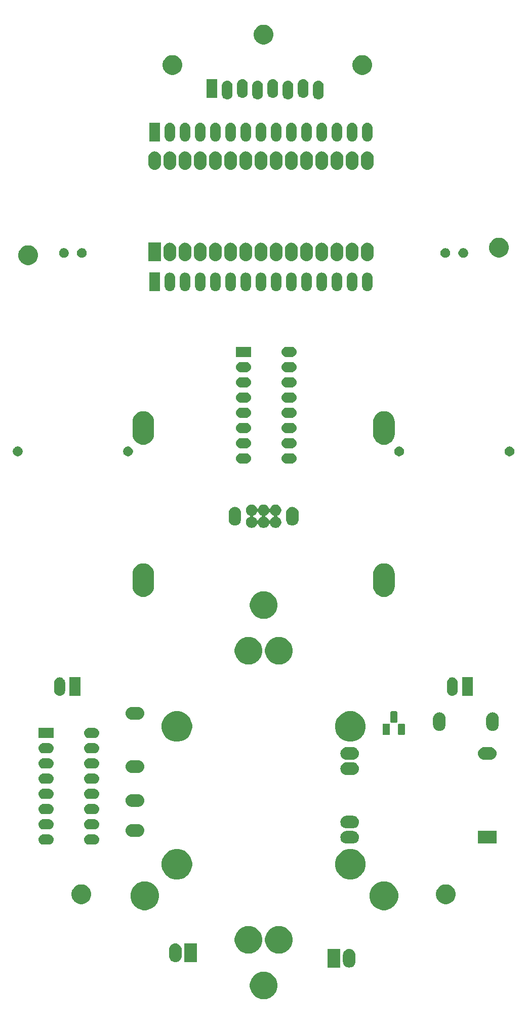
<source format=gbs>
G04 #@! TF.GenerationSoftware,KiCad,Pcbnew,5.1.4-e60b266~84~ubuntu19.04.1*
G04 #@! TF.CreationDate,2019-08-09T15:37:27-04:00*
G04 #@! TF.ProjectId,Rover V6,526f7665-7220-4563-962e-6b696361645f,rev?*
G04 #@! TF.SameCoordinates,Original*
G04 #@! TF.FileFunction,Soldermask,Bot*
G04 #@! TF.FilePolarity,Negative*
%FSLAX46Y46*%
G04 Gerber Fmt 4.6, Leading zero omitted, Abs format (unit mm)*
G04 Created by KiCad (PCBNEW 5.1.4-e60b266~84~ubuntu19.04.1) date 2019-08-09 15:37:27*
%MOMM*%
%LPD*%
G04 APERTURE LIST*
%ADD10C,0.100000*%
G04 APERTURE END LIST*
D10*
G36*
X121670903Y-179213213D02*
G01*
X121893177Y-179257426D01*
X122311932Y-179430880D01*
X122688802Y-179682696D01*
X123009304Y-180003198D01*
X123261120Y-180380068D01*
X123434574Y-180798823D01*
X123523000Y-181243371D01*
X123523000Y-181696629D01*
X123434574Y-182141177D01*
X123261120Y-182559932D01*
X123009304Y-182936802D01*
X122688802Y-183257304D01*
X122311932Y-183509120D01*
X121893177Y-183682574D01*
X121670903Y-183726787D01*
X121448630Y-183771000D01*
X120995370Y-183771000D01*
X120773097Y-183726787D01*
X120550823Y-183682574D01*
X120132068Y-183509120D01*
X119755198Y-183257304D01*
X119434696Y-182936802D01*
X119182880Y-182559932D01*
X119009426Y-182141177D01*
X118921000Y-181696629D01*
X118921000Y-181243371D01*
X119009426Y-180798823D01*
X119182880Y-180380068D01*
X119434696Y-180003198D01*
X119755198Y-179682696D01*
X120132068Y-179430880D01*
X120550823Y-179257426D01*
X120773097Y-179213213D01*
X120995370Y-179169000D01*
X121448630Y-179169000D01*
X121670903Y-179213213D01*
X121670903Y-179213213D01*
G37*
G36*
X135746031Y-175375207D02*
G01*
X135944145Y-175435305D01*
X135944148Y-175435306D01*
X136010030Y-175470521D01*
X136126729Y-175532897D01*
X136286765Y-175664235D01*
X136418103Y-175824271D01*
X136418104Y-175824273D01*
X136515694Y-176006851D01*
X136515694Y-176006852D01*
X136515695Y-176006854D01*
X136575793Y-176204968D01*
X136591000Y-176359370D01*
X136591000Y-177462630D01*
X136575793Y-177617032D01*
X136515695Y-177815146D01*
X136515694Y-177815149D01*
X136463939Y-177911975D01*
X136418103Y-177997729D01*
X136286765Y-178157765D01*
X136126729Y-178289103D01*
X136040975Y-178334939D01*
X135944149Y-178386694D01*
X135944146Y-178386695D01*
X135746032Y-178446793D01*
X135540000Y-178467085D01*
X135333969Y-178446793D01*
X135135855Y-178386695D01*
X135135852Y-178386694D01*
X135039026Y-178334939D01*
X134953272Y-178289103D01*
X134793236Y-178157765D01*
X134661898Y-177997729D01*
X134639184Y-177955234D01*
X134564305Y-177815147D01*
X134504207Y-177617030D01*
X134489000Y-177462631D01*
X134489000Y-176359370D01*
X134504207Y-176204971D01*
X134504207Y-176204969D01*
X134564305Y-176006855D01*
X134564306Y-176006852D01*
X134627235Y-175889120D01*
X134661897Y-175824271D01*
X134793235Y-175664235D01*
X134953271Y-175532897D01*
X135039025Y-175487061D01*
X135135851Y-175435306D01*
X135135854Y-175435305D01*
X135333968Y-175375207D01*
X135540000Y-175354915D01*
X135746031Y-175375207D01*
X135746031Y-175375207D01*
G37*
G36*
X134051000Y-178462000D02*
G01*
X131949000Y-178462000D01*
X131949000Y-175360000D01*
X134051000Y-175360000D01*
X134051000Y-178462000D01*
X134051000Y-178462000D01*
G37*
G36*
X106666032Y-174464207D02*
G01*
X106853831Y-174521176D01*
X106864149Y-174524306D01*
X106960975Y-174576061D01*
X107046729Y-174621897D01*
X107206765Y-174753235D01*
X107338103Y-174913271D01*
X107383939Y-174999025D01*
X107435694Y-175095851D01*
X107435695Y-175095854D01*
X107495793Y-175293968D01*
X107511000Y-175448370D01*
X107511000Y-176551630D01*
X107495793Y-176706032D01*
X107435695Y-176904145D01*
X107435694Y-176904149D01*
X107383939Y-177000975D01*
X107338103Y-177086729D01*
X107206765Y-177246765D01*
X107046729Y-177378103D01*
X106930030Y-177440479D01*
X106864148Y-177475694D01*
X106864145Y-177475695D01*
X106666031Y-177535793D01*
X106460000Y-177556085D01*
X106253968Y-177535793D01*
X106055854Y-177475695D01*
X106055851Y-177475694D01*
X105959025Y-177423939D01*
X105873271Y-177378103D01*
X105713235Y-177246765D01*
X105581897Y-177086729D01*
X105484307Y-176904149D01*
X105484306Y-176904148D01*
X105484305Y-176904145D01*
X105424207Y-176706031D01*
X105409000Y-176551629D01*
X105409000Y-175448370D01*
X105417704Y-175360000D01*
X105424207Y-175293970D01*
X105484305Y-175095853D01*
X105559184Y-174955765D01*
X105581898Y-174913271D01*
X105713236Y-174753235D01*
X105873272Y-174621897D01*
X105959026Y-174576061D01*
X106055852Y-174524306D01*
X106066170Y-174521176D01*
X106253969Y-174464207D01*
X106460000Y-174443915D01*
X106666032Y-174464207D01*
X106666032Y-174464207D01*
G37*
G36*
X110051000Y-177551000D02*
G01*
X107949000Y-177551000D01*
X107949000Y-174449000D01*
X110051000Y-174449000D01*
X110051000Y-177551000D01*
X110051000Y-177551000D01*
G37*
G36*
X124210903Y-171593213D02*
G01*
X124433177Y-171637426D01*
X124851932Y-171810880D01*
X125228802Y-172062696D01*
X125549304Y-172383198D01*
X125801120Y-172760068D01*
X125974574Y-173178823D01*
X126063000Y-173623371D01*
X126063000Y-174076629D01*
X125974574Y-174521177D01*
X125801120Y-174939932D01*
X125549304Y-175316802D01*
X125228802Y-175637304D01*
X124851932Y-175889120D01*
X124433177Y-176062574D01*
X124210903Y-176106787D01*
X123988630Y-176151000D01*
X123535370Y-176151000D01*
X123313097Y-176106787D01*
X123090823Y-176062574D01*
X122672068Y-175889120D01*
X122295198Y-175637304D01*
X121974696Y-175316802D01*
X121722880Y-174939932D01*
X121549426Y-174521177D01*
X121461000Y-174076629D01*
X121461000Y-173623371D01*
X121549426Y-173178823D01*
X121722880Y-172760068D01*
X121974696Y-172383198D01*
X122295198Y-172062696D01*
X122672068Y-171810880D01*
X123090823Y-171637426D01*
X123313097Y-171593213D01*
X123535370Y-171549000D01*
X123988630Y-171549000D01*
X124210903Y-171593213D01*
X124210903Y-171593213D01*
G37*
G36*
X119130903Y-171593213D02*
G01*
X119353177Y-171637426D01*
X119771932Y-171810880D01*
X120148802Y-172062696D01*
X120469304Y-172383198D01*
X120721120Y-172760068D01*
X120894574Y-173178823D01*
X120983000Y-173623371D01*
X120983000Y-174076629D01*
X120894574Y-174521177D01*
X120721120Y-174939932D01*
X120469304Y-175316802D01*
X120148802Y-175637304D01*
X119771932Y-175889120D01*
X119353177Y-176062574D01*
X119130903Y-176106787D01*
X118908630Y-176151000D01*
X118455370Y-176151000D01*
X118233097Y-176106787D01*
X118010823Y-176062574D01*
X117592068Y-175889120D01*
X117215198Y-175637304D01*
X116894696Y-175316802D01*
X116642880Y-174939932D01*
X116469426Y-174521177D01*
X116381000Y-174076629D01*
X116381000Y-173623371D01*
X116469426Y-173178823D01*
X116642880Y-172760068D01*
X116894696Y-172383198D01*
X117215198Y-172062696D01*
X117592068Y-171810880D01*
X118010823Y-171637426D01*
X118233097Y-171593213D01*
X118455370Y-171549000D01*
X118908630Y-171549000D01*
X119130903Y-171593213D01*
X119130903Y-171593213D01*
G37*
G36*
X141814412Y-164129135D02*
G01*
X142046346Y-164175269D01*
X142483300Y-164356262D01*
X142876548Y-164619022D01*
X143210978Y-164953452D01*
X143473738Y-165346700D01*
X143654731Y-165783654D01*
X143747000Y-166247522D01*
X143747000Y-166720478D01*
X143654731Y-167184346D01*
X143473738Y-167621300D01*
X143210978Y-168014548D01*
X142876548Y-168348978D01*
X142483300Y-168611738D01*
X142046346Y-168792731D01*
X141814412Y-168838865D01*
X141582479Y-168885000D01*
X141109521Y-168885000D01*
X140877588Y-168838865D01*
X140645654Y-168792731D01*
X140208700Y-168611738D01*
X139815452Y-168348978D01*
X139481022Y-168014548D01*
X139218262Y-167621300D01*
X139037269Y-167184346D01*
X138945000Y-166720478D01*
X138945000Y-166247522D01*
X139037269Y-165783654D01*
X139218262Y-165346700D01*
X139481022Y-164953452D01*
X139815452Y-164619022D01*
X140208700Y-164356262D01*
X140645654Y-164175269D01*
X140877588Y-164129135D01*
X141109521Y-164083000D01*
X141582479Y-164083000D01*
X141814412Y-164129135D01*
X141814412Y-164129135D01*
G37*
G36*
X101814412Y-164129135D02*
G01*
X102046346Y-164175269D01*
X102483300Y-164356262D01*
X102876548Y-164619022D01*
X103210978Y-164953452D01*
X103473738Y-165346700D01*
X103654731Y-165783654D01*
X103747000Y-166247522D01*
X103747000Y-166720478D01*
X103654731Y-167184346D01*
X103473738Y-167621300D01*
X103210978Y-168014548D01*
X102876548Y-168348978D01*
X102483300Y-168611738D01*
X102046346Y-168792731D01*
X101814412Y-168838865D01*
X101582479Y-168885000D01*
X101109521Y-168885000D01*
X100877588Y-168838865D01*
X100645654Y-168792731D01*
X100208700Y-168611738D01*
X99815452Y-168348978D01*
X99481022Y-168014548D01*
X99218262Y-167621300D01*
X99037269Y-167184346D01*
X98945000Y-166720478D01*
X98945000Y-166247522D01*
X99037269Y-165783654D01*
X99218262Y-165346700D01*
X99481022Y-164953452D01*
X99815452Y-164619022D01*
X100208700Y-164356262D01*
X100645654Y-164175269D01*
X100877588Y-164129135D01*
X101109521Y-164083000D01*
X101582479Y-164083000D01*
X101814412Y-164129135D01*
X101814412Y-164129135D01*
G37*
G36*
X152077256Y-164621298D02*
G01*
X152183579Y-164642447D01*
X152484042Y-164766903D01*
X152754451Y-164947585D01*
X152984415Y-165177549D01*
X153165097Y-165447958D01*
X153289553Y-165748421D01*
X153353000Y-166067391D01*
X153353000Y-166392609D01*
X153289553Y-166711579D01*
X153165097Y-167012042D01*
X152984415Y-167282451D01*
X152754451Y-167512415D01*
X152484042Y-167693097D01*
X152183579Y-167817553D01*
X152077256Y-167838702D01*
X151864611Y-167881000D01*
X151539389Y-167881000D01*
X151326744Y-167838702D01*
X151220421Y-167817553D01*
X150919958Y-167693097D01*
X150649549Y-167512415D01*
X150419585Y-167282451D01*
X150238903Y-167012042D01*
X150114447Y-166711579D01*
X150051000Y-166392609D01*
X150051000Y-166067391D01*
X150114447Y-165748421D01*
X150238903Y-165447958D01*
X150419585Y-165177549D01*
X150649549Y-164947585D01*
X150919958Y-164766903D01*
X151220421Y-164642447D01*
X151326744Y-164621298D01*
X151539389Y-164579000D01*
X151864611Y-164579000D01*
X152077256Y-164621298D01*
X152077256Y-164621298D01*
G37*
G36*
X91116756Y-164621298D02*
G01*
X91223079Y-164642447D01*
X91523542Y-164766903D01*
X91793951Y-164947585D01*
X92023915Y-165177549D01*
X92204597Y-165447958D01*
X92329053Y-165748421D01*
X92392500Y-166067391D01*
X92392500Y-166392609D01*
X92329053Y-166711579D01*
X92204597Y-167012042D01*
X92023915Y-167282451D01*
X91793951Y-167512415D01*
X91523542Y-167693097D01*
X91223079Y-167817553D01*
X91116756Y-167838702D01*
X90904111Y-167881000D01*
X90578889Y-167881000D01*
X90366244Y-167838702D01*
X90259921Y-167817553D01*
X89959458Y-167693097D01*
X89689049Y-167512415D01*
X89459085Y-167282451D01*
X89278403Y-167012042D01*
X89153947Y-166711579D01*
X89090500Y-166392609D01*
X89090500Y-166067391D01*
X89153947Y-165748421D01*
X89278403Y-165447958D01*
X89459085Y-165177549D01*
X89689049Y-164947585D01*
X89959458Y-164766903D01*
X90259921Y-164642447D01*
X90366244Y-164621298D01*
X90578889Y-164579000D01*
X90904111Y-164579000D01*
X91116756Y-164621298D01*
X91116756Y-164621298D01*
G37*
G36*
X107466098Y-158767033D02*
G01*
X107930350Y-158959332D01*
X107930352Y-158959333D01*
X108348168Y-159238509D01*
X108703491Y-159593832D01*
X108982667Y-160011648D01*
X108982668Y-160011650D01*
X109174967Y-160475902D01*
X109273000Y-160968747D01*
X109273000Y-161471253D01*
X109174967Y-161964098D01*
X108982668Y-162428350D01*
X108982667Y-162428352D01*
X108703491Y-162846168D01*
X108348168Y-163201491D01*
X107930352Y-163480667D01*
X107930351Y-163480668D01*
X107930350Y-163480668D01*
X107466098Y-163672967D01*
X106973253Y-163771000D01*
X106470747Y-163771000D01*
X105977902Y-163672967D01*
X105513650Y-163480668D01*
X105513649Y-163480668D01*
X105513648Y-163480667D01*
X105095832Y-163201491D01*
X104740509Y-162846168D01*
X104461333Y-162428352D01*
X104461332Y-162428350D01*
X104269033Y-161964098D01*
X104171000Y-161471253D01*
X104171000Y-160968747D01*
X104269033Y-160475902D01*
X104461332Y-160011650D01*
X104461333Y-160011648D01*
X104740509Y-159593832D01*
X105095832Y-159238509D01*
X105513648Y-158959333D01*
X105513650Y-158959332D01*
X105977902Y-158767033D01*
X106470747Y-158669000D01*
X106973253Y-158669000D01*
X107466098Y-158767033D01*
X107466098Y-158767033D01*
G37*
G36*
X136466098Y-158767033D02*
G01*
X136930350Y-158959332D01*
X136930352Y-158959333D01*
X137348168Y-159238509D01*
X137703491Y-159593832D01*
X137982667Y-160011648D01*
X137982668Y-160011650D01*
X138174967Y-160475902D01*
X138273000Y-160968747D01*
X138273000Y-161471253D01*
X138174967Y-161964098D01*
X137982668Y-162428350D01*
X137982667Y-162428352D01*
X137703491Y-162846168D01*
X137348168Y-163201491D01*
X136930352Y-163480667D01*
X136930351Y-163480668D01*
X136930350Y-163480668D01*
X136466098Y-163672967D01*
X135973253Y-163771000D01*
X135470747Y-163771000D01*
X134977902Y-163672967D01*
X134513650Y-163480668D01*
X134513649Y-163480668D01*
X134513648Y-163480667D01*
X134095832Y-163201491D01*
X133740509Y-162846168D01*
X133461333Y-162428352D01*
X133461332Y-162428350D01*
X133269033Y-161964098D01*
X133171000Y-161471253D01*
X133171000Y-160968747D01*
X133269033Y-160475902D01*
X133461332Y-160011650D01*
X133461333Y-160011648D01*
X133740509Y-159593832D01*
X134095832Y-159238509D01*
X134513648Y-158959333D01*
X134513650Y-158959332D01*
X134977902Y-158767033D01*
X135470747Y-158669000D01*
X135973253Y-158669000D01*
X136466098Y-158767033D01*
X136466098Y-158767033D01*
G37*
G36*
X85402823Y-156260313D02*
G01*
X85563242Y-156308976D01*
X85695906Y-156379886D01*
X85711078Y-156387996D01*
X85840659Y-156494341D01*
X85947004Y-156623922D01*
X85947005Y-156623924D01*
X86026024Y-156771758D01*
X86074687Y-156932177D01*
X86091117Y-157099000D01*
X86074687Y-157265823D01*
X86026024Y-157426242D01*
X86005433Y-157464765D01*
X85947004Y-157574078D01*
X85840659Y-157703659D01*
X85711078Y-157810004D01*
X85711076Y-157810005D01*
X85563242Y-157889024D01*
X85402823Y-157937687D01*
X85277804Y-157950000D01*
X84394196Y-157950000D01*
X84269177Y-157937687D01*
X84108758Y-157889024D01*
X83960924Y-157810005D01*
X83960922Y-157810004D01*
X83831341Y-157703659D01*
X83724996Y-157574078D01*
X83666567Y-157464765D01*
X83645976Y-157426242D01*
X83597313Y-157265823D01*
X83580883Y-157099000D01*
X83597313Y-156932177D01*
X83645976Y-156771758D01*
X83724995Y-156623924D01*
X83724996Y-156623922D01*
X83831341Y-156494341D01*
X83960922Y-156387996D01*
X83976094Y-156379886D01*
X84108758Y-156308976D01*
X84269177Y-156260313D01*
X84394196Y-156248000D01*
X85277804Y-156248000D01*
X85402823Y-156260313D01*
X85402823Y-156260313D01*
G37*
G36*
X93022823Y-156260313D02*
G01*
X93183242Y-156308976D01*
X93315906Y-156379886D01*
X93331078Y-156387996D01*
X93460659Y-156494341D01*
X93567004Y-156623922D01*
X93567005Y-156623924D01*
X93646024Y-156771758D01*
X93694687Y-156932177D01*
X93711117Y-157099000D01*
X93694687Y-157265823D01*
X93646024Y-157426242D01*
X93625433Y-157464765D01*
X93567004Y-157574078D01*
X93460659Y-157703659D01*
X93331078Y-157810004D01*
X93331076Y-157810005D01*
X93183242Y-157889024D01*
X93022823Y-157937687D01*
X92897804Y-157950000D01*
X92014196Y-157950000D01*
X91889177Y-157937687D01*
X91728758Y-157889024D01*
X91580924Y-157810005D01*
X91580922Y-157810004D01*
X91451341Y-157703659D01*
X91344996Y-157574078D01*
X91286567Y-157464765D01*
X91265976Y-157426242D01*
X91217313Y-157265823D01*
X91200883Y-157099000D01*
X91217313Y-156932177D01*
X91265976Y-156771758D01*
X91344995Y-156623924D01*
X91344996Y-156623922D01*
X91451341Y-156494341D01*
X91580922Y-156387996D01*
X91596094Y-156379886D01*
X91728758Y-156308976D01*
X91889177Y-156260313D01*
X92014196Y-156248000D01*
X92897804Y-156248000D01*
X93022823Y-156260313D01*
X93022823Y-156260313D01*
G37*
G36*
X160174000Y-157769000D02*
G01*
X157072000Y-157769000D01*
X157072000Y-155667000D01*
X160174000Y-155667000D01*
X160174000Y-157769000D01*
X160174000Y-157769000D01*
G37*
G36*
X136226097Y-155672069D02*
G01*
X136329032Y-155682207D01*
X136527146Y-155742305D01*
X136527149Y-155742306D01*
X136599596Y-155781030D01*
X136709729Y-155839897D01*
X136869765Y-155971235D01*
X137001103Y-156131271D01*
X137017382Y-156161728D01*
X137098694Y-156313851D01*
X137098695Y-156313854D01*
X137158793Y-156511968D01*
X137179085Y-156718000D01*
X137158793Y-156924032D01*
X137156322Y-156932177D01*
X137098694Y-157122149D01*
X137046939Y-157218975D01*
X137001103Y-157304729D01*
X136869765Y-157464765D01*
X136709729Y-157596103D01*
X136623975Y-157641939D01*
X136527149Y-157693694D01*
X136527146Y-157693695D01*
X136329032Y-157753793D01*
X136226097Y-157763931D01*
X136174631Y-157769000D01*
X135071369Y-157769000D01*
X135019903Y-157763931D01*
X134916968Y-157753793D01*
X134718854Y-157693695D01*
X134718851Y-157693694D01*
X134622025Y-157641939D01*
X134536271Y-157596103D01*
X134376235Y-157464765D01*
X134244897Y-157304729D01*
X134199061Y-157218975D01*
X134147306Y-157122149D01*
X134089678Y-156932177D01*
X134087207Y-156924032D01*
X134066915Y-156718000D01*
X134087207Y-156511968D01*
X134147305Y-156313854D01*
X134147306Y-156313851D01*
X134228618Y-156161728D01*
X134244897Y-156131271D01*
X134376235Y-155971235D01*
X134536271Y-155839897D01*
X134646404Y-155781030D01*
X134718851Y-155742306D01*
X134718854Y-155742305D01*
X134916968Y-155682207D01*
X135019903Y-155672069D01*
X135071369Y-155667000D01*
X136174631Y-155667000D01*
X136226097Y-155672069D01*
X136226097Y-155672069D01*
G37*
G36*
X100298097Y-154529069D02*
G01*
X100401032Y-154539207D01*
X100599146Y-154599305D01*
X100599149Y-154599306D01*
X100695975Y-154651061D01*
X100781729Y-154696897D01*
X100941765Y-154828235D01*
X101073103Y-154988271D01*
X101097586Y-155034076D01*
X101170694Y-155170851D01*
X101170695Y-155170854D01*
X101230793Y-155368968D01*
X101251085Y-155575000D01*
X101230793Y-155781032D01*
X101212936Y-155839897D01*
X101170694Y-155979149D01*
X101118939Y-156075975D01*
X101073103Y-156161729D01*
X100941765Y-156321765D01*
X100781729Y-156453103D01*
X100704578Y-156494341D01*
X100599149Y-156550694D01*
X100599146Y-156550695D01*
X100401032Y-156610793D01*
X100298097Y-156620931D01*
X100246631Y-156626000D01*
X99143369Y-156626000D01*
X99091903Y-156620931D01*
X98988968Y-156610793D01*
X98790854Y-156550695D01*
X98790851Y-156550694D01*
X98685422Y-156494341D01*
X98608271Y-156453103D01*
X98448235Y-156321765D01*
X98316897Y-156161729D01*
X98271061Y-156075975D01*
X98219306Y-155979149D01*
X98177064Y-155839897D01*
X98159207Y-155781032D01*
X98138915Y-155575000D01*
X98159207Y-155368968D01*
X98219305Y-155170854D01*
X98219306Y-155170851D01*
X98292414Y-155034076D01*
X98316897Y-154988271D01*
X98448235Y-154828235D01*
X98608271Y-154696897D01*
X98694025Y-154651061D01*
X98790851Y-154599306D01*
X98790854Y-154599305D01*
X98988968Y-154539207D01*
X99091903Y-154529069D01*
X99143369Y-154524000D01*
X100246631Y-154524000D01*
X100298097Y-154529069D01*
X100298097Y-154529069D01*
G37*
G36*
X85402823Y-153720313D02*
G01*
X85563242Y-153768976D01*
X85695906Y-153839886D01*
X85711078Y-153847996D01*
X85840659Y-153954341D01*
X85947004Y-154083922D01*
X85947005Y-154083924D01*
X86026024Y-154231758D01*
X86074687Y-154392177D01*
X86091117Y-154559000D01*
X86074687Y-154725823D01*
X86026024Y-154886242D01*
X86005433Y-154924765D01*
X85947004Y-155034078D01*
X85840659Y-155163659D01*
X85711078Y-155270004D01*
X85711076Y-155270005D01*
X85563242Y-155349024D01*
X85402823Y-155397687D01*
X85277804Y-155410000D01*
X84394196Y-155410000D01*
X84269177Y-155397687D01*
X84108758Y-155349024D01*
X83960924Y-155270005D01*
X83960922Y-155270004D01*
X83831341Y-155163659D01*
X83724996Y-155034078D01*
X83666567Y-154924765D01*
X83645976Y-154886242D01*
X83597313Y-154725823D01*
X83580883Y-154559000D01*
X83597313Y-154392177D01*
X83645976Y-154231758D01*
X83724995Y-154083924D01*
X83724996Y-154083922D01*
X83831341Y-153954341D01*
X83960922Y-153847996D01*
X83976094Y-153839886D01*
X84108758Y-153768976D01*
X84269177Y-153720313D01*
X84394196Y-153708000D01*
X85277804Y-153708000D01*
X85402823Y-153720313D01*
X85402823Y-153720313D01*
G37*
G36*
X93022823Y-153720313D02*
G01*
X93183242Y-153768976D01*
X93315906Y-153839886D01*
X93331078Y-153847996D01*
X93460659Y-153954341D01*
X93567004Y-154083922D01*
X93567005Y-154083924D01*
X93646024Y-154231758D01*
X93694687Y-154392177D01*
X93711117Y-154559000D01*
X93694687Y-154725823D01*
X93646024Y-154886242D01*
X93625433Y-154924765D01*
X93567004Y-155034078D01*
X93460659Y-155163659D01*
X93331078Y-155270004D01*
X93331076Y-155270005D01*
X93183242Y-155349024D01*
X93022823Y-155397687D01*
X92897804Y-155410000D01*
X92014196Y-155410000D01*
X91889177Y-155397687D01*
X91728758Y-155349024D01*
X91580924Y-155270005D01*
X91580922Y-155270004D01*
X91451341Y-155163659D01*
X91344996Y-155034078D01*
X91286567Y-154924765D01*
X91265976Y-154886242D01*
X91217313Y-154725823D01*
X91200883Y-154559000D01*
X91217313Y-154392177D01*
X91265976Y-154231758D01*
X91344995Y-154083924D01*
X91344996Y-154083922D01*
X91451341Y-153954341D01*
X91580922Y-153847996D01*
X91596094Y-153839886D01*
X91728758Y-153768976D01*
X91889177Y-153720313D01*
X92014196Y-153708000D01*
X92897804Y-153708000D01*
X93022823Y-153720313D01*
X93022823Y-153720313D01*
G37*
G36*
X136226097Y-153132069D02*
G01*
X136329032Y-153142207D01*
X136527146Y-153202305D01*
X136527149Y-153202306D01*
X136623975Y-153254061D01*
X136709729Y-153299897D01*
X136869765Y-153431235D01*
X137001103Y-153591271D01*
X137046939Y-153677025D01*
X137098694Y-153773851D01*
X137098695Y-153773854D01*
X137158793Y-153971968D01*
X137179085Y-154178000D01*
X137158793Y-154384032D01*
X137105716Y-154559000D01*
X137098694Y-154582149D01*
X137089523Y-154599306D01*
X137001103Y-154764729D01*
X136869765Y-154924765D01*
X136709729Y-155056103D01*
X136623975Y-155101939D01*
X136527149Y-155153694D01*
X136527146Y-155153695D01*
X136329032Y-155213793D01*
X136226097Y-155223931D01*
X136174631Y-155229000D01*
X135071369Y-155229000D01*
X135019903Y-155223931D01*
X134916968Y-155213793D01*
X134718854Y-155153695D01*
X134718851Y-155153694D01*
X134622025Y-155101939D01*
X134536271Y-155056103D01*
X134376235Y-154924765D01*
X134244897Y-154764729D01*
X134156477Y-154599306D01*
X134147306Y-154582149D01*
X134140284Y-154559000D01*
X134087207Y-154384032D01*
X134066915Y-154178000D01*
X134087207Y-153971968D01*
X134147305Y-153773854D01*
X134147306Y-153773851D01*
X134199061Y-153677025D01*
X134244897Y-153591271D01*
X134376235Y-153431235D01*
X134536271Y-153299897D01*
X134622025Y-153254061D01*
X134718851Y-153202306D01*
X134718854Y-153202305D01*
X134916968Y-153142207D01*
X135019903Y-153132069D01*
X135071369Y-153127000D01*
X136174631Y-153127000D01*
X136226097Y-153132069D01*
X136226097Y-153132069D01*
G37*
G36*
X85402823Y-151180313D02*
G01*
X85563242Y-151228976D01*
X85695906Y-151299886D01*
X85711078Y-151307996D01*
X85840659Y-151414341D01*
X85947004Y-151543922D01*
X85947005Y-151543924D01*
X86026024Y-151691758D01*
X86074687Y-151852177D01*
X86091117Y-152019000D01*
X86074687Y-152185823D01*
X86026024Y-152346242D01*
X85955114Y-152478906D01*
X85947004Y-152494078D01*
X85840659Y-152623659D01*
X85711078Y-152730004D01*
X85711076Y-152730005D01*
X85563242Y-152809024D01*
X85402823Y-152857687D01*
X85277804Y-152870000D01*
X84394196Y-152870000D01*
X84269177Y-152857687D01*
X84108758Y-152809024D01*
X83960924Y-152730005D01*
X83960922Y-152730004D01*
X83831341Y-152623659D01*
X83724996Y-152494078D01*
X83716886Y-152478906D01*
X83645976Y-152346242D01*
X83597313Y-152185823D01*
X83580883Y-152019000D01*
X83597313Y-151852177D01*
X83645976Y-151691758D01*
X83724995Y-151543924D01*
X83724996Y-151543922D01*
X83831341Y-151414341D01*
X83960922Y-151307996D01*
X83976094Y-151299886D01*
X84108758Y-151228976D01*
X84269177Y-151180313D01*
X84394196Y-151168000D01*
X85277804Y-151168000D01*
X85402823Y-151180313D01*
X85402823Y-151180313D01*
G37*
G36*
X93022823Y-151180313D02*
G01*
X93183242Y-151228976D01*
X93315906Y-151299886D01*
X93331078Y-151307996D01*
X93460659Y-151414341D01*
X93567004Y-151543922D01*
X93567005Y-151543924D01*
X93646024Y-151691758D01*
X93694687Y-151852177D01*
X93711117Y-152019000D01*
X93694687Y-152185823D01*
X93646024Y-152346242D01*
X93575114Y-152478906D01*
X93567004Y-152494078D01*
X93460659Y-152623659D01*
X93331078Y-152730004D01*
X93331076Y-152730005D01*
X93183242Y-152809024D01*
X93022823Y-152857687D01*
X92897804Y-152870000D01*
X92014196Y-152870000D01*
X91889177Y-152857687D01*
X91728758Y-152809024D01*
X91580924Y-152730005D01*
X91580922Y-152730004D01*
X91451341Y-152623659D01*
X91344996Y-152494078D01*
X91336886Y-152478906D01*
X91265976Y-152346242D01*
X91217313Y-152185823D01*
X91200883Y-152019000D01*
X91217313Y-151852177D01*
X91265976Y-151691758D01*
X91344995Y-151543924D01*
X91344996Y-151543922D01*
X91451341Y-151414341D01*
X91580922Y-151307996D01*
X91596094Y-151299886D01*
X91728758Y-151228976D01*
X91889177Y-151180313D01*
X92014196Y-151168000D01*
X92897804Y-151168000D01*
X93022823Y-151180313D01*
X93022823Y-151180313D01*
G37*
G36*
X100298097Y-149529069D02*
G01*
X100401032Y-149539207D01*
X100599146Y-149599305D01*
X100599149Y-149599306D01*
X100686176Y-149645823D01*
X100781729Y-149696897D01*
X100941765Y-149828235D01*
X101073103Y-149988271D01*
X101118939Y-150074025D01*
X101170694Y-150170851D01*
X101170695Y-150170854D01*
X101230793Y-150368968D01*
X101251085Y-150575000D01*
X101230793Y-150781032D01*
X101170695Y-150979146D01*
X101170694Y-150979149D01*
X101118939Y-151075975D01*
X101073103Y-151161729D01*
X100941765Y-151321765D01*
X100781729Y-151453103D01*
X100695975Y-151498939D01*
X100599149Y-151550694D01*
X100599146Y-151550695D01*
X100401032Y-151610793D01*
X100298097Y-151620931D01*
X100246631Y-151626000D01*
X99143369Y-151626000D01*
X99091903Y-151620931D01*
X98988968Y-151610793D01*
X98790854Y-151550695D01*
X98790851Y-151550694D01*
X98694025Y-151498939D01*
X98608271Y-151453103D01*
X98448235Y-151321765D01*
X98316897Y-151161729D01*
X98271061Y-151075975D01*
X98219306Y-150979149D01*
X98219305Y-150979146D01*
X98159207Y-150781032D01*
X98138915Y-150575000D01*
X98159207Y-150368968D01*
X98219305Y-150170854D01*
X98219306Y-150170851D01*
X98271061Y-150074025D01*
X98316897Y-149988271D01*
X98448235Y-149828235D01*
X98608271Y-149696897D01*
X98703824Y-149645823D01*
X98790851Y-149599306D01*
X98790854Y-149599305D01*
X98988968Y-149539207D01*
X99091903Y-149529069D01*
X99143369Y-149524000D01*
X100246631Y-149524000D01*
X100298097Y-149529069D01*
X100298097Y-149529069D01*
G37*
G36*
X85402823Y-148640313D02*
G01*
X85563242Y-148688976D01*
X85695906Y-148759886D01*
X85711078Y-148767996D01*
X85840659Y-148874341D01*
X85947004Y-149003922D01*
X85947005Y-149003924D01*
X86026024Y-149151758D01*
X86074687Y-149312177D01*
X86091117Y-149479000D01*
X86074687Y-149645823D01*
X86026024Y-149806242D01*
X86014268Y-149828235D01*
X85947004Y-149954078D01*
X85840659Y-150083659D01*
X85711078Y-150190004D01*
X85711076Y-150190005D01*
X85563242Y-150269024D01*
X85402823Y-150317687D01*
X85277804Y-150330000D01*
X84394196Y-150330000D01*
X84269177Y-150317687D01*
X84108758Y-150269024D01*
X83960924Y-150190005D01*
X83960922Y-150190004D01*
X83831341Y-150083659D01*
X83724996Y-149954078D01*
X83657732Y-149828235D01*
X83645976Y-149806242D01*
X83597313Y-149645823D01*
X83580883Y-149479000D01*
X83597313Y-149312177D01*
X83645976Y-149151758D01*
X83724995Y-149003924D01*
X83724996Y-149003922D01*
X83831341Y-148874341D01*
X83960922Y-148767996D01*
X83976094Y-148759886D01*
X84108758Y-148688976D01*
X84269177Y-148640313D01*
X84394196Y-148628000D01*
X85277804Y-148628000D01*
X85402823Y-148640313D01*
X85402823Y-148640313D01*
G37*
G36*
X93022823Y-148640313D02*
G01*
X93183242Y-148688976D01*
X93315906Y-148759886D01*
X93331078Y-148767996D01*
X93460659Y-148874341D01*
X93567004Y-149003922D01*
X93567005Y-149003924D01*
X93646024Y-149151758D01*
X93694687Y-149312177D01*
X93711117Y-149479000D01*
X93694687Y-149645823D01*
X93646024Y-149806242D01*
X93634268Y-149828235D01*
X93567004Y-149954078D01*
X93460659Y-150083659D01*
X93331078Y-150190004D01*
X93331076Y-150190005D01*
X93183242Y-150269024D01*
X93022823Y-150317687D01*
X92897804Y-150330000D01*
X92014196Y-150330000D01*
X91889177Y-150317687D01*
X91728758Y-150269024D01*
X91580924Y-150190005D01*
X91580922Y-150190004D01*
X91451341Y-150083659D01*
X91344996Y-149954078D01*
X91277732Y-149828235D01*
X91265976Y-149806242D01*
X91217313Y-149645823D01*
X91200883Y-149479000D01*
X91217313Y-149312177D01*
X91265976Y-149151758D01*
X91344995Y-149003924D01*
X91344996Y-149003922D01*
X91451341Y-148874341D01*
X91580922Y-148767996D01*
X91596094Y-148759886D01*
X91728758Y-148688976D01*
X91889177Y-148640313D01*
X92014196Y-148628000D01*
X92897804Y-148628000D01*
X93022823Y-148640313D01*
X93022823Y-148640313D01*
G37*
G36*
X85402823Y-146100313D02*
G01*
X85563242Y-146148976D01*
X85695906Y-146219886D01*
X85711078Y-146227996D01*
X85840659Y-146334341D01*
X85947004Y-146463922D01*
X85947005Y-146463924D01*
X86026024Y-146611758D01*
X86074687Y-146772177D01*
X86091117Y-146939000D01*
X86074687Y-147105823D01*
X86026024Y-147266242D01*
X85955114Y-147398906D01*
X85947004Y-147414078D01*
X85840659Y-147543659D01*
X85711078Y-147650004D01*
X85711076Y-147650005D01*
X85563242Y-147729024D01*
X85402823Y-147777687D01*
X85277804Y-147790000D01*
X84394196Y-147790000D01*
X84269177Y-147777687D01*
X84108758Y-147729024D01*
X83960924Y-147650005D01*
X83960922Y-147650004D01*
X83831341Y-147543659D01*
X83724996Y-147414078D01*
X83716886Y-147398906D01*
X83645976Y-147266242D01*
X83597313Y-147105823D01*
X83580883Y-146939000D01*
X83597313Y-146772177D01*
X83645976Y-146611758D01*
X83724995Y-146463924D01*
X83724996Y-146463922D01*
X83831341Y-146334341D01*
X83960922Y-146227996D01*
X83976094Y-146219886D01*
X84108758Y-146148976D01*
X84269177Y-146100313D01*
X84394196Y-146088000D01*
X85277804Y-146088000D01*
X85402823Y-146100313D01*
X85402823Y-146100313D01*
G37*
G36*
X93022823Y-146100313D02*
G01*
X93183242Y-146148976D01*
X93315906Y-146219886D01*
X93331078Y-146227996D01*
X93460659Y-146334341D01*
X93567004Y-146463922D01*
X93567005Y-146463924D01*
X93646024Y-146611758D01*
X93694687Y-146772177D01*
X93711117Y-146939000D01*
X93694687Y-147105823D01*
X93646024Y-147266242D01*
X93575114Y-147398906D01*
X93567004Y-147414078D01*
X93460659Y-147543659D01*
X93331078Y-147650004D01*
X93331076Y-147650005D01*
X93183242Y-147729024D01*
X93022823Y-147777687D01*
X92897804Y-147790000D01*
X92014196Y-147790000D01*
X91889177Y-147777687D01*
X91728758Y-147729024D01*
X91580924Y-147650005D01*
X91580922Y-147650004D01*
X91451341Y-147543659D01*
X91344996Y-147414078D01*
X91336886Y-147398906D01*
X91265976Y-147266242D01*
X91217313Y-147105823D01*
X91200883Y-146939000D01*
X91217313Y-146772177D01*
X91265976Y-146611758D01*
X91344995Y-146463924D01*
X91344996Y-146463922D01*
X91451341Y-146334341D01*
X91580922Y-146227996D01*
X91596094Y-146219886D01*
X91728758Y-146148976D01*
X91889177Y-146100313D01*
X92014196Y-146088000D01*
X92897804Y-146088000D01*
X93022823Y-146100313D01*
X93022823Y-146100313D01*
G37*
G36*
X136226097Y-144212069D02*
G01*
X136329032Y-144222207D01*
X136527146Y-144282305D01*
X136527149Y-144282306D01*
X136598176Y-144320271D01*
X136709729Y-144379897D01*
X136869765Y-144511235D01*
X137001103Y-144671271D01*
X137016976Y-144700968D01*
X137098694Y-144853851D01*
X137098695Y-144853854D01*
X137158793Y-145051968D01*
X137179085Y-145258000D01*
X137158793Y-145464032D01*
X137149784Y-145493729D01*
X137098694Y-145662149D01*
X137046939Y-145758975D01*
X137001103Y-145844729D01*
X136869765Y-146004765D01*
X136709729Y-146136103D01*
X136623975Y-146181939D01*
X136527149Y-146233694D01*
X136527146Y-146233695D01*
X136329032Y-146293793D01*
X136226097Y-146303931D01*
X136174631Y-146309000D01*
X135071369Y-146309000D01*
X135019903Y-146303931D01*
X134916968Y-146293793D01*
X134718854Y-146233695D01*
X134718851Y-146233694D01*
X134622025Y-146181939D01*
X134536271Y-146136103D01*
X134376235Y-146004765D01*
X134244897Y-145844729D01*
X134199061Y-145758975D01*
X134147306Y-145662149D01*
X134096216Y-145493729D01*
X134087207Y-145464032D01*
X134066915Y-145258000D01*
X134087207Y-145051968D01*
X134147305Y-144853854D01*
X134147306Y-144853851D01*
X134229024Y-144700968D01*
X134244897Y-144671271D01*
X134376235Y-144511235D01*
X134536271Y-144379897D01*
X134647824Y-144320271D01*
X134718851Y-144282306D01*
X134718854Y-144282305D01*
X134916968Y-144222207D01*
X135019903Y-144212069D01*
X135071369Y-144207000D01*
X136174631Y-144207000D01*
X136226097Y-144212069D01*
X136226097Y-144212069D01*
G37*
G36*
X100298097Y-143861069D02*
G01*
X100401032Y-143871207D01*
X100574814Y-143923924D01*
X100599149Y-143931306D01*
X100695975Y-143983061D01*
X100781729Y-144028897D01*
X100941765Y-144160235D01*
X101073103Y-144320271D01*
X101115184Y-144399000D01*
X101170694Y-144502851D01*
X101170695Y-144502854D01*
X101230793Y-144700968D01*
X101251085Y-144907000D01*
X101230793Y-145113032D01*
X101186817Y-145258000D01*
X101170694Y-145311149D01*
X101118939Y-145407975D01*
X101073103Y-145493729D01*
X100941765Y-145653765D01*
X100781729Y-145785103D01*
X100695975Y-145830939D01*
X100599149Y-145882694D01*
X100599146Y-145882695D01*
X100401032Y-145942793D01*
X100298097Y-145952931D01*
X100246631Y-145958000D01*
X99143369Y-145958000D01*
X99091903Y-145952931D01*
X98988968Y-145942793D01*
X98790854Y-145882695D01*
X98790851Y-145882694D01*
X98694025Y-145830939D01*
X98608271Y-145785103D01*
X98448235Y-145653765D01*
X98316897Y-145493729D01*
X98271061Y-145407975D01*
X98219306Y-145311149D01*
X98203183Y-145258000D01*
X98159207Y-145113032D01*
X98138915Y-144907000D01*
X98159207Y-144700968D01*
X98219305Y-144502854D01*
X98219306Y-144502851D01*
X98274816Y-144399000D01*
X98316897Y-144320271D01*
X98448235Y-144160235D01*
X98608271Y-144028897D01*
X98694025Y-143983061D01*
X98790851Y-143931306D01*
X98815186Y-143923924D01*
X98988968Y-143871207D01*
X99091903Y-143861069D01*
X99143369Y-143856000D01*
X100246631Y-143856000D01*
X100298097Y-143861069D01*
X100298097Y-143861069D01*
G37*
G36*
X93022823Y-143560313D02*
G01*
X93183242Y-143608976D01*
X93315906Y-143679886D01*
X93331078Y-143687996D01*
X93460659Y-143794341D01*
X93567004Y-143923922D01*
X93567005Y-143923924D01*
X93646024Y-144071758D01*
X93694687Y-144232177D01*
X93711117Y-144399000D01*
X93694687Y-144565823D01*
X93646024Y-144726242D01*
X93577815Y-144853851D01*
X93567004Y-144874078D01*
X93460659Y-145003659D01*
X93331078Y-145110004D01*
X93331076Y-145110005D01*
X93183242Y-145189024D01*
X93022823Y-145237687D01*
X92897804Y-145250000D01*
X92014196Y-145250000D01*
X91889177Y-145237687D01*
X91728758Y-145189024D01*
X91580924Y-145110005D01*
X91580922Y-145110004D01*
X91451341Y-145003659D01*
X91344996Y-144874078D01*
X91334185Y-144853851D01*
X91265976Y-144726242D01*
X91217313Y-144565823D01*
X91200883Y-144399000D01*
X91217313Y-144232177D01*
X91265976Y-144071758D01*
X91344995Y-143923924D01*
X91344996Y-143923922D01*
X91451341Y-143794341D01*
X91580922Y-143687996D01*
X91596094Y-143679886D01*
X91728758Y-143608976D01*
X91889177Y-143560313D01*
X92014196Y-143548000D01*
X92897804Y-143548000D01*
X93022823Y-143560313D01*
X93022823Y-143560313D01*
G37*
G36*
X85402823Y-143560313D02*
G01*
X85563242Y-143608976D01*
X85695906Y-143679886D01*
X85711078Y-143687996D01*
X85840659Y-143794341D01*
X85947004Y-143923922D01*
X85947005Y-143923924D01*
X86026024Y-144071758D01*
X86074687Y-144232177D01*
X86091117Y-144399000D01*
X86074687Y-144565823D01*
X86026024Y-144726242D01*
X85957815Y-144853851D01*
X85947004Y-144874078D01*
X85840659Y-145003659D01*
X85711078Y-145110004D01*
X85711076Y-145110005D01*
X85563242Y-145189024D01*
X85402823Y-145237687D01*
X85277804Y-145250000D01*
X84394196Y-145250000D01*
X84269177Y-145237687D01*
X84108758Y-145189024D01*
X83960924Y-145110005D01*
X83960922Y-145110004D01*
X83831341Y-145003659D01*
X83724996Y-144874078D01*
X83714185Y-144853851D01*
X83645976Y-144726242D01*
X83597313Y-144565823D01*
X83580883Y-144399000D01*
X83597313Y-144232177D01*
X83645976Y-144071758D01*
X83724995Y-143923924D01*
X83724996Y-143923922D01*
X83831341Y-143794341D01*
X83960922Y-143687996D01*
X83976094Y-143679886D01*
X84108758Y-143608976D01*
X84269177Y-143560313D01*
X84394196Y-143548000D01*
X85277804Y-143548000D01*
X85402823Y-143560313D01*
X85402823Y-143560313D01*
G37*
G36*
X136226097Y-141672069D02*
G01*
X136329032Y-141682207D01*
X136527146Y-141742305D01*
X136527149Y-141742306D01*
X136623975Y-141794061D01*
X136709729Y-141839897D01*
X136869765Y-141971235D01*
X137001103Y-142131271D01*
X137030484Y-142186239D01*
X137098694Y-142313851D01*
X137098695Y-142313854D01*
X137158793Y-142511968D01*
X137179085Y-142718000D01*
X137158793Y-142924032D01*
X137098695Y-143122146D01*
X137098694Y-143122149D01*
X137046939Y-143218975D01*
X137001103Y-143304729D01*
X136869765Y-143464765D01*
X136709729Y-143596103D01*
X136623975Y-143641939D01*
X136527149Y-143693694D01*
X136527146Y-143693695D01*
X136329032Y-143753793D01*
X136226097Y-143763931D01*
X136174631Y-143769000D01*
X135071369Y-143769000D01*
X135019903Y-143763931D01*
X134916968Y-143753793D01*
X134718854Y-143693695D01*
X134718851Y-143693694D01*
X134622025Y-143641939D01*
X134536271Y-143596103D01*
X134376235Y-143464765D01*
X134244897Y-143304729D01*
X134199061Y-143218975D01*
X134147306Y-143122149D01*
X134147305Y-143122146D01*
X134087207Y-142924032D01*
X134066915Y-142718000D01*
X134087207Y-142511968D01*
X134147305Y-142313854D01*
X134147306Y-142313851D01*
X134215516Y-142186239D01*
X134244897Y-142131271D01*
X134376235Y-141971235D01*
X134536271Y-141839897D01*
X134622025Y-141794061D01*
X134718851Y-141742306D01*
X134718854Y-141742305D01*
X134916968Y-141682207D01*
X135019903Y-141672069D01*
X135071369Y-141667000D01*
X136174631Y-141667000D01*
X136226097Y-141672069D01*
X136226097Y-141672069D01*
G37*
G36*
X159226097Y-141672069D02*
G01*
X159329032Y-141682207D01*
X159527146Y-141742305D01*
X159527149Y-141742306D01*
X159623975Y-141794061D01*
X159709729Y-141839897D01*
X159869765Y-141971235D01*
X160001103Y-142131271D01*
X160030484Y-142186239D01*
X160098694Y-142313851D01*
X160098695Y-142313854D01*
X160158793Y-142511968D01*
X160179085Y-142718000D01*
X160158793Y-142924032D01*
X160098695Y-143122146D01*
X160098694Y-143122149D01*
X160046939Y-143218975D01*
X160001103Y-143304729D01*
X159869765Y-143464765D01*
X159709729Y-143596103D01*
X159623975Y-143641939D01*
X159527149Y-143693694D01*
X159527146Y-143693695D01*
X159329032Y-143753793D01*
X159226097Y-143763931D01*
X159174631Y-143769000D01*
X158071369Y-143769000D01*
X158019903Y-143763931D01*
X157916968Y-143753793D01*
X157718854Y-143693695D01*
X157718851Y-143693694D01*
X157622025Y-143641939D01*
X157536271Y-143596103D01*
X157376235Y-143464765D01*
X157244897Y-143304729D01*
X157199061Y-143218975D01*
X157147306Y-143122149D01*
X157147305Y-143122146D01*
X157087207Y-142924032D01*
X157066915Y-142718000D01*
X157087207Y-142511968D01*
X157147305Y-142313854D01*
X157147306Y-142313851D01*
X157215516Y-142186239D01*
X157244897Y-142131271D01*
X157376235Y-141971235D01*
X157536271Y-141839897D01*
X157622025Y-141794061D01*
X157718851Y-141742306D01*
X157718854Y-141742305D01*
X157916968Y-141682207D01*
X158019903Y-141672069D01*
X158071369Y-141667000D01*
X159174631Y-141667000D01*
X159226097Y-141672069D01*
X159226097Y-141672069D01*
G37*
G36*
X85402823Y-141020313D02*
G01*
X85563242Y-141068976D01*
X85695906Y-141139886D01*
X85711078Y-141147996D01*
X85840659Y-141254341D01*
X85947004Y-141383922D01*
X85947005Y-141383924D01*
X86026024Y-141531758D01*
X86074687Y-141692177D01*
X86091117Y-141859000D01*
X86074687Y-142025823D01*
X86026024Y-142186242D01*
X85957815Y-142313851D01*
X85947004Y-142334078D01*
X85840659Y-142463659D01*
X85711078Y-142570004D01*
X85711076Y-142570005D01*
X85563242Y-142649024D01*
X85402823Y-142697687D01*
X85277804Y-142710000D01*
X84394196Y-142710000D01*
X84269177Y-142697687D01*
X84108758Y-142649024D01*
X83960924Y-142570005D01*
X83960922Y-142570004D01*
X83831341Y-142463659D01*
X83724996Y-142334078D01*
X83714185Y-142313851D01*
X83645976Y-142186242D01*
X83597313Y-142025823D01*
X83580883Y-141859000D01*
X83597313Y-141692177D01*
X83645976Y-141531758D01*
X83724995Y-141383924D01*
X83724996Y-141383922D01*
X83831341Y-141254341D01*
X83960922Y-141147996D01*
X83976094Y-141139886D01*
X84108758Y-141068976D01*
X84269177Y-141020313D01*
X84394196Y-141008000D01*
X85277804Y-141008000D01*
X85402823Y-141020313D01*
X85402823Y-141020313D01*
G37*
G36*
X93022823Y-141020313D02*
G01*
X93183242Y-141068976D01*
X93315906Y-141139886D01*
X93331078Y-141147996D01*
X93460659Y-141254341D01*
X93567004Y-141383922D01*
X93567005Y-141383924D01*
X93646024Y-141531758D01*
X93694687Y-141692177D01*
X93711117Y-141859000D01*
X93694687Y-142025823D01*
X93646024Y-142186242D01*
X93577815Y-142313851D01*
X93567004Y-142334078D01*
X93460659Y-142463659D01*
X93331078Y-142570004D01*
X93331076Y-142570005D01*
X93183242Y-142649024D01*
X93022823Y-142697687D01*
X92897804Y-142710000D01*
X92014196Y-142710000D01*
X91889177Y-142697687D01*
X91728758Y-142649024D01*
X91580924Y-142570005D01*
X91580922Y-142570004D01*
X91451341Y-142463659D01*
X91344996Y-142334078D01*
X91334185Y-142313851D01*
X91265976Y-142186242D01*
X91217313Y-142025823D01*
X91200883Y-141859000D01*
X91217313Y-141692177D01*
X91265976Y-141531758D01*
X91344995Y-141383924D01*
X91344996Y-141383922D01*
X91451341Y-141254341D01*
X91580922Y-141147996D01*
X91596094Y-141139886D01*
X91728758Y-141068976D01*
X91889177Y-141020313D01*
X92014196Y-141008000D01*
X92897804Y-141008000D01*
X93022823Y-141020313D01*
X93022823Y-141020313D01*
G37*
G36*
X107466098Y-135767033D02*
G01*
X107930350Y-135959332D01*
X107930352Y-135959333D01*
X108348168Y-136238509D01*
X108703491Y-136593832D01*
X108882923Y-136862371D01*
X108982668Y-137011650D01*
X109174967Y-137475902D01*
X109273000Y-137968747D01*
X109273000Y-138471253D01*
X109174967Y-138964098D01*
X108982668Y-139428350D01*
X108982667Y-139428352D01*
X108703491Y-139846168D01*
X108348168Y-140201491D01*
X107930352Y-140480667D01*
X107930351Y-140480668D01*
X107930350Y-140480668D01*
X107466098Y-140672967D01*
X106973253Y-140771000D01*
X106470747Y-140771000D01*
X105977902Y-140672967D01*
X105513650Y-140480668D01*
X105513649Y-140480668D01*
X105513648Y-140480667D01*
X105095832Y-140201491D01*
X104740509Y-139846168D01*
X104461333Y-139428352D01*
X104461332Y-139428350D01*
X104269033Y-138964098D01*
X104171000Y-138471253D01*
X104171000Y-137968747D01*
X104269033Y-137475902D01*
X104461332Y-137011650D01*
X104561077Y-136862371D01*
X104740509Y-136593832D01*
X105095832Y-136238509D01*
X105513648Y-135959333D01*
X105513650Y-135959332D01*
X105977902Y-135767033D01*
X106470747Y-135669000D01*
X106973253Y-135669000D01*
X107466098Y-135767033D01*
X107466098Y-135767033D01*
G37*
G36*
X136466098Y-135767033D02*
G01*
X136930350Y-135959332D01*
X136930352Y-135959333D01*
X137348168Y-136238509D01*
X137703491Y-136593832D01*
X137882923Y-136862371D01*
X137982668Y-137011650D01*
X138174967Y-137475902D01*
X138273000Y-137968747D01*
X138273000Y-138471253D01*
X138174967Y-138964098D01*
X137982668Y-139428350D01*
X137982667Y-139428352D01*
X137703491Y-139846168D01*
X137348168Y-140201491D01*
X136930352Y-140480667D01*
X136930351Y-140480668D01*
X136930350Y-140480668D01*
X136466098Y-140672967D01*
X135973253Y-140771000D01*
X135470747Y-140771000D01*
X134977902Y-140672967D01*
X134513650Y-140480668D01*
X134513649Y-140480668D01*
X134513648Y-140480667D01*
X134095832Y-140201491D01*
X133740509Y-139846168D01*
X133461333Y-139428352D01*
X133461332Y-139428350D01*
X133269033Y-138964098D01*
X133171000Y-138471253D01*
X133171000Y-137968747D01*
X133269033Y-137475902D01*
X133461332Y-137011650D01*
X133561077Y-136862371D01*
X133740509Y-136593832D01*
X134095832Y-136238509D01*
X134513648Y-135959333D01*
X134513650Y-135959332D01*
X134977902Y-135767033D01*
X135470747Y-135669000D01*
X135973253Y-135669000D01*
X136466098Y-135767033D01*
X136466098Y-135767033D01*
G37*
G36*
X86087000Y-140170000D02*
G01*
X83585000Y-140170000D01*
X83585000Y-138468000D01*
X86087000Y-138468000D01*
X86087000Y-140170000D01*
X86087000Y-140170000D01*
G37*
G36*
X93022823Y-138480313D02*
G01*
X93183242Y-138528976D01*
X93315906Y-138599886D01*
X93331078Y-138607996D01*
X93460659Y-138714341D01*
X93567004Y-138843922D01*
X93567005Y-138843924D01*
X93646024Y-138991758D01*
X93694687Y-139152177D01*
X93711117Y-139319000D01*
X93694687Y-139485823D01*
X93646024Y-139646242D01*
X93641877Y-139654000D01*
X93567004Y-139794078D01*
X93460659Y-139923659D01*
X93331078Y-140030004D01*
X93331076Y-140030005D01*
X93183242Y-140109024D01*
X93022823Y-140157687D01*
X92897804Y-140170000D01*
X92014196Y-140170000D01*
X91889177Y-140157687D01*
X91728758Y-140109024D01*
X91580924Y-140030005D01*
X91580922Y-140030004D01*
X91451341Y-139923659D01*
X91344996Y-139794078D01*
X91270123Y-139654000D01*
X91265976Y-139646242D01*
X91217313Y-139485823D01*
X91200883Y-139319000D01*
X91217313Y-139152177D01*
X91265976Y-138991758D01*
X91344995Y-138843924D01*
X91344996Y-138843922D01*
X91451341Y-138714341D01*
X91580922Y-138607996D01*
X91596094Y-138599886D01*
X91728758Y-138528976D01*
X91889177Y-138480313D01*
X92014196Y-138468000D01*
X92897804Y-138468000D01*
X93022823Y-138480313D01*
X93022823Y-138480313D01*
G37*
G36*
X142333000Y-139654000D02*
G01*
X141131000Y-139654000D01*
X141131000Y-137752000D01*
X142333000Y-137752000D01*
X142333000Y-139654000D01*
X142333000Y-139654000D01*
G37*
G36*
X144681315Y-137757166D02*
G01*
X144725843Y-137770674D01*
X144766892Y-137792615D01*
X144802864Y-137822136D01*
X144832385Y-137858108D01*
X144854326Y-137899157D01*
X144867834Y-137943685D01*
X144873000Y-137996140D01*
X144873000Y-139409860D01*
X144867834Y-139462315D01*
X144854326Y-139506843D01*
X144832385Y-139547892D01*
X144802864Y-139583864D01*
X144766892Y-139613385D01*
X144725843Y-139635326D01*
X144681315Y-139648834D01*
X144628860Y-139654000D01*
X143915140Y-139654000D01*
X143862685Y-139648834D01*
X143818157Y-139635326D01*
X143777108Y-139613385D01*
X143741136Y-139583864D01*
X143711615Y-139547892D01*
X143689674Y-139506843D01*
X143676166Y-139462315D01*
X143671000Y-139409860D01*
X143671000Y-137996140D01*
X143676166Y-137943685D01*
X143689674Y-137899157D01*
X143711615Y-137858108D01*
X143741136Y-137822136D01*
X143777108Y-137792615D01*
X143818157Y-137770674D01*
X143862685Y-137757166D01*
X143915140Y-137752000D01*
X144628860Y-137752000D01*
X144681315Y-137757166D01*
X144681315Y-137757166D01*
G37*
G36*
X159718031Y-135878207D02*
G01*
X159916145Y-135938305D01*
X159916148Y-135938306D01*
X159982030Y-135973521D01*
X160098729Y-136035897D01*
X160258765Y-136167235D01*
X160390103Y-136327271D01*
X160390104Y-136327273D01*
X160487694Y-136509851D01*
X160487694Y-136509852D01*
X160487695Y-136509854D01*
X160547793Y-136707968D01*
X160563000Y-136862370D01*
X160563000Y-137965630D01*
X160547793Y-138120032D01*
X160487695Y-138318146D01*
X160487694Y-138318149D01*
X160435939Y-138414975D01*
X160390103Y-138500729D01*
X160258765Y-138660765D01*
X160098729Y-138792103D01*
X160012975Y-138837939D01*
X159916149Y-138889694D01*
X159916146Y-138889695D01*
X159718032Y-138949793D01*
X159512000Y-138970085D01*
X159305969Y-138949793D01*
X159107855Y-138889695D01*
X159107852Y-138889694D01*
X159011026Y-138837939D01*
X158925272Y-138792103D01*
X158765236Y-138660765D01*
X158633898Y-138500729D01*
X158611184Y-138458234D01*
X158536305Y-138318147D01*
X158476207Y-138120030D01*
X158461000Y-137965631D01*
X158461000Y-136862370D01*
X158476207Y-136707971D01*
X158476207Y-136707969D01*
X158536305Y-136509855D01*
X158536306Y-136509852D01*
X158583719Y-136421149D01*
X158633897Y-136327271D01*
X158765235Y-136167235D01*
X158925271Y-136035897D01*
X159025170Y-135982500D01*
X159107851Y-135938306D01*
X159107854Y-135938305D01*
X159305968Y-135878207D01*
X159512000Y-135857915D01*
X159718031Y-135878207D01*
X159718031Y-135878207D01*
G37*
G36*
X150828031Y-135878207D02*
G01*
X151026145Y-135938305D01*
X151026148Y-135938306D01*
X151092030Y-135973521D01*
X151208729Y-136035897D01*
X151368765Y-136167235D01*
X151500103Y-136327271D01*
X151500104Y-136327273D01*
X151597694Y-136509851D01*
X151597694Y-136509852D01*
X151597695Y-136509854D01*
X151657793Y-136707968D01*
X151673000Y-136862370D01*
X151673000Y-137965630D01*
X151657793Y-138120032D01*
X151597695Y-138318146D01*
X151597694Y-138318149D01*
X151545939Y-138414975D01*
X151500103Y-138500729D01*
X151368765Y-138660765D01*
X151208729Y-138792103D01*
X151122975Y-138837939D01*
X151026149Y-138889694D01*
X151026146Y-138889695D01*
X150828032Y-138949793D01*
X150622000Y-138970085D01*
X150415969Y-138949793D01*
X150217855Y-138889695D01*
X150217852Y-138889694D01*
X150121026Y-138837939D01*
X150035272Y-138792103D01*
X149875236Y-138660765D01*
X149743898Y-138500729D01*
X149721184Y-138458234D01*
X149646305Y-138318147D01*
X149586207Y-138120030D01*
X149571000Y-137965631D01*
X149571000Y-136862370D01*
X149586207Y-136707971D01*
X149586207Y-136707969D01*
X149646305Y-136509855D01*
X149646306Y-136509852D01*
X149693719Y-136421149D01*
X149743897Y-136327271D01*
X149875235Y-136167235D01*
X150035271Y-136035897D01*
X150135170Y-135982500D01*
X150217851Y-135938306D01*
X150217854Y-135938305D01*
X150415968Y-135878207D01*
X150622000Y-135857915D01*
X150828031Y-135878207D01*
X150828031Y-135878207D01*
G37*
G36*
X143411315Y-135687166D02*
G01*
X143455843Y-135700674D01*
X143496892Y-135722615D01*
X143532864Y-135752136D01*
X143562385Y-135788108D01*
X143584326Y-135829157D01*
X143597834Y-135873685D01*
X143603000Y-135926140D01*
X143603000Y-137339860D01*
X143597834Y-137392315D01*
X143584326Y-137436843D01*
X143562385Y-137477892D01*
X143532864Y-137513864D01*
X143496892Y-137543385D01*
X143455843Y-137565326D01*
X143411315Y-137578834D01*
X143358860Y-137584000D01*
X142645140Y-137584000D01*
X142592685Y-137578834D01*
X142548153Y-137565325D01*
X142516923Y-137548632D01*
X142502320Y-137542583D01*
X142491256Y-137530376D01*
X142471136Y-137513864D01*
X142441615Y-137477892D01*
X142419674Y-137436843D01*
X142406166Y-137392315D01*
X142401000Y-137339860D01*
X142401000Y-135926140D01*
X142406166Y-135873685D01*
X142419674Y-135829157D01*
X142441615Y-135788108D01*
X142471136Y-135752136D01*
X142507108Y-135722615D01*
X142548157Y-135700674D01*
X142592685Y-135687166D01*
X142645140Y-135682000D01*
X143358860Y-135682000D01*
X143411315Y-135687166D01*
X143411315Y-135687166D01*
G37*
G36*
X100298097Y-134971069D02*
G01*
X100401032Y-134981207D01*
X100599146Y-135041305D01*
X100599149Y-135041306D01*
X100695975Y-135093061D01*
X100781729Y-135138897D01*
X100941765Y-135270235D01*
X101073103Y-135430271D01*
X101118939Y-135516025D01*
X101170694Y-135612851D01*
X101170695Y-135612854D01*
X101230793Y-135810968D01*
X101251085Y-136017000D01*
X101230793Y-136223032D01*
X101199171Y-136327273D01*
X101170694Y-136421149D01*
X101123282Y-136509851D01*
X101073103Y-136603729D01*
X100941765Y-136763765D01*
X100781729Y-136895103D01*
X100695975Y-136940939D01*
X100599149Y-136992694D01*
X100599146Y-136992695D01*
X100401032Y-137052793D01*
X100298097Y-137062931D01*
X100246631Y-137068000D01*
X99143369Y-137068000D01*
X99091903Y-137062931D01*
X98988968Y-137052793D01*
X98790854Y-136992695D01*
X98790851Y-136992694D01*
X98694025Y-136940939D01*
X98608271Y-136895103D01*
X98448235Y-136763765D01*
X98316897Y-136603729D01*
X98266718Y-136509851D01*
X98219306Y-136421149D01*
X98190829Y-136327273D01*
X98159207Y-136223032D01*
X98138915Y-136017000D01*
X98159207Y-135810968D01*
X98219305Y-135612854D01*
X98219306Y-135612851D01*
X98271061Y-135516025D01*
X98316897Y-135430271D01*
X98448235Y-135270235D01*
X98608271Y-135138897D01*
X98694025Y-135093061D01*
X98790851Y-135041306D01*
X98790854Y-135041305D01*
X98988968Y-134981207D01*
X99091903Y-134971069D01*
X99143369Y-134966000D01*
X100246631Y-134966000D01*
X100298097Y-134971069D01*
X100298097Y-134971069D01*
G37*
G36*
X87298627Y-130034037D02*
G01*
X87468466Y-130085557D01*
X87624991Y-130169222D01*
X87660729Y-130198552D01*
X87762186Y-130281814D01*
X87845448Y-130383271D01*
X87874778Y-130419009D01*
X87958443Y-130575534D01*
X88009963Y-130745373D01*
X88023000Y-130877742D01*
X88023000Y-132266258D01*
X88009963Y-132398627D01*
X87958443Y-132568466D01*
X87874778Y-132724991D01*
X87845448Y-132760729D01*
X87762186Y-132862186D01*
X87624989Y-132974779D01*
X87468467Y-133058442D01*
X87468465Y-133058443D01*
X87298626Y-133109963D01*
X87122000Y-133127359D01*
X86945373Y-133109963D01*
X86775534Y-133058443D01*
X86619009Y-132974778D01*
X86583271Y-132945448D01*
X86481814Y-132862186D01*
X86369221Y-132724989D01*
X86285558Y-132568467D01*
X86285557Y-132568465D01*
X86234037Y-132398626D01*
X86221000Y-132266257D01*
X86221001Y-130877742D01*
X86234038Y-130745373D01*
X86285558Y-130575534D01*
X86369223Y-130419009D01*
X86398553Y-130383271D01*
X86481815Y-130281814D01*
X86583272Y-130198552D01*
X86619010Y-130169222D01*
X86775535Y-130085557D01*
X86945374Y-130034037D01*
X87122000Y-130016641D01*
X87298627Y-130034037D01*
X87298627Y-130034037D01*
G37*
G36*
X152957627Y-130034037D02*
G01*
X153127466Y-130085557D01*
X153283991Y-130169222D01*
X153319729Y-130198552D01*
X153421186Y-130281814D01*
X153504448Y-130383271D01*
X153533778Y-130419009D01*
X153617443Y-130575534D01*
X153668963Y-130745373D01*
X153682000Y-130877742D01*
X153682000Y-132266258D01*
X153668963Y-132398627D01*
X153617443Y-132568466D01*
X153533778Y-132724991D01*
X153504448Y-132760729D01*
X153421186Y-132862186D01*
X153283989Y-132974779D01*
X153127467Y-133058442D01*
X153127465Y-133058443D01*
X152957626Y-133109963D01*
X152781000Y-133127359D01*
X152604373Y-133109963D01*
X152434534Y-133058443D01*
X152278009Y-132974778D01*
X152242271Y-132945448D01*
X152140814Y-132862186D01*
X152028221Y-132724989D01*
X151944558Y-132568467D01*
X151944557Y-132568465D01*
X151893037Y-132398626D01*
X151880000Y-132266257D01*
X151880001Y-130877742D01*
X151893038Y-130745373D01*
X151944558Y-130575534D01*
X152028223Y-130419009D01*
X152057553Y-130383271D01*
X152140815Y-130281814D01*
X152242272Y-130198552D01*
X152278010Y-130169222D01*
X152434535Y-130085557D01*
X152604374Y-130034037D01*
X152781000Y-130016641D01*
X152957627Y-130034037D01*
X152957627Y-130034037D01*
G37*
G36*
X90563000Y-133123000D02*
G01*
X88761000Y-133123000D01*
X88761000Y-130021000D01*
X90563000Y-130021000D01*
X90563000Y-133123000D01*
X90563000Y-133123000D01*
G37*
G36*
X156222000Y-133123000D02*
G01*
X154420000Y-133123000D01*
X154420000Y-130021000D01*
X156222000Y-130021000D01*
X156222000Y-133123000D01*
X156222000Y-133123000D01*
G37*
G36*
X124210903Y-123333213D02*
G01*
X124433177Y-123377426D01*
X124851932Y-123550880D01*
X125228802Y-123802696D01*
X125549304Y-124123198D01*
X125801120Y-124500068D01*
X125974574Y-124918823D01*
X126063000Y-125363371D01*
X126063000Y-125816629D01*
X125974574Y-126261177D01*
X125801120Y-126679932D01*
X125549304Y-127056802D01*
X125228802Y-127377304D01*
X124851932Y-127629120D01*
X124433177Y-127802574D01*
X124210903Y-127846787D01*
X123988630Y-127891000D01*
X123535370Y-127891000D01*
X123313097Y-127846787D01*
X123090823Y-127802574D01*
X122672068Y-127629120D01*
X122295198Y-127377304D01*
X121974696Y-127056802D01*
X121722880Y-126679932D01*
X121549426Y-126261177D01*
X121461000Y-125816629D01*
X121461000Y-125363371D01*
X121549426Y-124918823D01*
X121722880Y-124500068D01*
X121974696Y-124123198D01*
X122295198Y-123802696D01*
X122672068Y-123550880D01*
X123090823Y-123377426D01*
X123313097Y-123333213D01*
X123535370Y-123289000D01*
X123988630Y-123289000D01*
X124210903Y-123333213D01*
X124210903Y-123333213D01*
G37*
G36*
X119130903Y-123333213D02*
G01*
X119353177Y-123377426D01*
X119771932Y-123550880D01*
X120148802Y-123802696D01*
X120469304Y-124123198D01*
X120721120Y-124500068D01*
X120894574Y-124918823D01*
X120983000Y-125363371D01*
X120983000Y-125816629D01*
X120894574Y-126261177D01*
X120721120Y-126679932D01*
X120469304Y-127056802D01*
X120148802Y-127377304D01*
X119771932Y-127629120D01*
X119353177Y-127802574D01*
X119130903Y-127846787D01*
X118908630Y-127891000D01*
X118455370Y-127891000D01*
X118233097Y-127846787D01*
X118010823Y-127802574D01*
X117592068Y-127629120D01*
X117215198Y-127377304D01*
X116894696Y-127056802D01*
X116642880Y-126679932D01*
X116469426Y-126261177D01*
X116381000Y-125816629D01*
X116381000Y-125363371D01*
X116469426Y-124918823D01*
X116642880Y-124500068D01*
X116894696Y-124123198D01*
X117215198Y-123802696D01*
X117592068Y-123550880D01*
X118010823Y-123377426D01*
X118233097Y-123333213D01*
X118455370Y-123289000D01*
X118908630Y-123289000D01*
X119130903Y-123333213D01*
X119130903Y-123333213D01*
G37*
G36*
X121670903Y-115713213D02*
G01*
X121893177Y-115757426D01*
X122311932Y-115930880D01*
X122688802Y-116182696D01*
X123009304Y-116503198D01*
X123261120Y-116880068D01*
X123434574Y-117298823D01*
X123523000Y-117743371D01*
X123523000Y-118196629D01*
X123434574Y-118641177D01*
X123261120Y-119059932D01*
X123009304Y-119436802D01*
X122688802Y-119757304D01*
X122311932Y-120009120D01*
X121893177Y-120182574D01*
X121670903Y-120226787D01*
X121448630Y-120271000D01*
X120995370Y-120271000D01*
X120773097Y-120226787D01*
X120550823Y-120182574D01*
X120132068Y-120009120D01*
X119755198Y-119757304D01*
X119434696Y-119436802D01*
X119182880Y-119059932D01*
X119009426Y-118641177D01*
X118921000Y-118196629D01*
X118921000Y-117743371D01*
X119009426Y-117298823D01*
X119182880Y-116880068D01*
X119434696Y-116503198D01*
X119755198Y-116182696D01*
X120132068Y-115930880D01*
X120550823Y-115757426D01*
X120773097Y-115713213D01*
X120995370Y-115669000D01*
X121448630Y-115669000D01*
X121670903Y-115713213D01*
X121670903Y-115713213D01*
G37*
G36*
X101445058Y-111017059D02*
G01*
X101784548Y-111120042D01*
X101784550Y-111120043D01*
X102097422Y-111287277D01*
X102097424Y-111287278D01*
X102097423Y-111287278D01*
X102371661Y-111512339D01*
X102596722Y-111786577D01*
X102763958Y-112099452D01*
X102866941Y-112438942D01*
X102893000Y-112703525D01*
X102893000Y-114880475D01*
X102866941Y-115145058D01*
X102763958Y-115484547D01*
X102763957Y-115484550D01*
X102596723Y-115797422D01*
X102371661Y-116071661D01*
X102097423Y-116296723D01*
X101784549Y-116463957D01*
X101784547Y-116463958D01*
X101445057Y-116566941D01*
X101092000Y-116601714D01*
X100738942Y-116566941D01*
X100399452Y-116463958D01*
X100399450Y-116463957D01*
X100086578Y-116296723D01*
X99812339Y-116071661D01*
X99587277Y-115797423D01*
X99420043Y-115484549D01*
X99420042Y-115484547D01*
X99317059Y-115145057D01*
X99291000Y-114880474D01*
X99291001Y-112703525D01*
X99317060Y-112438942D01*
X99420043Y-112099452D01*
X99587279Y-111786577D01*
X99812340Y-111512339D01*
X100086578Y-111287278D01*
X100086577Y-111287278D01*
X100086579Y-111287277D01*
X100399451Y-111120043D01*
X100399453Y-111120042D01*
X100738943Y-111017059D01*
X101092000Y-110982286D01*
X101445058Y-111017059D01*
X101445058Y-111017059D01*
G37*
G36*
X141704058Y-111017059D02*
G01*
X142043548Y-111120042D01*
X142043550Y-111120043D01*
X142356422Y-111287277D01*
X142356424Y-111287278D01*
X142356423Y-111287278D01*
X142630661Y-111512339D01*
X142855722Y-111786577D01*
X143022958Y-112099452D01*
X143125941Y-112438942D01*
X143152000Y-112703525D01*
X143152000Y-114880475D01*
X143125941Y-115145058D01*
X143022958Y-115484547D01*
X143022957Y-115484550D01*
X142855723Y-115797422D01*
X142630661Y-116071661D01*
X142356423Y-116296723D01*
X142043549Y-116463957D01*
X142043547Y-116463958D01*
X141704057Y-116566941D01*
X141351000Y-116601714D01*
X140997942Y-116566941D01*
X140658452Y-116463958D01*
X140658450Y-116463957D01*
X140345578Y-116296723D01*
X140071339Y-116071661D01*
X139846277Y-115797423D01*
X139679043Y-115484549D01*
X139679042Y-115484547D01*
X139576059Y-115145057D01*
X139550000Y-114880474D01*
X139550001Y-112703525D01*
X139576060Y-112438942D01*
X139679043Y-112099452D01*
X139846279Y-111786577D01*
X140071340Y-111512339D01*
X140345578Y-111287278D01*
X140345577Y-111287278D01*
X140345579Y-111287277D01*
X140658451Y-111120043D01*
X140658453Y-111120042D01*
X140997943Y-111017059D01*
X141351000Y-110982286D01*
X141704058Y-111017059D01*
X141704058Y-111017059D01*
G37*
G36*
X119498895Y-101209546D02*
G01*
X119671966Y-101281234D01*
X119671967Y-101281235D01*
X119827727Y-101385310D01*
X119960190Y-101517773D01*
X119960191Y-101517775D01*
X120064266Y-101673534D01*
X120106016Y-101774328D01*
X120117567Y-101795938D01*
X120133112Y-101814880D01*
X120152054Y-101830426D01*
X120173665Y-101841977D01*
X120197114Y-101849090D01*
X120221500Y-101851492D01*
X120245886Y-101849090D01*
X120269335Y-101841977D01*
X120290945Y-101830426D01*
X120309887Y-101814881D01*
X120325433Y-101795939D01*
X120336984Y-101774328D01*
X120378734Y-101673534D01*
X120482809Y-101517775D01*
X120482810Y-101517773D01*
X120615273Y-101385310D01*
X120771033Y-101281235D01*
X120771034Y-101281234D01*
X120944105Y-101209546D01*
X121127833Y-101173000D01*
X121315167Y-101173000D01*
X121498895Y-101209546D01*
X121671966Y-101281234D01*
X121671967Y-101281235D01*
X121827727Y-101385310D01*
X121960190Y-101517773D01*
X121960191Y-101517775D01*
X122064266Y-101673534D01*
X122106016Y-101774328D01*
X122117567Y-101795938D01*
X122133112Y-101814880D01*
X122152054Y-101830426D01*
X122173665Y-101841977D01*
X122197114Y-101849090D01*
X122221500Y-101851492D01*
X122245886Y-101849090D01*
X122269335Y-101841977D01*
X122290945Y-101830426D01*
X122309887Y-101814881D01*
X122325433Y-101795939D01*
X122336984Y-101774328D01*
X122378734Y-101673534D01*
X122482809Y-101517775D01*
X122482810Y-101517773D01*
X122615273Y-101385310D01*
X122771033Y-101281235D01*
X122771034Y-101281234D01*
X122944105Y-101209546D01*
X123127833Y-101173000D01*
X123315167Y-101173000D01*
X123498895Y-101209546D01*
X123671966Y-101281234D01*
X123671967Y-101281235D01*
X123827727Y-101385310D01*
X123960190Y-101517773D01*
X123960191Y-101517775D01*
X124064266Y-101673534D01*
X124135954Y-101846605D01*
X124172500Y-102030333D01*
X124172500Y-102217667D01*
X124135954Y-102401395D01*
X124064266Y-102574466D01*
X124064265Y-102574467D01*
X123960190Y-102730227D01*
X123827727Y-102862690D01*
X123749318Y-102915081D01*
X123671966Y-102966766D01*
X123571172Y-103008516D01*
X123549562Y-103020067D01*
X123530620Y-103035612D01*
X123515074Y-103054554D01*
X123503523Y-103076165D01*
X123496410Y-103099614D01*
X123494008Y-103124000D01*
X123496410Y-103148386D01*
X123503523Y-103171835D01*
X123515074Y-103193445D01*
X123530619Y-103212387D01*
X123549561Y-103227933D01*
X123571172Y-103239484D01*
X123671966Y-103281234D01*
X123671967Y-103281235D01*
X123827727Y-103385310D01*
X123960190Y-103517773D01*
X123960191Y-103517775D01*
X124064266Y-103673534D01*
X124135954Y-103846605D01*
X124172500Y-104030333D01*
X124172500Y-104217667D01*
X124135954Y-104401395D01*
X124064266Y-104574466D01*
X124064265Y-104574467D01*
X123960190Y-104730227D01*
X123827727Y-104862690D01*
X123749318Y-104915081D01*
X123671966Y-104966766D01*
X123498895Y-105038454D01*
X123315167Y-105075000D01*
X123127833Y-105075000D01*
X122944105Y-105038454D01*
X122771034Y-104966766D01*
X122693682Y-104915081D01*
X122615273Y-104862690D01*
X122482810Y-104730227D01*
X122378735Y-104574467D01*
X122378734Y-104574466D01*
X122336984Y-104473672D01*
X122325433Y-104452062D01*
X122309888Y-104433120D01*
X122290946Y-104417574D01*
X122269335Y-104406023D01*
X122245886Y-104398910D01*
X122221500Y-104396508D01*
X122197114Y-104398910D01*
X122173665Y-104406023D01*
X122152055Y-104417574D01*
X122133113Y-104433119D01*
X122117567Y-104452061D01*
X122106016Y-104473672D01*
X122064266Y-104574466D01*
X122064265Y-104574467D01*
X121960190Y-104730227D01*
X121827727Y-104862690D01*
X121749318Y-104915081D01*
X121671966Y-104966766D01*
X121498895Y-105038454D01*
X121315167Y-105075000D01*
X121127833Y-105075000D01*
X120944105Y-105038454D01*
X120771034Y-104966766D01*
X120693682Y-104915081D01*
X120615273Y-104862690D01*
X120482810Y-104730227D01*
X120378735Y-104574467D01*
X120378734Y-104574466D01*
X120336984Y-104473672D01*
X120325433Y-104452062D01*
X120309888Y-104433120D01*
X120290946Y-104417574D01*
X120269335Y-104406023D01*
X120245886Y-104398910D01*
X120221500Y-104396508D01*
X120197114Y-104398910D01*
X120173665Y-104406023D01*
X120152055Y-104417574D01*
X120133113Y-104433119D01*
X120117567Y-104452061D01*
X120106016Y-104473672D01*
X120064266Y-104574466D01*
X120064265Y-104574467D01*
X119960190Y-104730227D01*
X119827727Y-104862690D01*
X119749318Y-104915081D01*
X119671966Y-104966766D01*
X119498895Y-105038454D01*
X119315167Y-105075000D01*
X119127833Y-105075000D01*
X118944105Y-105038454D01*
X118771034Y-104966766D01*
X118693682Y-104915081D01*
X118615273Y-104862690D01*
X118482810Y-104730227D01*
X118378735Y-104574467D01*
X118378734Y-104574466D01*
X118307046Y-104401395D01*
X118270500Y-104217667D01*
X118270500Y-104030333D01*
X118307046Y-103846605D01*
X118378734Y-103673534D01*
X118482809Y-103517775D01*
X118482810Y-103517773D01*
X118615273Y-103385310D01*
X118771033Y-103281235D01*
X118771034Y-103281234D01*
X118871828Y-103239484D01*
X118893438Y-103227933D01*
X118912380Y-103212388D01*
X118927926Y-103193446D01*
X118939477Y-103171835D01*
X118946590Y-103148386D01*
X118948992Y-103124000D01*
X119494008Y-103124000D01*
X119496410Y-103148386D01*
X119503523Y-103171835D01*
X119515074Y-103193445D01*
X119530619Y-103212387D01*
X119549561Y-103227933D01*
X119571172Y-103239484D01*
X119671966Y-103281234D01*
X119671967Y-103281235D01*
X119827727Y-103385310D01*
X119960190Y-103517773D01*
X119960191Y-103517775D01*
X120064266Y-103673534D01*
X120106016Y-103774328D01*
X120117567Y-103795938D01*
X120133112Y-103814880D01*
X120152054Y-103830426D01*
X120173665Y-103841977D01*
X120197114Y-103849090D01*
X120221500Y-103851492D01*
X120245886Y-103849090D01*
X120269335Y-103841977D01*
X120290945Y-103830426D01*
X120309887Y-103814881D01*
X120325433Y-103795939D01*
X120336984Y-103774328D01*
X120378734Y-103673534D01*
X120482809Y-103517775D01*
X120482810Y-103517773D01*
X120615273Y-103385310D01*
X120771033Y-103281235D01*
X120771034Y-103281234D01*
X120871828Y-103239484D01*
X120893438Y-103227933D01*
X120912380Y-103212388D01*
X120927926Y-103193446D01*
X120939477Y-103171835D01*
X120946590Y-103148386D01*
X120948992Y-103124000D01*
X121494008Y-103124000D01*
X121496410Y-103148386D01*
X121503523Y-103171835D01*
X121515074Y-103193445D01*
X121530619Y-103212387D01*
X121549561Y-103227933D01*
X121571172Y-103239484D01*
X121671966Y-103281234D01*
X121671967Y-103281235D01*
X121827727Y-103385310D01*
X121960190Y-103517773D01*
X121960191Y-103517775D01*
X122064266Y-103673534D01*
X122106016Y-103774328D01*
X122117567Y-103795938D01*
X122133112Y-103814880D01*
X122152054Y-103830426D01*
X122173665Y-103841977D01*
X122197114Y-103849090D01*
X122221500Y-103851492D01*
X122245886Y-103849090D01*
X122269335Y-103841977D01*
X122290945Y-103830426D01*
X122309887Y-103814881D01*
X122325433Y-103795939D01*
X122336984Y-103774328D01*
X122378734Y-103673534D01*
X122482809Y-103517775D01*
X122482810Y-103517773D01*
X122615273Y-103385310D01*
X122771033Y-103281235D01*
X122771034Y-103281234D01*
X122871828Y-103239484D01*
X122893438Y-103227933D01*
X122912380Y-103212388D01*
X122927926Y-103193446D01*
X122939477Y-103171835D01*
X122946590Y-103148386D01*
X122948992Y-103124000D01*
X122946590Y-103099614D01*
X122939477Y-103076165D01*
X122927926Y-103054555D01*
X122912381Y-103035613D01*
X122893439Y-103020067D01*
X122871828Y-103008516D01*
X122771034Y-102966766D01*
X122693682Y-102915081D01*
X122615273Y-102862690D01*
X122482810Y-102730227D01*
X122378735Y-102574467D01*
X122378734Y-102574466D01*
X122336984Y-102473672D01*
X122325433Y-102452062D01*
X122309888Y-102433120D01*
X122290946Y-102417574D01*
X122269335Y-102406023D01*
X122245886Y-102398910D01*
X122221500Y-102396508D01*
X122197114Y-102398910D01*
X122173665Y-102406023D01*
X122152055Y-102417574D01*
X122133113Y-102433119D01*
X122117567Y-102452061D01*
X122106016Y-102473672D01*
X122064266Y-102574466D01*
X122064265Y-102574467D01*
X121960190Y-102730227D01*
X121827727Y-102862690D01*
X121749318Y-102915081D01*
X121671966Y-102966766D01*
X121571172Y-103008516D01*
X121549562Y-103020067D01*
X121530620Y-103035612D01*
X121515074Y-103054554D01*
X121503523Y-103076165D01*
X121496410Y-103099614D01*
X121494008Y-103124000D01*
X120948992Y-103124000D01*
X120946590Y-103099614D01*
X120939477Y-103076165D01*
X120927926Y-103054555D01*
X120912381Y-103035613D01*
X120893439Y-103020067D01*
X120871828Y-103008516D01*
X120771034Y-102966766D01*
X120693682Y-102915081D01*
X120615273Y-102862690D01*
X120482810Y-102730227D01*
X120378735Y-102574467D01*
X120378734Y-102574466D01*
X120336984Y-102473672D01*
X120325433Y-102452062D01*
X120309888Y-102433120D01*
X120290946Y-102417574D01*
X120269335Y-102406023D01*
X120245886Y-102398910D01*
X120221500Y-102396508D01*
X120197114Y-102398910D01*
X120173665Y-102406023D01*
X120152055Y-102417574D01*
X120133113Y-102433119D01*
X120117567Y-102452061D01*
X120106016Y-102473672D01*
X120064266Y-102574466D01*
X120064265Y-102574467D01*
X119960190Y-102730227D01*
X119827727Y-102862690D01*
X119749318Y-102915081D01*
X119671966Y-102966766D01*
X119571172Y-103008516D01*
X119549562Y-103020067D01*
X119530620Y-103035612D01*
X119515074Y-103054554D01*
X119503523Y-103076165D01*
X119496410Y-103099614D01*
X119494008Y-103124000D01*
X118948992Y-103124000D01*
X118946590Y-103099614D01*
X118939477Y-103076165D01*
X118927926Y-103054555D01*
X118912381Y-103035613D01*
X118893439Y-103020067D01*
X118871828Y-103008516D01*
X118771034Y-102966766D01*
X118693682Y-102915081D01*
X118615273Y-102862690D01*
X118482810Y-102730227D01*
X118378735Y-102574467D01*
X118378734Y-102574466D01*
X118307046Y-102401395D01*
X118270500Y-102217667D01*
X118270500Y-102030333D01*
X118307046Y-101846605D01*
X118378734Y-101673534D01*
X118482809Y-101517775D01*
X118482810Y-101517773D01*
X118615273Y-101385310D01*
X118771033Y-101281235D01*
X118771034Y-101281234D01*
X118944105Y-101209546D01*
X119127833Y-101173000D01*
X119315167Y-101173000D01*
X119498895Y-101209546D01*
X119498895Y-101209546D01*
G37*
G36*
X126227531Y-101588207D02*
G01*
X126425645Y-101648305D01*
X126425648Y-101648306D01*
X126472844Y-101673533D01*
X126608229Y-101745897D01*
X126768265Y-101877235D01*
X126899603Y-102037271D01*
X126899604Y-102037273D01*
X126997194Y-102219851D01*
X126997194Y-102219852D01*
X126997195Y-102219854D01*
X127057293Y-102417968D01*
X127072500Y-102572370D01*
X127072500Y-103675630D01*
X127057293Y-103830032D01*
X127050783Y-103851492D01*
X126997194Y-104028149D01*
X126945439Y-104124975D01*
X126899603Y-104210729D01*
X126768265Y-104370765D01*
X126608229Y-104502103D01*
X126522475Y-104547939D01*
X126425649Y-104599694D01*
X126425646Y-104599695D01*
X126227532Y-104659793D01*
X126021500Y-104680085D01*
X125815469Y-104659793D01*
X125617355Y-104599695D01*
X125617352Y-104599694D01*
X125520526Y-104547939D01*
X125434772Y-104502103D01*
X125274736Y-104370765D01*
X125143398Y-104210729D01*
X125120684Y-104168234D01*
X125045805Y-104028147D01*
X124985707Y-103830030D01*
X124970500Y-103675631D01*
X124970500Y-102572370D01*
X124985707Y-102417971D01*
X124985707Y-102417969D01*
X125045805Y-102219855D01*
X125045806Y-102219852D01*
X125081021Y-102153970D01*
X125143397Y-102037271D01*
X125274735Y-101877235D01*
X125434771Y-101745897D01*
X125520525Y-101700061D01*
X125617351Y-101648306D01*
X125617354Y-101648305D01*
X125815468Y-101588207D01*
X126021500Y-101567915D01*
X126227531Y-101588207D01*
X126227531Y-101588207D01*
G37*
G36*
X116627531Y-101588207D02*
G01*
X116825645Y-101648305D01*
X116825648Y-101648306D01*
X116872844Y-101673533D01*
X117008229Y-101745897D01*
X117168265Y-101877235D01*
X117299603Y-102037271D01*
X117299604Y-102037273D01*
X117397194Y-102219851D01*
X117397194Y-102219852D01*
X117397195Y-102219854D01*
X117457293Y-102417968D01*
X117472500Y-102572370D01*
X117472500Y-103675630D01*
X117457293Y-103830032D01*
X117450783Y-103851492D01*
X117397194Y-104028149D01*
X117345439Y-104124975D01*
X117299603Y-104210729D01*
X117168265Y-104370765D01*
X117008229Y-104502103D01*
X116922475Y-104547939D01*
X116825649Y-104599694D01*
X116825646Y-104599695D01*
X116627532Y-104659793D01*
X116421500Y-104680085D01*
X116215469Y-104659793D01*
X116017355Y-104599695D01*
X116017352Y-104599694D01*
X115920526Y-104547939D01*
X115834772Y-104502103D01*
X115674736Y-104370765D01*
X115543398Y-104210729D01*
X115520684Y-104168234D01*
X115445805Y-104028147D01*
X115385707Y-103830030D01*
X115370500Y-103675631D01*
X115370500Y-102572370D01*
X115385707Y-102417971D01*
X115385707Y-102417969D01*
X115445805Y-102219855D01*
X115445806Y-102219852D01*
X115481021Y-102153970D01*
X115543397Y-102037271D01*
X115674735Y-101877235D01*
X115834771Y-101745897D01*
X115920525Y-101700061D01*
X116017351Y-101648306D01*
X116017354Y-101648305D01*
X116215468Y-101588207D01*
X116421500Y-101567915D01*
X116627531Y-101588207D01*
X116627531Y-101588207D01*
G37*
G36*
X126042823Y-92633313D02*
G01*
X126203242Y-92681976D01*
X126335906Y-92752886D01*
X126351078Y-92760996D01*
X126480659Y-92867341D01*
X126587004Y-92996922D01*
X126587005Y-92996924D01*
X126666024Y-93144758D01*
X126714687Y-93305177D01*
X126731117Y-93472000D01*
X126714687Y-93638823D01*
X126666024Y-93799242D01*
X126595114Y-93931906D01*
X126587004Y-93947078D01*
X126480659Y-94076659D01*
X126351078Y-94183004D01*
X126351076Y-94183005D01*
X126203242Y-94262024D01*
X126042823Y-94310687D01*
X125917804Y-94323000D01*
X125034196Y-94323000D01*
X124909177Y-94310687D01*
X124748758Y-94262024D01*
X124600924Y-94183005D01*
X124600922Y-94183004D01*
X124471341Y-94076659D01*
X124364996Y-93947078D01*
X124356886Y-93931906D01*
X124285976Y-93799242D01*
X124237313Y-93638823D01*
X124220883Y-93472000D01*
X124237313Y-93305177D01*
X124285976Y-93144758D01*
X124364995Y-92996924D01*
X124364996Y-92996922D01*
X124471341Y-92867341D01*
X124600922Y-92760996D01*
X124616094Y-92752886D01*
X124748758Y-92681976D01*
X124909177Y-92633313D01*
X125034196Y-92621000D01*
X125917804Y-92621000D01*
X126042823Y-92633313D01*
X126042823Y-92633313D01*
G37*
G36*
X118422823Y-92633313D02*
G01*
X118583242Y-92681976D01*
X118715906Y-92752886D01*
X118731078Y-92760996D01*
X118860659Y-92867341D01*
X118967004Y-92996922D01*
X118967005Y-92996924D01*
X119046024Y-93144758D01*
X119094687Y-93305177D01*
X119111117Y-93472000D01*
X119094687Y-93638823D01*
X119046024Y-93799242D01*
X118975114Y-93931906D01*
X118967004Y-93947078D01*
X118860659Y-94076659D01*
X118731078Y-94183004D01*
X118731076Y-94183005D01*
X118583242Y-94262024D01*
X118422823Y-94310687D01*
X118297804Y-94323000D01*
X117414196Y-94323000D01*
X117289177Y-94310687D01*
X117128758Y-94262024D01*
X116980924Y-94183005D01*
X116980922Y-94183004D01*
X116851341Y-94076659D01*
X116744996Y-93947078D01*
X116736886Y-93931906D01*
X116665976Y-93799242D01*
X116617313Y-93638823D01*
X116600883Y-93472000D01*
X116617313Y-93305177D01*
X116665976Y-93144758D01*
X116744995Y-92996924D01*
X116744996Y-92996922D01*
X116851341Y-92867341D01*
X116980922Y-92760996D01*
X116996094Y-92752886D01*
X117128758Y-92681976D01*
X117289177Y-92633313D01*
X117414196Y-92621000D01*
X118297804Y-92621000D01*
X118422823Y-92633313D01*
X118422823Y-92633313D01*
G37*
G36*
X144128142Y-91520242D02*
G01*
X144276101Y-91581529D01*
X144409255Y-91670499D01*
X144522501Y-91783745D01*
X144611471Y-91916899D01*
X144672758Y-92064858D01*
X144704000Y-92221925D01*
X144704000Y-92382075D01*
X144672758Y-92539142D01*
X144611471Y-92687101D01*
X144522501Y-92820255D01*
X144409255Y-92933501D01*
X144276101Y-93022471D01*
X144128142Y-93083758D01*
X143971075Y-93115000D01*
X143810925Y-93115000D01*
X143653858Y-93083758D01*
X143505899Y-93022471D01*
X143372745Y-92933501D01*
X143259499Y-92820255D01*
X143170529Y-92687101D01*
X143109242Y-92539142D01*
X143078000Y-92382075D01*
X143078000Y-92221925D01*
X143109242Y-92064858D01*
X143170529Y-91916899D01*
X143259499Y-91783745D01*
X143372745Y-91670499D01*
X143505899Y-91581529D01*
X143653858Y-91520242D01*
X143810925Y-91489000D01*
X143971075Y-91489000D01*
X144128142Y-91520242D01*
X144128142Y-91520242D01*
G37*
G36*
X80339142Y-91520242D02*
G01*
X80487101Y-91581529D01*
X80620255Y-91670499D01*
X80733501Y-91783745D01*
X80822471Y-91916899D01*
X80883758Y-92064858D01*
X80915000Y-92221925D01*
X80915000Y-92382075D01*
X80883758Y-92539142D01*
X80822471Y-92687101D01*
X80733501Y-92820255D01*
X80620255Y-92933501D01*
X80487101Y-93022471D01*
X80339142Y-93083758D01*
X80182075Y-93115000D01*
X80021925Y-93115000D01*
X79864858Y-93083758D01*
X79716899Y-93022471D01*
X79583745Y-92933501D01*
X79470499Y-92820255D01*
X79381529Y-92687101D01*
X79320242Y-92539142D01*
X79289000Y-92382075D01*
X79289000Y-92221925D01*
X79320242Y-92064858D01*
X79381529Y-91916899D01*
X79470499Y-91783745D01*
X79583745Y-91670499D01*
X79716899Y-91581529D01*
X79864858Y-91520242D01*
X80021925Y-91489000D01*
X80182075Y-91489000D01*
X80339142Y-91520242D01*
X80339142Y-91520242D01*
G37*
G36*
X98789142Y-91520242D02*
G01*
X98937101Y-91581529D01*
X99070255Y-91670499D01*
X99183501Y-91783745D01*
X99272471Y-91916899D01*
X99333758Y-92064858D01*
X99365000Y-92221925D01*
X99365000Y-92382075D01*
X99333758Y-92539142D01*
X99272471Y-92687101D01*
X99183501Y-92820255D01*
X99070255Y-92933501D01*
X98937101Y-93022471D01*
X98789142Y-93083758D01*
X98632075Y-93115000D01*
X98471925Y-93115000D01*
X98314858Y-93083758D01*
X98166899Y-93022471D01*
X98033745Y-92933501D01*
X97920499Y-92820255D01*
X97831529Y-92687101D01*
X97770242Y-92539142D01*
X97739000Y-92382075D01*
X97739000Y-92221925D01*
X97770242Y-92064858D01*
X97831529Y-91916899D01*
X97920499Y-91783745D01*
X98033745Y-91670499D01*
X98166899Y-91581529D01*
X98314858Y-91520242D01*
X98471925Y-91489000D01*
X98632075Y-91489000D01*
X98789142Y-91520242D01*
X98789142Y-91520242D01*
G37*
G36*
X162578142Y-91520242D02*
G01*
X162726101Y-91581529D01*
X162859255Y-91670499D01*
X162972501Y-91783745D01*
X163061471Y-91916899D01*
X163122758Y-92064858D01*
X163154000Y-92221925D01*
X163154000Y-92382075D01*
X163122758Y-92539142D01*
X163061471Y-92687101D01*
X162972501Y-92820255D01*
X162859255Y-92933501D01*
X162726101Y-93022471D01*
X162578142Y-93083758D01*
X162421075Y-93115000D01*
X162260925Y-93115000D01*
X162103858Y-93083758D01*
X161955899Y-93022471D01*
X161822745Y-92933501D01*
X161709499Y-92820255D01*
X161620529Y-92687101D01*
X161559242Y-92539142D01*
X161528000Y-92382075D01*
X161528000Y-92221925D01*
X161559242Y-92064858D01*
X161620529Y-91916899D01*
X161709499Y-91783745D01*
X161822745Y-91670499D01*
X161955899Y-91581529D01*
X162103858Y-91520242D01*
X162260925Y-91489000D01*
X162421075Y-91489000D01*
X162578142Y-91520242D01*
X162578142Y-91520242D01*
G37*
G36*
X126042823Y-90093313D02*
G01*
X126203242Y-90141976D01*
X126335906Y-90212886D01*
X126351078Y-90220996D01*
X126480659Y-90327341D01*
X126587004Y-90456922D01*
X126587005Y-90456924D01*
X126666024Y-90604758D01*
X126714687Y-90765177D01*
X126731117Y-90932000D01*
X126714687Y-91098823D01*
X126666024Y-91259242D01*
X126595114Y-91391906D01*
X126587004Y-91407078D01*
X126480659Y-91536659D01*
X126351078Y-91643004D01*
X126351076Y-91643005D01*
X126203242Y-91722024D01*
X126042823Y-91770687D01*
X125917804Y-91783000D01*
X125034196Y-91783000D01*
X124909177Y-91770687D01*
X124748758Y-91722024D01*
X124600924Y-91643005D01*
X124600922Y-91643004D01*
X124471341Y-91536659D01*
X124364996Y-91407078D01*
X124356886Y-91391906D01*
X124285976Y-91259242D01*
X124237313Y-91098823D01*
X124220883Y-90932000D01*
X124237313Y-90765177D01*
X124285976Y-90604758D01*
X124364995Y-90456924D01*
X124364996Y-90456922D01*
X124471341Y-90327341D01*
X124600922Y-90220996D01*
X124616094Y-90212886D01*
X124748758Y-90141976D01*
X124909177Y-90093313D01*
X125034196Y-90081000D01*
X125917804Y-90081000D01*
X126042823Y-90093313D01*
X126042823Y-90093313D01*
G37*
G36*
X118422823Y-90093313D02*
G01*
X118583242Y-90141976D01*
X118715906Y-90212886D01*
X118731078Y-90220996D01*
X118860659Y-90327341D01*
X118967004Y-90456922D01*
X118967005Y-90456924D01*
X119046024Y-90604758D01*
X119094687Y-90765177D01*
X119111117Y-90932000D01*
X119094687Y-91098823D01*
X119046024Y-91259242D01*
X118975114Y-91391906D01*
X118967004Y-91407078D01*
X118860659Y-91536659D01*
X118731078Y-91643004D01*
X118731076Y-91643005D01*
X118583242Y-91722024D01*
X118422823Y-91770687D01*
X118297804Y-91783000D01*
X117414196Y-91783000D01*
X117289177Y-91770687D01*
X117128758Y-91722024D01*
X116980924Y-91643005D01*
X116980922Y-91643004D01*
X116851341Y-91536659D01*
X116744996Y-91407078D01*
X116736886Y-91391906D01*
X116665976Y-91259242D01*
X116617313Y-91098823D01*
X116600883Y-90932000D01*
X116617313Y-90765177D01*
X116665976Y-90604758D01*
X116744995Y-90456924D01*
X116744996Y-90456922D01*
X116851341Y-90327341D01*
X116980922Y-90220996D01*
X116996094Y-90212886D01*
X117128758Y-90141976D01*
X117289177Y-90093313D01*
X117414196Y-90081000D01*
X118297804Y-90081000D01*
X118422823Y-90093313D01*
X118422823Y-90093313D01*
G37*
G36*
X101445058Y-85617059D02*
G01*
X101784548Y-85720042D01*
X101784550Y-85720043D01*
X102097422Y-85887277D01*
X102371661Y-86112339D01*
X102596723Y-86386578D01*
X102759273Y-86690687D01*
X102763958Y-86699452D01*
X102866941Y-87038942D01*
X102893000Y-87303525D01*
X102893000Y-89480475D01*
X102866941Y-89745058D01*
X102765034Y-90081000D01*
X102763957Y-90084550D01*
X102596723Y-90397422D01*
X102371661Y-90671661D01*
X102097423Y-90896723D01*
X101784549Y-91063957D01*
X101784547Y-91063958D01*
X101445057Y-91166941D01*
X101092000Y-91201714D01*
X100738942Y-91166941D01*
X100399452Y-91063958D01*
X100399450Y-91063957D01*
X100086578Y-90896723D01*
X99812339Y-90671661D01*
X99587277Y-90397423D01*
X99420043Y-90084549D01*
X99418966Y-90081000D01*
X99317059Y-89745057D01*
X99291000Y-89480474D01*
X99291001Y-87303525D01*
X99317060Y-87038942D01*
X99420043Y-86699452D01*
X99424728Y-86690687D01*
X99587278Y-86386578D01*
X99812340Y-86112339D01*
X100086579Y-85887277D01*
X100399451Y-85720043D01*
X100399453Y-85720042D01*
X100738943Y-85617059D01*
X101092000Y-85582286D01*
X101445058Y-85617059D01*
X101445058Y-85617059D01*
G37*
G36*
X141704058Y-85617059D02*
G01*
X142043548Y-85720042D01*
X142043550Y-85720043D01*
X142356422Y-85887277D01*
X142630661Y-86112339D01*
X142855723Y-86386578D01*
X143018273Y-86690687D01*
X143022958Y-86699452D01*
X143125941Y-87038942D01*
X143152000Y-87303525D01*
X143152000Y-89480475D01*
X143125941Y-89745058D01*
X143024034Y-90081000D01*
X143022957Y-90084550D01*
X142855723Y-90397422D01*
X142630661Y-90671661D01*
X142356423Y-90896723D01*
X142043549Y-91063957D01*
X142043547Y-91063958D01*
X141704057Y-91166941D01*
X141351000Y-91201714D01*
X140997942Y-91166941D01*
X140658452Y-91063958D01*
X140658450Y-91063957D01*
X140345578Y-90896723D01*
X140071339Y-90671661D01*
X139846277Y-90397423D01*
X139679043Y-90084549D01*
X139677966Y-90081000D01*
X139576059Y-89745057D01*
X139550000Y-89480474D01*
X139550001Y-87303525D01*
X139576060Y-87038942D01*
X139679043Y-86699452D01*
X139683728Y-86690687D01*
X139846278Y-86386578D01*
X140071340Y-86112339D01*
X140345579Y-85887277D01*
X140658451Y-85720043D01*
X140658453Y-85720042D01*
X140997943Y-85617059D01*
X141351000Y-85582286D01*
X141704058Y-85617059D01*
X141704058Y-85617059D01*
G37*
G36*
X118422823Y-87553313D02*
G01*
X118583242Y-87601976D01*
X118715906Y-87672886D01*
X118731078Y-87680996D01*
X118860659Y-87787341D01*
X118967004Y-87916922D01*
X118967005Y-87916924D01*
X119046024Y-88064758D01*
X119094687Y-88225177D01*
X119111117Y-88392000D01*
X119094687Y-88558823D01*
X119046024Y-88719242D01*
X118975114Y-88851906D01*
X118967004Y-88867078D01*
X118860659Y-88996659D01*
X118731078Y-89103004D01*
X118731076Y-89103005D01*
X118583242Y-89182024D01*
X118422823Y-89230687D01*
X118297804Y-89243000D01*
X117414196Y-89243000D01*
X117289177Y-89230687D01*
X117128758Y-89182024D01*
X116980924Y-89103005D01*
X116980922Y-89103004D01*
X116851341Y-88996659D01*
X116744996Y-88867078D01*
X116736886Y-88851906D01*
X116665976Y-88719242D01*
X116617313Y-88558823D01*
X116600883Y-88392000D01*
X116617313Y-88225177D01*
X116665976Y-88064758D01*
X116744995Y-87916924D01*
X116744996Y-87916922D01*
X116851341Y-87787341D01*
X116980922Y-87680996D01*
X116996094Y-87672886D01*
X117128758Y-87601976D01*
X117289177Y-87553313D01*
X117414196Y-87541000D01*
X118297804Y-87541000D01*
X118422823Y-87553313D01*
X118422823Y-87553313D01*
G37*
G36*
X126042823Y-87553313D02*
G01*
X126203242Y-87601976D01*
X126335906Y-87672886D01*
X126351078Y-87680996D01*
X126480659Y-87787341D01*
X126587004Y-87916922D01*
X126587005Y-87916924D01*
X126666024Y-88064758D01*
X126714687Y-88225177D01*
X126731117Y-88392000D01*
X126714687Y-88558823D01*
X126666024Y-88719242D01*
X126595114Y-88851906D01*
X126587004Y-88867078D01*
X126480659Y-88996659D01*
X126351078Y-89103004D01*
X126351076Y-89103005D01*
X126203242Y-89182024D01*
X126042823Y-89230687D01*
X125917804Y-89243000D01*
X125034196Y-89243000D01*
X124909177Y-89230687D01*
X124748758Y-89182024D01*
X124600924Y-89103005D01*
X124600922Y-89103004D01*
X124471341Y-88996659D01*
X124364996Y-88867078D01*
X124356886Y-88851906D01*
X124285976Y-88719242D01*
X124237313Y-88558823D01*
X124220883Y-88392000D01*
X124237313Y-88225177D01*
X124285976Y-88064758D01*
X124364995Y-87916924D01*
X124364996Y-87916922D01*
X124471341Y-87787341D01*
X124600922Y-87680996D01*
X124616094Y-87672886D01*
X124748758Y-87601976D01*
X124909177Y-87553313D01*
X125034196Y-87541000D01*
X125917804Y-87541000D01*
X126042823Y-87553313D01*
X126042823Y-87553313D01*
G37*
G36*
X126042823Y-85013313D02*
G01*
X126203242Y-85061976D01*
X126335906Y-85132886D01*
X126351078Y-85140996D01*
X126480659Y-85247341D01*
X126587004Y-85376922D01*
X126587005Y-85376924D01*
X126666024Y-85524758D01*
X126714687Y-85685177D01*
X126731117Y-85852000D01*
X126714687Y-86018823D01*
X126666024Y-86179242D01*
X126595114Y-86311906D01*
X126587004Y-86327078D01*
X126480659Y-86456659D01*
X126351078Y-86563004D01*
X126351076Y-86563005D01*
X126203242Y-86642024D01*
X126042823Y-86690687D01*
X125917804Y-86703000D01*
X125034196Y-86703000D01*
X124909177Y-86690687D01*
X124748758Y-86642024D01*
X124600924Y-86563005D01*
X124600922Y-86563004D01*
X124471341Y-86456659D01*
X124364996Y-86327078D01*
X124356886Y-86311906D01*
X124285976Y-86179242D01*
X124237313Y-86018823D01*
X124220883Y-85852000D01*
X124237313Y-85685177D01*
X124285976Y-85524758D01*
X124364995Y-85376924D01*
X124364996Y-85376922D01*
X124471341Y-85247341D01*
X124600922Y-85140996D01*
X124616094Y-85132886D01*
X124748758Y-85061976D01*
X124909177Y-85013313D01*
X125034196Y-85001000D01*
X125917804Y-85001000D01*
X126042823Y-85013313D01*
X126042823Y-85013313D01*
G37*
G36*
X118422823Y-85013313D02*
G01*
X118583242Y-85061976D01*
X118715906Y-85132886D01*
X118731078Y-85140996D01*
X118860659Y-85247341D01*
X118967004Y-85376922D01*
X118967005Y-85376924D01*
X119046024Y-85524758D01*
X119094687Y-85685177D01*
X119111117Y-85852000D01*
X119094687Y-86018823D01*
X119046024Y-86179242D01*
X118975114Y-86311906D01*
X118967004Y-86327078D01*
X118860659Y-86456659D01*
X118731078Y-86563004D01*
X118731076Y-86563005D01*
X118583242Y-86642024D01*
X118422823Y-86690687D01*
X118297804Y-86703000D01*
X117414196Y-86703000D01*
X117289177Y-86690687D01*
X117128758Y-86642024D01*
X116980924Y-86563005D01*
X116980922Y-86563004D01*
X116851341Y-86456659D01*
X116744996Y-86327078D01*
X116736886Y-86311906D01*
X116665976Y-86179242D01*
X116617313Y-86018823D01*
X116600883Y-85852000D01*
X116617313Y-85685177D01*
X116665976Y-85524758D01*
X116744995Y-85376924D01*
X116744996Y-85376922D01*
X116851341Y-85247341D01*
X116980922Y-85140996D01*
X116996094Y-85132886D01*
X117128758Y-85061976D01*
X117289177Y-85013313D01*
X117414196Y-85001000D01*
X118297804Y-85001000D01*
X118422823Y-85013313D01*
X118422823Y-85013313D01*
G37*
G36*
X126042823Y-82473313D02*
G01*
X126203242Y-82521976D01*
X126335906Y-82592886D01*
X126351078Y-82600996D01*
X126480659Y-82707341D01*
X126587004Y-82836922D01*
X126587005Y-82836924D01*
X126666024Y-82984758D01*
X126714687Y-83145177D01*
X126731117Y-83312000D01*
X126714687Y-83478823D01*
X126666024Y-83639242D01*
X126595114Y-83771906D01*
X126587004Y-83787078D01*
X126480659Y-83916659D01*
X126351078Y-84023004D01*
X126351076Y-84023005D01*
X126203242Y-84102024D01*
X126042823Y-84150687D01*
X125917804Y-84163000D01*
X125034196Y-84163000D01*
X124909177Y-84150687D01*
X124748758Y-84102024D01*
X124600924Y-84023005D01*
X124600922Y-84023004D01*
X124471341Y-83916659D01*
X124364996Y-83787078D01*
X124356886Y-83771906D01*
X124285976Y-83639242D01*
X124237313Y-83478823D01*
X124220883Y-83312000D01*
X124237313Y-83145177D01*
X124285976Y-82984758D01*
X124364995Y-82836924D01*
X124364996Y-82836922D01*
X124471341Y-82707341D01*
X124600922Y-82600996D01*
X124616094Y-82592886D01*
X124748758Y-82521976D01*
X124909177Y-82473313D01*
X125034196Y-82461000D01*
X125917804Y-82461000D01*
X126042823Y-82473313D01*
X126042823Y-82473313D01*
G37*
G36*
X118422823Y-82473313D02*
G01*
X118583242Y-82521976D01*
X118715906Y-82592886D01*
X118731078Y-82600996D01*
X118860659Y-82707341D01*
X118967004Y-82836922D01*
X118967005Y-82836924D01*
X119046024Y-82984758D01*
X119094687Y-83145177D01*
X119111117Y-83312000D01*
X119094687Y-83478823D01*
X119046024Y-83639242D01*
X118975114Y-83771906D01*
X118967004Y-83787078D01*
X118860659Y-83916659D01*
X118731078Y-84023004D01*
X118731076Y-84023005D01*
X118583242Y-84102024D01*
X118422823Y-84150687D01*
X118297804Y-84163000D01*
X117414196Y-84163000D01*
X117289177Y-84150687D01*
X117128758Y-84102024D01*
X116980924Y-84023005D01*
X116980922Y-84023004D01*
X116851341Y-83916659D01*
X116744996Y-83787078D01*
X116736886Y-83771906D01*
X116665976Y-83639242D01*
X116617313Y-83478823D01*
X116600883Y-83312000D01*
X116617313Y-83145177D01*
X116665976Y-82984758D01*
X116744995Y-82836924D01*
X116744996Y-82836922D01*
X116851341Y-82707341D01*
X116980922Y-82600996D01*
X116996094Y-82592886D01*
X117128758Y-82521976D01*
X117289177Y-82473313D01*
X117414196Y-82461000D01*
X118297804Y-82461000D01*
X118422823Y-82473313D01*
X118422823Y-82473313D01*
G37*
G36*
X126042823Y-79933313D02*
G01*
X126203242Y-79981976D01*
X126335906Y-80052886D01*
X126351078Y-80060996D01*
X126480659Y-80167341D01*
X126587004Y-80296922D01*
X126587005Y-80296924D01*
X126666024Y-80444758D01*
X126714687Y-80605177D01*
X126731117Y-80772000D01*
X126714687Y-80938823D01*
X126666024Y-81099242D01*
X126595114Y-81231906D01*
X126587004Y-81247078D01*
X126480659Y-81376659D01*
X126351078Y-81483004D01*
X126351076Y-81483005D01*
X126203242Y-81562024D01*
X126042823Y-81610687D01*
X125917804Y-81623000D01*
X125034196Y-81623000D01*
X124909177Y-81610687D01*
X124748758Y-81562024D01*
X124600924Y-81483005D01*
X124600922Y-81483004D01*
X124471341Y-81376659D01*
X124364996Y-81247078D01*
X124356886Y-81231906D01*
X124285976Y-81099242D01*
X124237313Y-80938823D01*
X124220883Y-80772000D01*
X124237313Y-80605177D01*
X124285976Y-80444758D01*
X124364995Y-80296924D01*
X124364996Y-80296922D01*
X124471341Y-80167341D01*
X124600922Y-80060996D01*
X124616094Y-80052886D01*
X124748758Y-79981976D01*
X124909177Y-79933313D01*
X125034196Y-79921000D01*
X125917804Y-79921000D01*
X126042823Y-79933313D01*
X126042823Y-79933313D01*
G37*
G36*
X118422823Y-79933313D02*
G01*
X118583242Y-79981976D01*
X118715906Y-80052886D01*
X118731078Y-80060996D01*
X118860659Y-80167341D01*
X118967004Y-80296922D01*
X118967005Y-80296924D01*
X119046024Y-80444758D01*
X119094687Y-80605177D01*
X119111117Y-80772000D01*
X119094687Y-80938823D01*
X119046024Y-81099242D01*
X118975114Y-81231906D01*
X118967004Y-81247078D01*
X118860659Y-81376659D01*
X118731078Y-81483004D01*
X118731076Y-81483005D01*
X118583242Y-81562024D01*
X118422823Y-81610687D01*
X118297804Y-81623000D01*
X117414196Y-81623000D01*
X117289177Y-81610687D01*
X117128758Y-81562024D01*
X116980924Y-81483005D01*
X116980922Y-81483004D01*
X116851341Y-81376659D01*
X116744996Y-81247078D01*
X116736886Y-81231906D01*
X116665976Y-81099242D01*
X116617313Y-80938823D01*
X116600883Y-80772000D01*
X116617313Y-80605177D01*
X116665976Y-80444758D01*
X116744995Y-80296924D01*
X116744996Y-80296922D01*
X116851341Y-80167341D01*
X116980922Y-80060996D01*
X116996094Y-80052886D01*
X117128758Y-79981976D01*
X117289177Y-79933313D01*
X117414196Y-79921000D01*
X118297804Y-79921000D01*
X118422823Y-79933313D01*
X118422823Y-79933313D01*
G37*
G36*
X118422823Y-77393313D02*
G01*
X118583242Y-77441976D01*
X118715906Y-77512886D01*
X118731078Y-77520996D01*
X118860659Y-77627341D01*
X118967004Y-77756922D01*
X118967005Y-77756924D01*
X119046024Y-77904758D01*
X119094687Y-78065177D01*
X119111117Y-78232000D01*
X119094687Y-78398823D01*
X119046024Y-78559242D01*
X118975114Y-78691906D01*
X118967004Y-78707078D01*
X118860659Y-78836659D01*
X118731078Y-78943004D01*
X118731076Y-78943005D01*
X118583242Y-79022024D01*
X118422823Y-79070687D01*
X118297804Y-79083000D01*
X117414196Y-79083000D01*
X117289177Y-79070687D01*
X117128758Y-79022024D01*
X116980924Y-78943005D01*
X116980922Y-78943004D01*
X116851341Y-78836659D01*
X116744996Y-78707078D01*
X116736886Y-78691906D01*
X116665976Y-78559242D01*
X116617313Y-78398823D01*
X116600883Y-78232000D01*
X116617313Y-78065177D01*
X116665976Y-77904758D01*
X116744995Y-77756924D01*
X116744996Y-77756922D01*
X116851341Y-77627341D01*
X116980922Y-77520996D01*
X116996094Y-77512886D01*
X117128758Y-77441976D01*
X117289177Y-77393313D01*
X117414196Y-77381000D01*
X118297804Y-77381000D01*
X118422823Y-77393313D01*
X118422823Y-77393313D01*
G37*
G36*
X126042823Y-77393313D02*
G01*
X126203242Y-77441976D01*
X126335906Y-77512886D01*
X126351078Y-77520996D01*
X126480659Y-77627341D01*
X126587004Y-77756922D01*
X126587005Y-77756924D01*
X126666024Y-77904758D01*
X126714687Y-78065177D01*
X126731117Y-78232000D01*
X126714687Y-78398823D01*
X126666024Y-78559242D01*
X126595114Y-78691906D01*
X126587004Y-78707078D01*
X126480659Y-78836659D01*
X126351078Y-78943004D01*
X126351076Y-78943005D01*
X126203242Y-79022024D01*
X126042823Y-79070687D01*
X125917804Y-79083000D01*
X125034196Y-79083000D01*
X124909177Y-79070687D01*
X124748758Y-79022024D01*
X124600924Y-78943005D01*
X124600922Y-78943004D01*
X124471341Y-78836659D01*
X124364996Y-78707078D01*
X124356886Y-78691906D01*
X124285976Y-78559242D01*
X124237313Y-78398823D01*
X124220883Y-78232000D01*
X124237313Y-78065177D01*
X124285976Y-77904758D01*
X124364995Y-77756924D01*
X124364996Y-77756922D01*
X124471341Y-77627341D01*
X124600922Y-77520996D01*
X124616094Y-77512886D01*
X124748758Y-77441976D01*
X124909177Y-77393313D01*
X125034196Y-77381000D01*
X125917804Y-77381000D01*
X126042823Y-77393313D01*
X126042823Y-77393313D01*
G37*
G36*
X126042823Y-74853313D02*
G01*
X126203242Y-74901976D01*
X126335906Y-74972886D01*
X126351078Y-74980996D01*
X126480659Y-75087341D01*
X126587004Y-75216922D01*
X126587005Y-75216924D01*
X126666024Y-75364758D01*
X126714687Y-75525177D01*
X126731117Y-75692000D01*
X126714687Y-75858823D01*
X126666024Y-76019242D01*
X126595114Y-76151906D01*
X126587004Y-76167078D01*
X126480659Y-76296659D01*
X126351078Y-76403004D01*
X126351076Y-76403005D01*
X126203242Y-76482024D01*
X126042823Y-76530687D01*
X125917804Y-76543000D01*
X125034196Y-76543000D01*
X124909177Y-76530687D01*
X124748758Y-76482024D01*
X124600924Y-76403005D01*
X124600922Y-76403004D01*
X124471341Y-76296659D01*
X124364996Y-76167078D01*
X124356886Y-76151906D01*
X124285976Y-76019242D01*
X124237313Y-75858823D01*
X124220883Y-75692000D01*
X124237313Y-75525177D01*
X124285976Y-75364758D01*
X124364995Y-75216924D01*
X124364996Y-75216922D01*
X124471341Y-75087341D01*
X124600922Y-74980996D01*
X124616094Y-74972886D01*
X124748758Y-74901976D01*
X124909177Y-74853313D01*
X125034196Y-74841000D01*
X125917804Y-74841000D01*
X126042823Y-74853313D01*
X126042823Y-74853313D01*
G37*
G36*
X119107000Y-76543000D02*
G01*
X116605000Y-76543000D01*
X116605000Y-74841000D01*
X119107000Y-74841000D01*
X119107000Y-76543000D01*
X119107000Y-76543000D01*
G37*
G36*
X115876626Y-62462037D02*
G01*
X116046465Y-62513557D01*
X116046467Y-62513558D01*
X116202989Y-62597221D01*
X116340186Y-62709814D01*
X116423448Y-62811271D01*
X116452778Y-62847009D01*
X116536443Y-63003534D01*
X116587963Y-63173373D01*
X116601000Y-63305742D01*
X116601000Y-64694258D01*
X116587963Y-64826627D01*
X116536443Y-64996466D01*
X116452778Y-65152991D01*
X116423448Y-65188729D01*
X116340186Y-65290186D01*
X116238729Y-65373448D01*
X116202991Y-65402778D01*
X116046466Y-65486443D01*
X115876627Y-65537963D01*
X115700000Y-65555359D01*
X115523374Y-65537963D01*
X115353535Y-65486443D01*
X115197010Y-65402778D01*
X115161272Y-65373448D01*
X115059815Y-65290186D01*
X114976553Y-65188729D01*
X114947223Y-65152991D01*
X114863558Y-64996466D01*
X114812038Y-64826627D01*
X114799001Y-64694258D01*
X114799000Y-63305743D01*
X114812037Y-63173374D01*
X114863557Y-63003535D01*
X114947222Y-62847010D01*
X114947223Y-62847009D01*
X115059814Y-62709814D01*
X115161271Y-62626552D01*
X115197009Y-62597222D01*
X115353534Y-62513557D01*
X115523373Y-62462037D01*
X115700000Y-62444641D01*
X115876626Y-62462037D01*
X115876626Y-62462037D01*
G37*
G36*
X105716626Y-62462037D02*
G01*
X105886465Y-62513557D01*
X105886467Y-62513558D01*
X106042989Y-62597221D01*
X106180186Y-62709814D01*
X106263448Y-62811271D01*
X106292778Y-62847009D01*
X106376443Y-63003534D01*
X106427963Y-63173373D01*
X106441000Y-63305742D01*
X106441000Y-64694258D01*
X106427963Y-64826627D01*
X106376443Y-64996466D01*
X106292778Y-65152991D01*
X106263448Y-65188729D01*
X106180186Y-65290186D01*
X106078729Y-65373448D01*
X106042991Y-65402778D01*
X105886466Y-65486443D01*
X105716627Y-65537963D01*
X105540000Y-65555359D01*
X105363374Y-65537963D01*
X105193535Y-65486443D01*
X105037010Y-65402778D01*
X105001272Y-65373448D01*
X104899815Y-65290186D01*
X104816553Y-65188729D01*
X104787223Y-65152991D01*
X104703558Y-64996466D01*
X104652038Y-64826627D01*
X104639001Y-64694258D01*
X104639000Y-63305743D01*
X104652037Y-63173374D01*
X104703557Y-63003535D01*
X104787222Y-62847010D01*
X104787223Y-62847009D01*
X104899814Y-62709814D01*
X105001271Y-62626552D01*
X105037009Y-62597222D01*
X105193534Y-62513557D01*
X105363373Y-62462037D01*
X105540000Y-62444641D01*
X105716626Y-62462037D01*
X105716626Y-62462037D01*
G37*
G36*
X108256626Y-62462037D02*
G01*
X108426465Y-62513557D01*
X108426467Y-62513558D01*
X108582989Y-62597221D01*
X108720186Y-62709814D01*
X108803448Y-62811271D01*
X108832778Y-62847009D01*
X108916443Y-63003534D01*
X108967963Y-63173373D01*
X108981000Y-63305742D01*
X108981000Y-64694258D01*
X108967963Y-64826627D01*
X108916443Y-64996466D01*
X108832778Y-65152991D01*
X108803448Y-65188729D01*
X108720186Y-65290186D01*
X108618729Y-65373448D01*
X108582991Y-65402778D01*
X108426466Y-65486443D01*
X108256627Y-65537963D01*
X108080000Y-65555359D01*
X107903374Y-65537963D01*
X107733535Y-65486443D01*
X107577010Y-65402778D01*
X107541272Y-65373448D01*
X107439815Y-65290186D01*
X107356553Y-65188729D01*
X107327223Y-65152991D01*
X107243558Y-64996466D01*
X107192038Y-64826627D01*
X107179001Y-64694258D01*
X107179000Y-63305743D01*
X107192037Y-63173374D01*
X107243557Y-63003535D01*
X107327222Y-62847010D01*
X107327223Y-62847009D01*
X107439814Y-62709814D01*
X107541271Y-62626552D01*
X107577009Y-62597222D01*
X107733534Y-62513557D01*
X107903373Y-62462037D01*
X108080000Y-62444641D01*
X108256626Y-62462037D01*
X108256626Y-62462037D01*
G37*
G36*
X110796626Y-62462037D02*
G01*
X110966465Y-62513557D01*
X110966467Y-62513558D01*
X111122989Y-62597221D01*
X111260186Y-62709814D01*
X111343448Y-62811271D01*
X111372778Y-62847009D01*
X111456443Y-63003534D01*
X111507963Y-63173373D01*
X111521000Y-63305742D01*
X111521000Y-64694258D01*
X111507963Y-64826627D01*
X111456443Y-64996466D01*
X111372778Y-65152991D01*
X111343448Y-65188729D01*
X111260186Y-65290186D01*
X111158729Y-65373448D01*
X111122991Y-65402778D01*
X110966466Y-65486443D01*
X110796627Y-65537963D01*
X110620000Y-65555359D01*
X110443374Y-65537963D01*
X110273535Y-65486443D01*
X110117010Y-65402778D01*
X110081272Y-65373448D01*
X109979815Y-65290186D01*
X109896553Y-65188729D01*
X109867223Y-65152991D01*
X109783558Y-64996466D01*
X109732038Y-64826627D01*
X109719001Y-64694258D01*
X109719000Y-63305743D01*
X109732037Y-63173374D01*
X109783557Y-63003535D01*
X109867222Y-62847010D01*
X109867223Y-62847009D01*
X109979814Y-62709814D01*
X110081271Y-62626552D01*
X110117009Y-62597222D01*
X110273534Y-62513557D01*
X110443373Y-62462037D01*
X110620000Y-62444641D01*
X110796626Y-62462037D01*
X110796626Y-62462037D01*
G37*
G36*
X113336626Y-62462037D02*
G01*
X113506465Y-62513557D01*
X113506467Y-62513558D01*
X113662989Y-62597221D01*
X113800186Y-62709814D01*
X113883448Y-62811271D01*
X113912778Y-62847009D01*
X113996443Y-63003534D01*
X114047963Y-63173373D01*
X114061000Y-63305742D01*
X114061000Y-64694258D01*
X114047963Y-64826627D01*
X113996443Y-64996466D01*
X113912778Y-65152991D01*
X113883448Y-65188729D01*
X113800186Y-65290186D01*
X113698729Y-65373448D01*
X113662991Y-65402778D01*
X113506466Y-65486443D01*
X113336627Y-65537963D01*
X113160000Y-65555359D01*
X112983374Y-65537963D01*
X112813535Y-65486443D01*
X112657010Y-65402778D01*
X112621272Y-65373448D01*
X112519815Y-65290186D01*
X112436553Y-65188729D01*
X112407223Y-65152991D01*
X112323558Y-64996466D01*
X112272038Y-64826627D01*
X112259001Y-64694258D01*
X112259000Y-63305743D01*
X112272037Y-63173374D01*
X112323557Y-63003535D01*
X112407222Y-62847010D01*
X112407223Y-62847009D01*
X112519814Y-62709814D01*
X112621271Y-62626552D01*
X112657009Y-62597222D01*
X112813534Y-62513557D01*
X112983373Y-62462037D01*
X113160000Y-62444641D01*
X113336626Y-62462037D01*
X113336626Y-62462037D01*
G37*
G36*
X118416626Y-62462037D02*
G01*
X118586465Y-62513557D01*
X118586467Y-62513558D01*
X118742989Y-62597221D01*
X118880186Y-62709814D01*
X118963448Y-62811271D01*
X118992778Y-62847009D01*
X119076443Y-63003534D01*
X119127963Y-63173373D01*
X119141000Y-63305742D01*
X119141000Y-64694258D01*
X119127963Y-64826627D01*
X119076443Y-64996466D01*
X118992778Y-65152991D01*
X118963448Y-65188729D01*
X118880186Y-65290186D01*
X118778729Y-65373448D01*
X118742991Y-65402778D01*
X118586466Y-65486443D01*
X118416627Y-65537963D01*
X118240000Y-65555359D01*
X118063374Y-65537963D01*
X117893535Y-65486443D01*
X117737010Y-65402778D01*
X117701272Y-65373448D01*
X117599815Y-65290186D01*
X117516553Y-65188729D01*
X117487223Y-65152991D01*
X117403558Y-64996466D01*
X117352038Y-64826627D01*
X117339001Y-64694258D01*
X117339000Y-63305743D01*
X117352037Y-63173374D01*
X117403557Y-63003535D01*
X117487222Y-62847010D01*
X117487223Y-62847009D01*
X117599814Y-62709814D01*
X117701271Y-62626552D01*
X117737009Y-62597222D01*
X117893534Y-62513557D01*
X118063373Y-62462037D01*
X118240000Y-62444641D01*
X118416626Y-62462037D01*
X118416626Y-62462037D01*
G37*
G36*
X120956626Y-62462037D02*
G01*
X121126465Y-62513557D01*
X121126467Y-62513558D01*
X121282989Y-62597221D01*
X121420186Y-62709814D01*
X121503448Y-62811271D01*
X121532778Y-62847009D01*
X121616443Y-63003534D01*
X121667963Y-63173373D01*
X121681000Y-63305742D01*
X121681000Y-64694258D01*
X121667963Y-64826627D01*
X121616443Y-64996466D01*
X121532778Y-65152991D01*
X121503448Y-65188729D01*
X121420186Y-65290186D01*
X121318729Y-65373448D01*
X121282991Y-65402778D01*
X121126466Y-65486443D01*
X120956627Y-65537963D01*
X120780000Y-65555359D01*
X120603374Y-65537963D01*
X120433535Y-65486443D01*
X120277010Y-65402778D01*
X120241272Y-65373448D01*
X120139815Y-65290186D01*
X120056553Y-65188729D01*
X120027223Y-65152991D01*
X119943558Y-64996466D01*
X119892038Y-64826627D01*
X119879001Y-64694258D01*
X119879000Y-63305743D01*
X119892037Y-63173374D01*
X119943557Y-63003535D01*
X120027222Y-62847010D01*
X120027223Y-62847009D01*
X120139814Y-62709814D01*
X120241271Y-62626552D01*
X120277009Y-62597222D01*
X120433534Y-62513557D01*
X120603373Y-62462037D01*
X120780000Y-62444641D01*
X120956626Y-62462037D01*
X120956626Y-62462037D01*
G37*
G36*
X138736626Y-62462037D02*
G01*
X138906465Y-62513557D01*
X138906467Y-62513558D01*
X139062989Y-62597221D01*
X139200186Y-62709814D01*
X139283448Y-62811271D01*
X139312778Y-62847009D01*
X139396443Y-63003534D01*
X139447963Y-63173373D01*
X139461000Y-63305742D01*
X139461000Y-64694258D01*
X139447963Y-64826627D01*
X139396443Y-64996466D01*
X139312778Y-65152991D01*
X139283448Y-65188729D01*
X139200186Y-65290186D01*
X139098729Y-65373448D01*
X139062991Y-65402778D01*
X138906466Y-65486443D01*
X138736627Y-65537963D01*
X138560000Y-65555359D01*
X138383374Y-65537963D01*
X138213535Y-65486443D01*
X138057010Y-65402778D01*
X138021272Y-65373448D01*
X137919815Y-65290186D01*
X137836553Y-65188729D01*
X137807223Y-65152991D01*
X137723558Y-64996466D01*
X137672038Y-64826627D01*
X137659001Y-64694258D01*
X137659000Y-63305743D01*
X137672037Y-63173374D01*
X137723557Y-63003535D01*
X137807222Y-62847010D01*
X137807223Y-62847009D01*
X137919814Y-62709814D01*
X138021271Y-62626552D01*
X138057009Y-62597222D01*
X138213534Y-62513557D01*
X138383373Y-62462037D01*
X138560000Y-62444641D01*
X138736626Y-62462037D01*
X138736626Y-62462037D01*
G37*
G36*
X123496626Y-62462037D02*
G01*
X123666465Y-62513557D01*
X123666467Y-62513558D01*
X123822989Y-62597221D01*
X123960186Y-62709814D01*
X124043448Y-62811271D01*
X124072778Y-62847009D01*
X124156443Y-63003534D01*
X124207963Y-63173373D01*
X124221000Y-63305742D01*
X124221000Y-64694258D01*
X124207963Y-64826627D01*
X124156443Y-64996466D01*
X124072778Y-65152991D01*
X124043448Y-65188729D01*
X123960186Y-65290186D01*
X123858729Y-65373448D01*
X123822991Y-65402778D01*
X123666466Y-65486443D01*
X123496627Y-65537963D01*
X123320000Y-65555359D01*
X123143374Y-65537963D01*
X122973535Y-65486443D01*
X122817010Y-65402778D01*
X122781272Y-65373448D01*
X122679815Y-65290186D01*
X122596553Y-65188729D01*
X122567223Y-65152991D01*
X122483558Y-64996466D01*
X122432038Y-64826627D01*
X122419001Y-64694258D01*
X122419000Y-63305743D01*
X122432037Y-63173374D01*
X122483557Y-63003535D01*
X122567222Y-62847010D01*
X122567223Y-62847009D01*
X122679814Y-62709814D01*
X122781271Y-62626552D01*
X122817009Y-62597222D01*
X122973534Y-62513557D01*
X123143373Y-62462037D01*
X123320000Y-62444641D01*
X123496626Y-62462037D01*
X123496626Y-62462037D01*
G37*
G36*
X126036626Y-62462037D02*
G01*
X126206465Y-62513557D01*
X126206467Y-62513558D01*
X126362989Y-62597221D01*
X126500186Y-62709814D01*
X126583448Y-62811271D01*
X126612778Y-62847009D01*
X126696443Y-63003534D01*
X126747963Y-63173373D01*
X126761000Y-63305742D01*
X126761000Y-64694258D01*
X126747963Y-64826627D01*
X126696443Y-64996466D01*
X126612778Y-65152991D01*
X126583448Y-65188729D01*
X126500186Y-65290186D01*
X126398729Y-65373448D01*
X126362991Y-65402778D01*
X126206466Y-65486443D01*
X126036627Y-65537963D01*
X125860000Y-65555359D01*
X125683374Y-65537963D01*
X125513535Y-65486443D01*
X125357010Y-65402778D01*
X125321272Y-65373448D01*
X125219815Y-65290186D01*
X125136553Y-65188729D01*
X125107223Y-65152991D01*
X125023558Y-64996466D01*
X124972038Y-64826627D01*
X124959001Y-64694258D01*
X124959000Y-63305743D01*
X124972037Y-63173374D01*
X125023557Y-63003535D01*
X125107222Y-62847010D01*
X125107223Y-62847009D01*
X125219814Y-62709814D01*
X125321271Y-62626552D01*
X125357009Y-62597222D01*
X125513534Y-62513557D01*
X125683373Y-62462037D01*
X125860000Y-62444641D01*
X126036626Y-62462037D01*
X126036626Y-62462037D01*
G37*
G36*
X128576626Y-62462037D02*
G01*
X128746465Y-62513557D01*
X128746467Y-62513558D01*
X128902989Y-62597221D01*
X129040186Y-62709814D01*
X129123448Y-62811271D01*
X129152778Y-62847009D01*
X129236443Y-63003534D01*
X129287963Y-63173373D01*
X129301000Y-63305742D01*
X129301000Y-64694258D01*
X129287963Y-64826627D01*
X129236443Y-64996466D01*
X129152778Y-65152991D01*
X129123448Y-65188729D01*
X129040186Y-65290186D01*
X128938729Y-65373448D01*
X128902991Y-65402778D01*
X128746466Y-65486443D01*
X128576627Y-65537963D01*
X128400000Y-65555359D01*
X128223374Y-65537963D01*
X128053535Y-65486443D01*
X127897010Y-65402778D01*
X127861272Y-65373448D01*
X127759815Y-65290186D01*
X127676553Y-65188729D01*
X127647223Y-65152991D01*
X127563558Y-64996466D01*
X127512038Y-64826627D01*
X127499001Y-64694258D01*
X127499000Y-63305743D01*
X127512037Y-63173374D01*
X127563557Y-63003535D01*
X127647222Y-62847010D01*
X127647223Y-62847009D01*
X127759814Y-62709814D01*
X127861271Y-62626552D01*
X127897009Y-62597222D01*
X128053534Y-62513557D01*
X128223373Y-62462037D01*
X128400000Y-62444641D01*
X128576626Y-62462037D01*
X128576626Y-62462037D01*
G37*
G36*
X131116626Y-62462037D02*
G01*
X131286465Y-62513557D01*
X131286467Y-62513558D01*
X131442989Y-62597221D01*
X131580186Y-62709814D01*
X131663448Y-62811271D01*
X131692778Y-62847009D01*
X131776443Y-63003534D01*
X131827963Y-63173373D01*
X131841000Y-63305742D01*
X131841000Y-64694258D01*
X131827963Y-64826627D01*
X131776443Y-64996466D01*
X131692778Y-65152991D01*
X131663448Y-65188729D01*
X131580186Y-65290186D01*
X131478729Y-65373448D01*
X131442991Y-65402778D01*
X131286466Y-65486443D01*
X131116627Y-65537963D01*
X130940000Y-65555359D01*
X130763374Y-65537963D01*
X130593535Y-65486443D01*
X130437010Y-65402778D01*
X130401272Y-65373448D01*
X130299815Y-65290186D01*
X130216553Y-65188729D01*
X130187223Y-65152991D01*
X130103558Y-64996466D01*
X130052038Y-64826627D01*
X130039001Y-64694258D01*
X130039000Y-63305743D01*
X130052037Y-63173374D01*
X130103557Y-63003535D01*
X130187222Y-62847010D01*
X130187223Y-62847009D01*
X130299814Y-62709814D01*
X130401271Y-62626552D01*
X130437009Y-62597222D01*
X130593534Y-62513557D01*
X130763373Y-62462037D01*
X130940000Y-62444641D01*
X131116626Y-62462037D01*
X131116626Y-62462037D01*
G37*
G36*
X136196626Y-62462037D02*
G01*
X136366465Y-62513557D01*
X136366467Y-62513558D01*
X136522989Y-62597221D01*
X136660186Y-62709814D01*
X136743448Y-62811271D01*
X136772778Y-62847009D01*
X136856443Y-63003534D01*
X136907963Y-63173373D01*
X136921000Y-63305742D01*
X136921000Y-64694258D01*
X136907963Y-64826627D01*
X136856443Y-64996466D01*
X136772778Y-65152991D01*
X136743448Y-65188729D01*
X136660186Y-65290186D01*
X136558729Y-65373448D01*
X136522991Y-65402778D01*
X136366466Y-65486443D01*
X136196627Y-65537963D01*
X136020000Y-65555359D01*
X135843374Y-65537963D01*
X135673535Y-65486443D01*
X135517010Y-65402778D01*
X135481272Y-65373448D01*
X135379815Y-65290186D01*
X135296553Y-65188729D01*
X135267223Y-65152991D01*
X135183558Y-64996466D01*
X135132038Y-64826627D01*
X135119001Y-64694258D01*
X135119000Y-63305743D01*
X135132037Y-63173374D01*
X135183557Y-63003535D01*
X135267222Y-62847010D01*
X135267223Y-62847009D01*
X135379814Y-62709814D01*
X135481271Y-62626552D01*
X135517009Y-62597222D01*
X135673534Y-62513557D01*
X135843373Y-62462037D01*
X136020000Y-62444641D01*
X136196626Y-62462037D01*
X136196626Y-62462037D01*
G37*
G36*
X133656626Y-62462037D02*
G01*
X133826465Y-62513557D01*
X133826467Y-62513558D01*
X133982989Y-62597221D01*
X134120186Y-62709814D01*
X134203448Y-62811271D01*
X134232778Y-62847009D01*
X134316443Y-63003534D01*
X134367963Y-63173373D01*
X134381000Y-63305742D01*
X134381000Y-64694258D01*
X134367963Y-64826627D01*
X134316443Y-64996466D01*
X134232778Y-65152991D01*
X134203448Y-65188729D01*
X134120186Y-65290186D01*
X134018729Y-65373448D01*
X133982991Y-65402778D01*
X133826466Y-65486443D01*
X133656627Y-65537963D01*
X133480000Y-65555359D01*
X133303374Y-65537963D01*
X133133535Y-65486443D01*
X132977010Y-65402778D01*
X132941272Y-65373448D01*
X132839815Y-65290186D01*
X132756553Y-65188729D01*
X132727223Y-65152991D01*
X132643558Y-64996466D01*
X132592038Y-64826627D01*
X132579001Y-64694258D01*
X132579000Y-63305743D01*
X132592037Y-63173374D01*
X132643557Y-63003535D01*
X132727222Y-62847010D01*
X132727223Y-62847009D01*
X132839814Y-62709814D01*
X132941271Y-62626552D01*
X132977009Y-62597222D01*
X133133534Y-62513557D01*
X133303373Y-62462037D01*
X133480000Y-62444641D01*
X133656626Y-62462037D01*
X133656626Y-62462037D01*
G37*
G36*
X103901000Y-65551000D02*
G01*
X102099000Y-65551000D01*
X102099000Y-62449000D01*
X103901000Y-62449000D01*
X103901000Y-65551000D01*
X103901000Y-65551000D01*
G37*
G36*
X82226756Y-57941598D02*
G01*
X82333079Y-57962747D01*
X82633542Y-58087203D01*
X82903951Y-58267885D01*
X83133915Y-58497849D01*
X83314597Y-58768258D01*
X83436411Y-59062342D01*
X83439053Y-59068722D01*
X83502500Y-59387689D01*
X83502500Y-59712911D01*
X83482491Y-59813501D01*
X83439053Y-60031879D01*
X83314597Y-60332342D01*
X83133915Y-60602751D01*
X82903951Y-60832715D01*
X82633542Y-61013397D01*
X82333079Y-61137853D01*
X82226756Y-61159002D01*
X82014111Y-61201300D01*
X81688889Y-61201300D01*
X81476244Y-61159002D01*
X81369921Y-61137853D01*
X81069458Y-61013397D01*
X80799049Y-60832715D01*
X80569085Y-60602751D01*
X80388403Y-60332342D01*
X80263947Y-60031879D01*
X80220509Y-59813501D01*
X80200500Y-59712911D01*
X80200500Y-59387689D01*
X80263947Y-59068722D01*
X80266590Y-59062342D01*
X80388403Y-58768258D01*
X80569085Y-58497849D01*
X80799049Y-58267885D01*
X81069458Y-58087203D01*
X81369921Y-57962747D01*
X81476244Y-57941598D01*
X81688889Y-57899300D01*
X82014111Y-57899300D01*
X82226756Y-57941598D01*
X82226756Y-57941598D01*
G37*
G36*
X123526031Y-57464207D02*
G01*
X123724145Y-57524305D01*
X123724148Y-57524306D01*
X123790030Y-57559521D01*
X123906729Y-57621897D01*
X124066765Y-57753235D01*
X124198103Y-57913271D01*
X124198104Y-57913273D01*
X124295694Y-58095851D01*
X124295694Y-58095852D01*
X124295695Y-58095854D01*
X124355793Y-58293968D01*
X124371000Y-58448370D01*
X124371000Y-59551630D01*
X124355793Y-59706032D01*
X124296203Y-59902471D01*
X124295694Y-59904149D01*
X124263832Y-59963758D01*
X124198103Y-60086729D01*
X124066765Y-60246765D01*
X123906729Y-60378103D01*
X123820975Y-60423939D01*
X123724149Y-60475694D01*
X123724146Y-60475695D01*
X123526032Y-60535793D01*
X123320000Y-60556085D01*
X123113969Y-60535793D01*
X122915855Y-60475695D01*
X122915852Y-60475694D01*
X122819026Y-60423939D01*
X122733272Y-60378103D01*
X122573236Y-60246765D01*
X122441898Y-60086729D01*
X122392868Y-59995000D01*
X122344305Y-59904147D01*
X122284207Y-59706030D01*
X122269000Y-59551631D01*
X122269000Y-58448370D01*
X122284207Y-58293971D01*
X122284207Y-58293969D01*
X122344305Y-58095855D01*
X122344306Y-58095852D01*
X122415452Y-57962747D01*
X122441897Y-57913271D01*
X122573235Y-57753235D01*
X122733271Y-57621897D01*
X122819025Y-57576061D01*
X122915851Y-57524306D01*
X122915854Y-57524305D01*
X123113968Y-57464207D01*
X123320000Y-57443915D01*
X123526031Y-57464207D01*
X123526031Y-57464207D01*
G37*
G36*
X138766031Y-57464207D02*
G01*
X138964145Y-57524305D01*
X138964148Y-57524306D01*
X139030030Y-57559521D01*
X139146729Y-57621897D01*
X139306765Y-57753235D01*
X139438103Y-57913271D01*
X139438104Y-57913273D01*
X139535694Y-58095851D01*
X139535694Y-58095852D01*
X139535695Y-58095854D01*
X139595793Y-58293968D01*
X139611000Y-58448370D01*
X139611000Y-59551630D01*
X139595793Y-59706032D01*
X139536203Y-59902471D01*
X139535694Y-59904149D01*
X139503832Y-59963758D01*
X139438103Y-60086729D01*
X139306765Y-60246765D01*
X139146729Y-60378103D01*
X139060975Y-60423939D01*
X138964149Y-60475694D01*
X138964146Y-60475695D01*
X138766032Y-60535793D01*
X138560000Y-60556085D01*
X138353969Y-60535793D01*
X138155855Y-60475695D01*
X138155852Y-60475694D01*
X138059026Y-60423939D01*
X137973272Y-60378103D01*
X137813236Y-60246765D01*
X137681898Y-60086729D01*
X137632868Y-59995000D01*
X137584305Y-59904147D01*
X137524207Y-59706030D01*
X137509000Y-59551631D01*
X137509000Y-58448370D01*
X137524207Y-58293971D01*
X137524207Y-58293969D01*
X137584305Y-58095855D01*
X137584306Y-58095852D01*
X137655452Y-57962747D01*
X137681897Y-57913271D01*
X137813235Y-57753235D01*
X137973271Y-57621897D01*
X138059025Y-57576061D01*
X138155851Y-57524306D01*
X138155854Y-57524305D01*
X138353968Y-57464207D01*
X138560000Y-57443915D01*
X138766031Y-57464207D01*
X138766031Y-57464207D01*
G37*
G36*
X136226031Y-57464207D02*
G01*
X136424145Y-57524305D01*
X136424148Y-57524306D01*
X136490030Y-57559521D01*
X136606729Y-57621897D01*
X136766765Y-57753235D01*
X136898103Y-57913271D01*
X136898104Y-57913273D01*
X136995694Y-58095851D01*
X136995694Y-58095852D01*
X136995695Y-58095854D01*
X137055793Y-58293968D01*
X137071000Y-58448370D01*
X137071000Y-59551630D01*
X137055793Y-59706032D01*
X136996203Y-59902471D01*
X136995694Y-59904149D01*
X136963832Y-59963758D01*
X136898103Y-60086729D01*
X136766765Y-60246765D01*
X136606729Y-60378103D01*
X136520975Y-60423939D01*
X136424149Y-60475694D01*
X136424146Y-60475695D01*
X136226032Y-60535793D01*
X136020000Y-60556085D01*
X135813969Y-60535793D01*
X135615855Y-60475695D01*
X135615852Y-60475694D01*
X135519026Y-60423939D01*
X135433272Y-60378103D01*
X135273236Y-60246765D01*
X135141898Y-60086729D01*
X135092868Y-59995000D01*
X135044305Y-59904147D01*
X134984207Y-59706030D01*
X134969000Y-59551631D01*
X134969000Y-58448370D01*
X134984207Y-58293971D01*
X134984207Y-58293969D01*
X135044305Y-58095855D01*
X135044306Y-58095852D01*
X135115452Y-57962747D01*
X135141897Y-57913271D01*
X135273235Y-57753235D01*
X135433271Y-57621897D01*
X135519025Y-57576061D01*
X135615851Y-57524306D01*
X135615854Y-57524305D01*
X135813968Y-57464207D01*
X136020000Y-57443915D01*
X136226031Y-57464207D01*
X136226031Y-57464207D01*
G37*
G36*
X133686031Y-57464207D02*
G01*
X133884145Y-57524305D01*
X133884148Y-57524306D01*
X133950030Y-57559521D01*
X134066729Y-57621897D01*
X134226765Y-57753235D01*
X134358103Y-57913271D01*
X134358104Y-57913273D01*
X134455694Y-58095851D01*
X134455694Y-58095852D01*
X134455695Y-58095854D01*
X134515793Y-58293968D01*
X134531000Y-58448370D01*
X134531000Y-59551630D01*
X134515793Y-59706032D01*
X134456203Y-59902471D01*
X134455694Y-59904149D01*
X134423832Y-59963758D01*
X134358103Y-60086729D01*
X134226765Y-60246765D01*
X134066729Y-60378103D01*
X133980975Y-60423939D01*
X133884149Y-60475694D01*
X133884146Y-60475695D01*
X133686032Y-60535793D01*
X133480000Y-60556085D01*
X133273969Y-60535793D01*
X133075855Y-60475695D01*
X133075852Y-60475694D01*
X132979026Y-60423939D01*
X132893272Y-60378103D01*
X132733236Y-60246765D01*
X132601898Y-60086729D01*
X132552868Y-59995000D01*
X132504305Y-59904147D01*
X132444207Y-59706030D01*
X132429000Y-59551631D01*
X132429000Y-58448370D01*
X132444207Y-58293971D01*
X132444207Y-58293969D01*
X132504305Y-58095855D01*
X132504306Y-58095852D01*
X132575452Y-57962747D01*
X132601897Y-57913271D01*
X132733235Y-57753235D01*
X132893271Y-57621897D01*
X132979025Y-57576061D01*
X133075851Y-57524306D01*
X133075854Y-57524305D01*
X133273968Y-57464207D01*
X133480000Y-57443915D01*
X133686031Y-57464207D01*
X133686031Y-57464207D01*
G37*
G36*
X131146031Y-57464207D02*
G01*
X131344145Y-57524305D01*
X131344148Y-57524306D01*
X131410030Y-57559521D01*
X131526729Y-57621897D01*
X131686765Y-57753235D01*
X131818103Y-57913271D01*
X131818104Y-57913273D01*
X131915694Y-58095851D01*
X131915694Y-58095852D01*
X131915695Y-58095854D01*
X131975793Y-58293968D01*
X131991000Y-58448370D01*
X131991000Y-59551630D01*
X131975793Y-59706032D01*
X131916203Y-59902471D01*
X131915694Y-59904149D01*
X131883832Y-59963758D01*
X131818103Y-60086729D01*
X131686765Y-60246765D01*
X131526729Y-60378103D01*
X131440975Y-60423939D01*
X131344149Y-60475694D01*
X131344146Y-60475695D01*
X131146032Y-60535793D01*
X130940000Y-60556085D01*
X130733969Y-60535793D01*
X130535855Y-60475695D01*
X130535852Y-60475694D01*
X130439026Y-60423939D01*
X130353272Y-60378103D01*
X130193236Y-60246765D01*
X130061898Y-60086729D01*
X130012868Y-59995000D01*
X129964305Y-59904147D01*
X129904207Y-59706030D01*
X129889000Y-59551631D01*
X129889000Y-58448370D01*
X129904207Y-58293971D01*
X129904207Y-58293969D01*
X129964305Y-58095855D01*
X129964306Y-58095852D01*
X130035452Y-57962747D01*
X130061897Y-57913271D01*
X130193235Y-57753235D01*
X130353271Y-57621897D01*
X130439025Y-57576061D01*
X130535851Y-57524306D01*
X130535854Y-57524305D01*
X130733968Y-57464207D01*
X130940000Y-57443915D01*
X131146031Y-57464207D01*
X131146031Y-57464207D01*
G37*
G36*
X105746031Y-57464207D02*
G01*
X105944145Y-57524305D01*
X105944148Y-57524306D01*
X106010030Y-57559521D01*
X106126729Y-57621897D01*
X106286765Y-57753235D01*
X106418103Y-57913271D01*
X106418104Y-57913273D01*
X106515694Y-58095851D01*
X106515694Y-58095852D01*
X106515695Y-58095854D01*
X106575793Y-58293968D01*
X106591000Y-58448370D01*
X106591000Y-59551630D01*
X106575793Y-59706032D01*
X106516203Y-59902471D01*
X106515694Y-59904149D01*
X106483832Y-59963758D01*
X106418103Y-60086729D01*
X106286765Y-60246765D01*
X106126729Y-60378103D01*
X106040975Y-60423939D01*
X105944149Y-60475694D01*
X105944146Y-60475695D01*
X105746032Y-60535793D01*
X105540000Y-60556085D01*
X105333969Y-60535793D01*
X105135855Y-60475695D01*
X105135852Y-60475694D01*
X105039026Y-60423939D01*
X104953272Y-60378103D01*
X104793236Y-60246765D01*
X104661898Y-60086729D01*
X104612868Y-59995000D01*
X104564305Y-59904147D01*
X104504207Y-59706030D01*
X104489000Y-59551631D01*
X104489000Y-58448370D01*
X104504207Y-58293971D01*
X104504207Y-58293969D01*
X104564305Y-58095855D01*
X104564306Y-58095852D01*
X104635452Y-57962747D01*
X104661897Y-57913271D01*
X104793235Y-57753235D01*
X104953271Y-57621897D01*
X105039025Y-57576061D01*
X105135851Y-57524306D01*
X105135854Y-57524305D01*
X105333968Y-57464207D01*
X105540000Y-57443915D01*
X105746031Y-57464207D01*
X105746031Y-57464207D01*
G37*
G36*
X108286031Y-57464207D02*
G01*
X108484145Y-57524305D01*
X108484148Y-57524306D01*
X108550030Y-57559521D01*
X108666729Y-57621897D01*
X108826765Y-57753235D01*
X108958103Y-57913271D01*
X108958104Y-57913273D01*
X109055694Y-58095851D01*
X109055694Y-58095852D01*
X109055695Y-58095854D01*
X109115793Y-58293968D01*
X109131000Y-58448370D01*
X109131000Y-59551630D01*
X109115793Y-59706032D01*
X109056203Y-59902471D01*
X109055694Y-59904149D01*
X109023832Y-59963758D01*
X108958103Y-60086729D01*
X108826765Y-60246765D01*
X108666729Y-60378103D01*
X108580975Y-60423939D01*
X108484149Y-60475694D01*
X108484146Y-60475695D01*
X108286032Y-60535793D01*
X108080000Y-60556085D01*
X107873969Y-60535793D01*
X107675855Y-60475695D01*
X107675852Y-60475694D01*
X107579026Y-60423939D01*
X107493272Y-60378103D01*
X107333236Y-60246765D01*
X107201898Y-60086729D01*
X107152868Y-59995000D01*
X107104305Y-59904147D01*
X107044207Y-59706030D01*
X107029000Y-59551631D01*
X107029000Y-58448370D01*
X107044207Y-58293971D01*
X107044207Y-58293969D01*
X107104305Y-58095855D01*
X107104306Y-58095852D01*
X107175452Y-57962747D01*
X107201897Y-57913271D01*
X107333235Y-57753235D01*
X107493271Y-57621897D01*
X107579025Y-57576061D01*
X107675851Y-57524306D01*
X107675854Y-57524305D01*
X107873968Y-57464207D01*
X108080000Y-57443915D01*
X108286031Y-57464207D01*
X108286031Y-57464207D01*
G37*
G36*
X115906031Y-57464207D02*
G01*
X116104145Y-57524305D01*
X116104148Y-57524306D01*
X116170030Y-57559521D01*
X116286729Y-57621897D01*
X116446765Y-57753235D01*
X116578103Y-57913271D01*
X116578104Y-57913273D01*
X116675694Y-58095851D01*
X116675694Y-58095852D01*
X116675695Y-58095854D01*
X116735793Y-58293968D01*
X116751000Y-58448370D01*
X116751000Y-59551630D01*
X116735793Y-59706032D01*
X116676203Y-59902471D01*
X116675694Y-59904149D01*
X116643832Y-59963758D01*
X116578103Y-60086729D01*
X116446765Y-60246765D01*
X116286729Y-60378103D01*
X116200975Y-60423939D01*
X116104149Y-60475694D01*
X116104146Y-60475695D01*
X115906032Y-60535793D01*
X115700000Y-60556085D01*
X115493969Y-60535793D01*
X115295855Y-60475695D01*
X115295852Y-60475694D01*
X115199026Y-60423939D01*
X115113272Y-60378103D01*
X114953236Y-60246765D01*
X114821898Y-60086729D01*
X114772868Y-59995000D01*
X114724305Y-59904147D01*
X114664207Y-59706030D01*
X114649000Y-59551631D01*
X114649000Y-58448370D01*
X114664207Y-58293971D01*
X114664207Y-58293969D01*
X114724305Y-58095855D01*
X114724306Y-58095852D01*
X114795452Y-57962747D01*
X114821897Y-57913271D01*
X114953235Y-57753235D01*
X115113271Y-57621897D01*
X115199025Y-57576061D01*
X115295851Y-57524306D01*
X115295854Y-57524305D01*
X115493968Y-57464207D01*
X115700000Y-57443915D01*
X115906031Y-57464207D01*
X115906031Y-57464207D01*
G37*
G36*
X118446031Y-57464207D02*
G01*
X118644145Y-57524305D01*
X118644148Y-57524306D01*
X118710030Y-57559521D01*
X118826729Y-57621897D01*
X118986765Y-57753235D01*
X119118103Y-57913271D01*
X119118104Y-57913273D01*
X119215694Y-58095851D01*
X119215694Y-58095852D01*
X119215695Y-58095854D01*
X119275793Y-58293968D01*
X119291000Y-58448370D01*
X119291000Y-59551630D01*
X119275793Y-59706032D01*
X119216203Y-59902471D01*
X119215694Y-59904149D01*
X119183832Y-59963758D01*
X119118103Y-60086729D01*
X118986765Y-60246765D01*
X118826729Y-60378103D01*
X118740975Y-60423939D01*
X118644149Y-60475694D01*
X118644146Y-60475695D01*
X118446032Y-60535793D01*
X118240000Y-60556085D01*
X118033969Y-60535793D01*
X117835855Y-60475695D01*
X117835852Y-60475694D01*
X117739026Y-60423939D01*
X117653272Y-60378103D01*
X117493236Y-60246765D01*
X117361898Y-60086729D01*
X117312868Y-59995000D01*
X117264305Y-59904147D01*
X117204207Y-59706030D01*
X117189000Y-59551631D01*
X117189000Y-58448370D01*
X117204207Y-58293971D01*
X117204207Y-58293969D01*
X117264305Y-58095855D01*
X117264306Y-58095852D01*
X117335452Y-57962747D01*
X117361897Y-57913271D01*
X117493235Y-57753235D01*
X117653271Y-57621897D01*
X117739025Y-57576061D01*
X117835851Y-57524306D01*
X117835854Y-57524305D01*
X118033968Y-57464207D01*
X118240000Y-57443915D01*
X118446031Y-57464207D01*
X118446031Y-57464207D01*
G37*
G36*
X120986031Y-57464207D02*
G01*
X121184145Y-57524305D01*
X121184148Y-57524306D01*
X121250030Y-57559521D01*
X121366729Y-57621897D01*
X121526765Y-57753235D01*
X121658103Y-57913271D01*
X121658104Y-57913273D01*
X121755694Y-58095851D01*
X121755694Y-58095852D01*
X121755695Y-58095854D01*
X121815793Y-58293968D01*
X121831000Y-58448370D01*
X121831000Y-59551630D01*
X121815793Y-59706032D01*
X121756203Y-59902471D01*
X121755694Y-59904149D01*
X121723832Y-59963758D01*
X121658103Y-60086729D01*
X121526765Y-60246765D01*
X121366729Y-60378103D01*
X121280975Y-60423939D01*
X121184149Y-60475694D01*
X121184146Y-60475695D01*
X120986032Y-60535793D01*
X120780000Y-60556085D01*
X120573969Y-60535793D01*
X120375855Y-60475695D01*
X120375852Y-60475694D01*
X120279026Y-60423939D01*
X120193272Y-60378103D01*
X120033236Y-60246765D01*
X119901898Y-60086729D01*
X119852868Y-59995000D01*
X119804305Y-59904147D01*
X119744207Y-59706030D01*
X119729000Y-59551631D01*
X119729000Y-58448370D01*
X119744207Y-58293971D01*
X119744207Y-58293969D01*
X119804305Y-58095855D01*
X119804306Y-58095852D01*
X119875452Y-57962747D01*
X119901897Y-57913271D01*
X120033235Y-57753235D01*
X120193271Y-57621897D01*
X120279025Y-57576061D01*
X120375851Y-57524306D01*
X120375854Y-57524305D01*
X120573968Y-57464207D01*
X120780000Y-57443915D01*
X120986031Y-57464207D01*
X120986031Y-57464207D01*
G37*
G36*
X110826031Y-57464207D02*
G01*
X111024145Y-57524305D01*
X111024148Y-57524306D01*
X111090030Y-57559521D01*
X111206729Y-57621897D01*
X111366765Y-57753235D01*
X111498103Y-57913271D01*
X111498104Y-57913273D01*
X111595694Y-58095851D01*
X111595694Y-58095852D01*
X111595695Y-58095854D01*
X111655793Y-58293968D01*
X111671000Y-58448370D01*
X111671000Y-59551630D01*
X111655793Y-59706032D01*
X111596203Y-59902471D01*
X111595694Y-59904149D01*
X111563832Y-59963758D01*
X111498103Y-60086729D01*
X111366765Y-60246765D01*
X111206729Y-60378103D01*
X111120975Y-60423939D01*
X111024149Y-60475694D01*
X111024146Y-60475695D01*
X110826032Y-60535793D01*
X110620000Y-60556085D01*
X110413969Y-60535793D01*
X110215855Y-60475695D01*
X110215852Y-60475694D01*
X110119026Y-60423939D01*
X110033272Y-60378103D01*
X109873236Y-60246765D01*
X109741898Y-60086729D01*
X109692868Y-59995000D01*
X109644305Y-59904147D01*
X109584207Y-59706030D01*
X109569000Y-59551631D01*
X109569000Y-58448370D01*
X109584207Y-58293971D01*
X109584207Y-58293969D01*
X109644305Y-58095855D01*
X109644306Y-58095852D01*
X109715452Y-57962747D01*
X109741897Y-57913271D01*
X109873235Y-57753235D01*
X110033271Y-57621897D01*
X110119025Y-57576061D01*
X110215851Y-57524306D01*
X110215854Y-57524305D01*
X110413968Y-57464207D01*
X110620000Y-57443915D01*
X110826031Y-57464207D01*
X110826031Y-57464207D01*
G37*
G36*
X126066031Y-57464207D02*
G01*
X126264145Y-57524305D01*
X126264148Y-57524306D01*
X126330030Y-57559521D01*
X126446729Y-57621897D01*
X126606765Y-57753235D01*
X126738103Y-57913271D01*
X126738104Y-57913273D01*
X126835694Y-58095851D01*
X126835694Y-58095852D01*
X126835695Y-58095854D01*
X126895793Y-58293968D01*
X126911000Y-58448370D01*
X126911000Y-59551630D01*
X126895793Y-59706032D01*
X126836203Y-59902471D01*
X126835694Y-59904149D01*
X126803832Y-59963758D01*
X126738103Y-60086729D01*
X126606765Y-60246765D01*
X126446729Y-60378103D01*
X126360975Y-60423939D01*
X126264149Y-60475694D01*
X126264146Y-60475695D01*
X126066032Y-60535793D01*
X125860000Y-60556085D01*
X125653969Y-60535793D01*
X125455855Y-60475695D01*
X125455852Y-60475694D01*
X125359026Y-60423939D01*
X125273272Y-60378103D01*
X125113236Y-60246765D01*
X124981898Y-60086729D01*
X124932868Y-59995000D01*
X124884305Y-59904147D01*
X124824207Y-59706030D01*
X124809000Y-59551631D01*
X124809000Y-58448370D01*
X124824207Y-58293971D01*
X124824207Y-58293969D01*
X124884305Y-58095855D01*
X124884306Y-58095852D01*
X124955452Y-57962747D01*
X124981897Y-57913271D01*
X125113235Y-57753235D01*
X125273271Y-57621897D01*
X125359025Y-57576061D01*
X125455851Y-57524306D01*
X125455854Y-57524305D01*
X125653968Y-57464207D01*
X125860000Y-57443915D01*
X126066031Y-57464207D01*
X126066031Y-57464207D01*
G37*
G36*
X128606031Y-57464207D02*
G01*
X128804145Y-57524305D01*
X128804148Y-57524306D01*
X128870030Y-57559521D01*
X128986729Y-57621897D01*
X129146765Y-57753235D01*
X129278103Y-57913271D01*
X129278104Y-57913273D01*
X129375694Y-58095851D01*
X129375694Y-58095852D01*
X129375695Y-58095854D01*
X129435793Y-58293968D01*
X129451000Y-58448370D01*
X129451000Y-59551630D01*
X129435793Y-59706032D01*
X129376203Y-59902471D01*
X129375694Y-59904149D01*
X129343832Y-59963758D01*
X129278103Y-60086729D01*
X129146765Y-60246765D01*
X128986729Y-60378103D01*
X128900975Y-60423939D01*
X128804149Y-60475694D01*
X128804146Y-60475695D01*
X128606032Y-60535793D01*
X128400000Y-60556085D01*
X128193969Y-60535793D01*
X127995855Y-60475695D01*
X127995852Y-60475694D01*
X127899026Y-60423939D01*
X127813272Y-60378103D01*
X127653236Y-60246765D01*
X127521898Y-60086729D01*
X127472868Y-59995000D01*
X127424305Y-59904147D01*
X127364207Y-59706030D01*
X127349000Y-59551631D01*
X127349000Y-58448370D01*
X127364207Y-58293971D01*
X127364207Y-58293969D01*
X127424305Y-58095855D01*
X127424306Y-58095852D01*
X127495452Y-57962747D01*
X127521897Y-57913271D01*
X127653235Y-57753235D01*
X127813271Y-57621897D01*
X127899025Y-57576061D01*
X127995851Y-57524306D01*
X127995854Y-57524305D01*
X128193968Y-57464207D01*
X128400000Y-57443915D01*
X128606031Y-57464207D01*
X128606031Y-57464207D01*
G37*
G36*
X113366031Y-57464207D02*
G01*
X113564145Y-57524305D01*
X113564148Y-57524306D01*
X113630030Y-57559521D01*
X113746729Y-57621897D01*
X113906765Y-57753235D01*
X114038103Y-57913271D01*
X114038104Y-57913273D01*
X114135694Y-58095851D01*
X114135694Y-58095852D01*
X114135695Y-58095854D01*
X114195793Y-58293968D01*
X114211000Y-58448370D01*
X114211000Y-59551630D01*
X114195793Y-59706032D01*
X114136203Y-59902471D01*
X114135694Y-59904149D01*
X114103832Y-59963758D01*
X114038103Y-60086729D01*
X113906765Y-60246765D01*
X113746729Y-60378103D01*
X113660975Y-60423939D01*
X113564149Y-60475694D01*
X113564146Y-60475695D01*
X113366032Y-60535793D01*
X113160000Y-60556085D01*
X112953969Y-60535793D01*
X112755855Y-60475695D01*
X112755852Y-60475694D01*
X112659026Y-60423939D01*
X112573272Y-60378103D01*
X112413236Y-60246765D01*
X112281898Y-60086729D01*
X112232868Y-59995000D01*
X112184305Y-59904147D01*
X112124207Y-59706030D01*
X112109000Y-59551631D01*
X112109000Y-58448370D01*
X112124207Y-58293971D01*
X112124207Y-58293969D01*
X112184305Y-58095855D01*
X112184306Y-58095852D01*
X112255452Y-57962747D01*
X112281897Y-57913271D01*
X112413235Y-57753235D01*
X112573271Y-57621897D01*
X112659025Y-57576061D01*
X112755851Y-57524306D01*
X112755854Y-57524305D01*
X112953968Y-57464207D01*
X113160000Y-57443915D01*
X113366031Y-57464207D01*
X113366031Y-57464207D01*
G37*
G36*
X104051000Y-60551000D02*
G01*
X101949000Y-60551000D01*
X101949000Y-57449000D01*
X104051000Y-57449000D01*
X104051000Y-60551000D01*
X104051000Y-60551000D01*
G37*
G36*
X91064142Y-58400242D02*
G01*
X91212101Y-58461529D01*
X91345255Y-58550499D01*
X91458501Y-58663745D01*
X91547471Y-58796899D01*
X91608758Y-58944858D01*
X91640000Y-59101925D01*
X91640000Y-59262075D01*
X91608758Y-59419142D01*
X91547471Y-59567101D01*
X91458501Y-59700255D01*
X91345255Y-59813501D01*
X91212101Y-59902471D01*
X91064142Y-59963758D01*
X90907075Y-59995000D01*
X90746925Y-59995000D01*
X90589858Y-59963758D01*
X90441899Y-59902471D01*
X90308745Y-59813501D01*
X90195499Y-59700255D01*
X90106529Y-59567101D01*
X90045242Y-59419142D01*
X90014000Y-59262075D01*
X90014000Y-59101925D01*
X90045242Y-58944858D01*
X90106529Y-58796899D01*
X90195499Y-58663745D01*
X90308745Y-58550499D01*
X90441899Y-58461529D01*
X90589858Y-58400242D01*
X90746925Y-58369000D01*
X90907075Y-58369000D01*
X91064142Y-58400242D01*
X91064142Y-58400242D01*
G37*
G36*
X88064142Y-58400242D02*
G01*
X88212101Y-58461529D01*
X88345255Y-58550499D01*
X88458501Y-58663745D01*
X88547471Y-58796899D01*
X88608758Y-58944858D01*
X88640000Y-59101925D01*
X88640000Y-59262075D01*
X88608758Y-59419142D01*
X88547471Y-59567101D01*
X88458501Y-59700255D01*
X88345255Y-59813501D01*
X88212101Y-59902471D01*
X88064142Y-59963758D01*
X87907075Y-59995000D01*
X87746925Y-59995000D01*
X87589858Y-59963758D01*
X87441899Y-59902471D01*
X87308745Y-59813501D01*
X87195499Y-59700255D01*
X87106529Y-59567101D01*
X87045242Y-59419142D01*
X87014000Y-59262075D01*
X87014000Y-59101925D01*
X87045242Y-58944858D01*
X87106529Y-58796899D01*
X87195499Y-58663745D01*
X87308745Y-58550499D01*
X87441899Y-58461529D01*
X87589858Y-58400242D01*
X87746925Y-58369000D01*
X87907075Y-58369000D01*
X88064142Y-58400242D01*
X88064142Y-58400242D01*
G37*
G36*
X151853142Y-58400242D02*
G01*
X152001101Y-58461529D01*
X152134255Y-58550499D01*
X152247501Y-58663745D01*
X152336471Y-58796899D01*
X152397758Y-58944858D01*
X152429000Y-59101925D01*
X152429000Y-59262075D01*
X152397758Y-59419142D01*
X152336471Y-59567101D01*
X152247501Y-59700255D01*
X152134255Y-59813501D01*
X152001101Y-59902471D01*
X151853142Y-59963758D01*
X151696075Y-59995000D01*
X151535925Y-59995000D01*
X151378858Y-59963758D01*
X151230899Y-59902471D01*
X151097745Y-59813501D01*
X150984499Y-59700255D01*
X150895529Y-59567101D01*
X150834242Y-59419142D01*
X150803000Y-59262075D01*
X150803000Y-59101925D01*
X150834242Y-58944858D01*
X150895529Y-58796899D01*
X150984499Y-58663745D01*
X151097745Y-58550499D01*
X151230899Y-58461529D01*
X151378858Y-58400242D01*
X151535925Y-58369000D01*
X151696075Y-58369000D01*
X151853142Y-58400242D01*
X151853142Y-58400242D01*
G37*
G36*
X154853142Y-58400242D02*
G01*
X155001101Y-58461529D01*
X155134255Y-58550499D01*
X155247501Y-58663745D01*
X155336471Y-58796899D01*
X155397758Y-58944858D01*
X155429000Y-59101925D01*
X155429000Y-59262075D01*
X155397758Y-59419142D01*
X155336471Y-59567101D01*
X155247501Y-59700255D01*
X155134255Y-59813501D01*
X155001101Y-59902471D01*
X154853142Y-59963758D01*
X154696075Y-59995000D01*
X154535925Y-59995000D01*
X154378858Y-59963758D01*
X154230899Y-59902471D01*
X154097745Y-59813501D01*
X153984499Y-59700255D01*
X153895529Y-59567101D01*
X153834242Y-59419142D01*
X153803000Y-59262075D01*
X153803000Y-59101925D01*
X153834242Y-58944858D01*
X153895529Y-58796899D01*
X153984499Y-58663745D01*
X154097745Y-58550499D01*
X154230899Y-58461529D01*
X154378858Y-58400242D01*
X154535925Y-58369000D01*
X154696075Y-58369000D01*
X154853142Y-58400242D01*
X154853142Y-58400242D01*
G37*
G36*
X160967256Y-56671598D02*
G01*
X161073579Y-56692747D01*
X161374042Y-56817203D01*
X161644451Y-56997885D01*
X161874415Y-57227849D01*
X162055097Y-57498258D01*
X162055098Y-57498260D01*
X162179553Y-57798722D01*
X162243000Y-58117689D01*
X162243000Y-58442911D01*
X162221599Y-58550499D01*
X162179553Y-58761879D01*
X162055097Y-59062342D01*
X161874415Y-59332751D01*
X161644451Y-59562715D01*
X161374042Y-59743397D01*
X161073579Y-59867853D01*
X160967256Y-59889002D01*
X160754611Y-59931300D01*
X160429389Y-59931300D01*
X160216744Y-59889002D01*
X160110421Y-59867853D01*
X159809958Y-59743397D01*
X159539549Y-59562715D01*
X159309585Y-59332751D01*
X159128903Y-59062342D01*
X159004447Y-58761879D01*
X158962401Y-58550499D01*
X158941000Y-58442911D01*
X158941000Y-58117689D01*
X159004447Y-57798722D01*
X159128902Y-57498260D01*
X159128903Y-57498258D01*
X159309585Y-57227849D01*
X159539549Y-56997885D01*
X159809958Y-56817203D01*
X160110421Y-56692747D01*
X160216744Y-56671598D01*
X160429389Y-56629300D01*
X160754611Y-56629300D01*
X160967256Y-56671598D01*
X160967256Y-56671598D01*
G37*
G36*
X138766031Y-42224207D02*
G01*
X138964145Y-42284305D01*
X138964148Y-42284306D01*
X139030030Y-42319521D01*
X139146729Y-42381897D01*
X139306765Y-42513235D01*
X139438103Y-42673271D01*
X139438104Y-42673273D01*
X139535694Y-42855851D01*
X139535694Y-42855852D01*
X139535695Y-42855854D01*
X139595793Y-43053968D01*
X139611000Y-43208370D01*
X139611000Y-44311630D01*
X139595793Y-44466032D01*
X139535695Y-44664146D01*
X139535694Y-44664149D01*
X139483939Y-44760975D01*
X139438103Y-44846729D01*
X139306765Y-45006765D01*
X139146729Y-45138103D01*
X139060975Y-45183939D01*
X138964149Y-45235694D01*
X138964146Y-45235695D01*
X138766032Y-45295793D01*
X138560000Y-45316085D01*
X138353969Y-45295793D01*
X138155855Y-45235695D01*
X138155852Y-45235694D01*
X138059026Y-45183939D01*
X137973272Y-45138103D01*
X137813236Y-45006765D01*
X137681898Y-44846729D01*
X137659184Y-44804234D01*
X137584305Y-44664147D01*
X137524207Y-44466030D01*
X137509000Y-44311631D01*
X137509000Y-43208370D01*
X137524207Y-43053971D01*
X137524207Y-43053969D01*
X137584305Y-42855855D01*
X137584306Y-42855852D01*
X137619521Y-42789970D01*
X137681897Y-42673271D01*
X137813235Y-42513235D01*
X137973271Y-42381897D01*
X138059025Y-42336061D01*
X138155851Y-42284306D01*
X138155854Y-42284305D01*
X138353968Y-42224207D01*
X138560000Y-42203915D01*
X138766031Y-42224207D01*
X138766031Y-42224207D01*
G37*
G36*
X133686031Y-42224207D02*
G01*
X133884145Y-42284305D01*
X133884148Y-42284306D01*
X133950030Y-42319521D01*
X134066729Y-42381897D01*
X134226765Y-42513235D01*
X134358103Y-42673271D01*
X134358104Y-42673273D01*
X134455694Y-42855851D01*
X134455694Y-42855852D01*
X134455695Y-42855854D01*
X134515793Y-43053968D01*
X134531000Y-43208370D01*
X134531000Y-44311630D01*
X134515793Y-44466032D01*
X134455695Y-44664146D01*
X134455694Y-44664149D01*
X134403939Y-44760975D01*
X134358103Y-44846729D01*
X134226765Y-45006765D01*
X134066729Y-45138103D01*
X133980975Y-45183939D01*
X133884149Y-45235694D01*
X133884146Y-45235695D01*
X133686032Y-45295793D01*
X133480000Y-45316085D01*
X133273969Y-45295793D01*
X133075855Y-45235695D01*
X133075852Y-45235694D01*
X132979026Y-45183939D01*
X132893272Y-45138103D01*
X132733236Y-45006765D01*
X132601898Y-44846729D01*
X132579184Y-44804234D01*
X132504305Y-44664147D01*
X132444207Y-44466030D01*
X132429000Y-44311631D01*
X132429000Y-43208370D01*
X132444207Y-43053971D01*
X132444207Y-43053969D01*
X132504305Y-42855855D01*
X132504306Y-42855852D01*
X132539521Y-42789970D01*
X132601897Y-42673271D01*
X132733235Y-42513235D01*
X132893271Y-42381897D01*
X132979025Y-42336061D01*
X133075851Y-42284306D01*
X133075854Y-42284305D01*
X133273968Y-42224207D01*
X133480000Y-42203915D01*
X133686031Y-42224207D01*
X133686031Y-42224207D01*
G37*
G36*
X131146031Y-42224207D02*
G01*
X131344145Y-42284305D01*
X131344148Y-42284306D01*
X131410030Y-42319521D01*
X131526729Y-42381897D01*
X131686765Y-42513235D01*
X131818103Y-42673271D01*
X131818104Y-42673273D01*
X131915694Y-42855851D01*
X131915694Y-42855852D01*
X131915695Y-42855854D01*
X131975793Y-43053968D01*
X131991000Y-43208370D01*
X131991000Y-44311630D01*
X131975793Y-44466032D01*
X131915695Y-44664146D01*
X131915694Y-44664149D01*
X131863939Y-44760975D01*
X131818103Y-44846729D01*
X131686765Y-45006765D01*
X131526729Y-45138103D01*
X131440975Y-45183939D01*
X131344149Y-45235694D01*
X131344146Y-45235695D01*
X131146032Y-45295793D01*
X130940000Y-45316085D01*
X130733969Y-45295793D01*
X130535855Y-45235695D01*
X130535852Y-45235694D01*
X130439026Y-45183939D01*
X130353272Y-45138103D01*
X130193236Y-45006765D01*
X130061898Y-44846729D01*
X130039184Y-44804234D01*
X129964305Y-44664147D01*
X129904207Y-44466030D01*
X129889000Y-44311631D01*
X129889000Y-43208370D01*
X129904207Y-43053971D01*
X129904207Y-43053969D01*
X129964305Y-42855855D01*
X129964306Y-42855852D01*
X129999521Y-42789970D01*
X130061897Y-42673271D01*
X130193235Y-42513235D01*
X130353271Y-42381897D01*
X130439025Y-42336061D01*
X130535851Y-42284306D01*
X130535854Y-42284305D01*
X130733968Y-42224207D01*
X130940000Y-42203915D01*
X131146031Y-42224207D01*
X131146031Y-42224207D01*
G37*
G36*
X128606031Y-42224207D02*
G01*
X128804145Y-42284305D01*
X128804148Y-42284306D01*
X128870030Y-42319521D01*
X128986729Y-42381897D01*
X129146765Y-42513235D01*
X129278103Y-42673271D01*
X129278104Y-42673273D01*
X129375694Y-42855851D01*
X129375694Y-42855852D01*
X129375695Y-42855854D01*
X129435793Y-43053968D01*
X129451000Y-43208370D01*
X129451000Y-44311630D01*
X129435793Y-44466032D01*
X129375695Y-44664146D01*
X129375694Y-44664149D01*
X129323939Y-44760975D01*
X129278103Y-44846729D01*
X129146765Y-45006765D01*
X128986729Y-45138103D01*
X128900975Y-45183939D01*
X128804149Y-45235694D01*
X128804146Y-45235695D01*
X128606032Y-45295793D01*
X128400000Y-45316085D01*
X128193969Y-45295793D01*
X127995855Y-45235695D01*
X127995852Y-45235694D01*
X127899026Y-45183939D01*
X127813272Y-45138103D01*
X127653236Y-45006765D01*
X127521898Y-44846729D01*
X127499184Y-44804234D01*
X127424305Y-44664147D01*
X127364207Y-44466030D01*
X127349000Y-44311631D01*
X127349000Y-43208370D01*
X127364207Y-43053971D01*
X127364207Y-43053969D01*
X127424305Y-42855855D01*
X127424306Y-42855852D01*
X127459521Y-42789970D01*
X127521897Y-42673271D01*
X127653235Y-42513235D01*
X127813271Y-42381897D01*
X127899025Y-42336061D01*
X127995851Y-42284306D01*
X127995854Y-42284305D01*
X128193968Y-42224207D01*
X128400000Y-42203915D01*
X128606031Y-42224207D01*
X128606031Y-42224207D01*
G37*
G36*
X126066031Y-42224207D02*
G01*
X126264145Y-42284305D01*
X126264148Y-42284306D01*
X126330030Y-42319521D01*
X126446729Y-42381897D01*
X126606765Y-42513235D01*
X126738103Y-42673271D01*
X126738104Y-42673273D01*
X126835694Y-42855851D01*
X126835694Y-42855852D01*
X126835695Y-42855854D01*
X126895793Y-43053968D01*
X126911000Y-43208370D01*
X126911000Y-44311630D01*
X126895793Y-44466032D01*
X126835695Y-44664146D01*
X126835694Y-44664149D01*
X126783939Y-44760975D01*
X126738103Y-44846729D01*
X126606765Y-45006765D01*
X126446729Y-45138103D01*
X126360975Y-45183939D01*
X126264149Y-45235694D01*
X126264146Y-45235695D01*
X126066032Y-45295793D01*
X125860000Y-45316085D01*
X125653969Y-45295793D01*
X125455855Y-45235695D01*
X125455852Y-45235694D01*
X125359026Y-45183939D01*
X125273272Y-45138103D01*
X125113236Y-45006765D01*
X124981898Y-44846729D01*
X124959184Y-44804234D01*
X124884305Y-44664147D01*
X124824207Y-44466030D01*
X124809000Y-44311631D01*
X124809000Y-43208370D01*
X124824207Y-43053971D01*
X124824207Y-43053969D01*
X124884305Y-42855855D01*
X124884306Y-42855852D01*
X124919521Y-42789970D01*
X124981897Y-42673271D01*
X125113235Y-42513235D01*
X125273271Y-42381897D01*
X125359025Y-42336061D01*
X125455851Y-42284306D01*
X125455854Y-42284305D01*
X125653968Y-42224207D01*
X125860000Y-42203915D01*
X126066031Y-42224207D01*
X126066031Y-42224207D01*
G37*
G36*
X123526031Y-42224207D02*
G01*
X123724145Y-42284305D01*
X123724148Y-42284306D01*
X123790030Y-42319521D01*
X123906729Y-42381897D01*
X124066765Y-42513235D01*
X124198103Y-42673271D01*
X124198104Y-42673273D01*
X124295694Y-42855851D01*
X124295694Y-42855852D01*
X124295695Y-42855854D01*
X124355793Y-43053968D01*
X124371000Y-43208370D01*
X124371000Y-44311630D01*
X124355793Y-44466032D01*
X124295695Y-44664146D01*
X124295694Y-44664149D01*
X124243939Y-44760975D01*
X124198103Y-44846729D01*
X124066765Y-45006765D01*
X123906729Y-45138103D01*
X123820975Y-45183939D01*
X123724149Y-45235694D01*
X123724146Y-45235695D01*
X123526032Y-45295793D01*
X123320000Y-45316085D01*
X123113969Y-45295793D01*
X122915855Y-45235695D01*
X122915852Y-45235694D01*
X122819026Y-45183939D01*
X122733272Y-45138103D01*
X122573236Y-45006765D01*
X122441898Y-44846729D01*
X122419184Y-44804234D01*
X122344305Y-44664147D01*
X122284207Y-44466030D01*
X122269000Y-44311631D01*
X122269000Y-43208370D01*
X122284207Y-43053971D01*
X122284207Y-43053969D01*
X122344305Y-42855855D01*
X122344306Y-42855852D01*
X122379521Y-42789970D01*
X122441897Y-42673271D01*
X122573235Y-42513235D01*
X122733271Y-42381897D01*
X122819025Y-42336061D01*
X122915851Y-42284306D01*
X122915854Y-42284305D01*
X123113968Y-42224207D01*
X123320000Y-42203915D01*
X123526031Y-42224207D01*
X123526031Y-42224207D01*
G37*
G36*
X136226031Y-42224207D02*
G01*
X136424145Y-42284305D01*
X136424148Y-42284306D01*
X136490030Y-42319521D01*
X136606729Y-42381897D01*
X136766765Y-42513235D01*
X136898103Y-42673271D01*
X136898104Y-42673273D01*
X136995694Y-42855851D01*
X136995694Y-42855852D01*
X136995695Y-42855854D01*
X137055793Y-43053968D01*
X137071000Y-43208370D01*
X137071000Y-44311630D01*
X137055793Y-44466032D01*
X136995695Y-44664146D01*
X136995694Y-44664149D01*
X136943939Y-44760975D01*
X136898103Y-44846729D01*
X136766765Y-45006765D01*
X136606729Y-45138103D01*
X136520975Y-45183939D01*
X136424149Y-45235694D01*
X136424146Y-45235695D01*
X136226032Y-45295793D01*
X136020000Y-45316085D01*
X135813969Y-45295793D01*
X135615855Y-45235695D01*
X135615852Y-45235694D01*
X135519026Y-45183939D01*
X135433272Y-45138103D01*
X135273236Y-45006765D01*
X135141898Y-44846729D01*
X135119184Y-44804234D01*
X135044305Y-44664147D01*
X134984207Y-44466030D01*
X134969000Y-44311631D01*
X134969000Y-43208370D01*
X134984207Y-43053971D01*
X134984207Y-43053969D01*
X135044305Y-42855855D01*
X135044306Y-42855852D01*
X135079521Y-42789970D01*
X135141897Y-42673271D01*
X135273235Y-42513235D01*
X135433271Y-42381897D01*
X135519025Y-42336061D01*
X135615851Y-42284306D01*
X135615854Y-42284305D01*
X135813968Y-42224207D01*
X136020000Y-42203915D01*
X136226031Y-42224207D01*
X136226031Y-42224207D01*
G37*
G36*
X103206031Y-42224207D02*
G01*
X103404145Y-42284305D01*
X103404148Y-42284306D01*
X103470030Y-42319521D01*
X103586729Y-42381897D01*
X103746765Y-42513235D01*
X103878103Y-42673271D01*
X103878104Y-42673273D01*
X103975694Y-42855851D01*
X103975694Y-42855852D01*
X103975695Y-42855854D01*
X104035793Y-43053968D01*
X104051000Y-43208370D01*
X104051000Y-44311630D01*
X104035793Y-44466032D01*
X103975695Y-44664146D01*
X103975694Y-44664149D01*
X103923939Y-44760975D01*
X103878103Y-44846729D01*
X103746765Y-45006765D01*
X103586729Y-45138103D01*
X103500975Y-45183939D01*
X103404149Y-45235694D01*
X103404146Y-45235695D01*
X103206032Y-45295793D01*
X103000000Y-45316085D01*
X102793969Y-45295793D01*
X102595855Y-45235695D01*
X102595852Y-45235694D01*
X102499026Y-45183939D01*
X102413272Y-45138103D01*
X102253236Y-45006765D01*
X102121898Y-44846729D01*
X102099184Y-44804234D01*
X102024305Y-44664147D01*
X101964207Y-44466030D01*
X101949000Y-44311631D01*
X101949000Y-43208370D01*
X101964207Y-43053971D01*
X101964207Y-43053969D01*
X102024305Y-42855855D01*
X102024306Y-42855852D01*
X102059521Y-42789970D01*
X102121897Y-42673271D01*
X102253235Y-42513235D01*
X102413271Y-42381897D01*
X102499025Y-42336061D01*
X102595851Y-42284306D01*
X102595854Y-42284305D01*
X102793968Y-42224207D01*
X103000000Y-42203915D01*
X103206031Y-42224207D01*
X103206031Y-42224207D01*
G37*
G36*
X105746031Y-42224207D02*
G01*
X105944145Y-42284305D01*
X105944148Y-42284306D01*
X106010030Y-42319521D01*
X106126729Y-42381897D01*
X106286765Y-42513235D01*
X106418103Y-42673271D01*
X106418104Y-42673273D01*
X106515694Y-42855851D01*
X106515694Y-42855852D01*
X106515695Y-42855854D01*
X106575793Y-43053968D01*
X106591000Y-43208370D01*
X106591000Y-44311630D01*
X106575793Y-44466032D01*
X106515695Y-44664146D01*
X106515694Y-44664149D01*
X106463939Y-44760975D01*
X106418103Y-44846729D01*
X106286765Y-45006765D01*
X106126729Y-45138103D01*
X106040975Y-45183939D01*
X105944149Y-45235694D01*
X105944146Y-45235695D01*
X105746032Y-45295793D01*
X105540000Y-45316085D01*
X105333969Y-45295793D01*
X105135855Y-45235695D01*
X105135852Y-45235694D01*
X105039026Y-45183939D01*
X104953272Y-45138103D01*
X104793236Y-45006765D01*
X104661898Y-44846729D01*
X104639184Y-44804234D01*
X104564305Y-44664147D01*
X104504207Y-44466030D01*
X104489000Y-44311631D01*
X104489000Y-43208370D01*
X104504207Y-43053971D01*
X104504207Y-43053969D01*
X104564305Y-42855855D01*
X104564306Y-42855852D01*
X104599521Y-42789970D01*
X104661897Y-42673271D01*
X104793235Y-42513235D01*
X104953271Y-42381897D01*
X105039025Y-42336061D01*
X105135851Y-42284306D01*
X105135854Y-42284305D01*
X105333968Y-42224207D01*
X105540000Y-42203915D01*
X105746031Y-42224207D01*
X105746031Y-42224207D01*
G37*
G36*
X118446031Y-42224207D02*
G01*
X118644145Y-42284305D01*
X118644148Y-42284306D01*
X118710030Y-42319521D01*
X118826729Y-42381897D01*
X118986765Y-42513235D01*
X119118103Y-42673271D01*
X119118104Y-42673273D01*
X119215694Y-42855851D01*
X119215694Y-42855852D01*
X119215695Y-42855854D01*
X119275793Y-43053968D01*
X119291000Y-43208370D01*
X119291000Y-44311630D01*
X119275793Y-44466032D01*
X119215695Y-44664146D01*
X119215694Y-44664149D01*
X119163939Y-44760975D01*
X119118103Y-44846729D01*
X118986765Y-45006765D01*
X118826729Y-45138103D01*
X118740975Y-45183939D01*
X118644149Y-45235694D01*
X118644146Y-45235695D01*
X118446032Y-45295793D01*
X118240000Y-45316085D01*
X118033969Y-45295793D01*
X117835855Y-45235695D01*
X117835852Y-45235694D01*
X117739026Y-45183939D01*
X117653272Y-45138103D01*
X117493236Y-45006765D01*
X117361898Y-44846729D01*
X117339184Y-44804234D01*
X117264305Y-44664147D01*
X117204207Y-44466030D01*
X117189000Y-44311631D01*
X117189000Y-43208370D01*
X117204207Y-43053971D01*
X117204207Y-43053969D01*
X117264305Y-42855855D01*
X117264306Y-42855852D01*
X117299521Y-42789970D01*
X117361897Y-42673271D01*
X117493235Y-42513235D01*
X117653271Y-42381897D01*
X117739025Y-42336061D01*
X117835851Y-42284306D01*
X117835854Y-42284305D01*
X118033968Y-42224207D01*
X118240000Y-42203915D01*
X118446031Y-42224207D01*
X118446031Y-42224207D01*
G37*
G36*
X108286031Y-42224207D02*
G01*
X108484145Y-42284305D01*
X108484148Y-42284306D01*
X108550030Y-42319521D01*
X108666729Y-42381897D01*
X108826765Y-42513235D01*
X108958103Y-42673271D01*
X108958104Y-42673273D01*
X109055694Y-42855851D01*
X109055694Y-42855852D01*
X109055695Y-42855854D01*
X109115793Y-43053968D01*
X109131000Y-43208370D01*
X109131000Y-44311630D01*
X109115793Y-44466032D01*
X109055695Y-44664146D01*
X109055694Y-44664149D01*
X109003939Y-44760975D01*
X108958103Y-44846729D01*
X108826765Y-45006765D01*
X108666729Y-45138103D01*
X108580975Y-45183939D01*
X108484149Y-45235694D01*
X108484146Y-45235695D01*
X108286032Y-45295793D01*
X108080000Y-45316085D01*
X107873969Y-45295793D01*
X107675855Y-45235695D01*
X107675852Y-45235694D01*
X107579026Y-45183939D01*
X107493272Y-45138103D01*
X107333236Y-45006765D01*
X107201898Y-44846729D01*
X107179184Y-44804234D01*
X107104305Y-44664147D01*
X107044207Y-44466030D01*
X107029000Y-44311631D01*
X107029000Y-43208370D01*
X107044207Y-43053971D01*
X107044207Y-43053969D01*
X107104305Y-42855855D01*
X107104306Y-42855852D01*
X107139521Y-42789970D01*
X107201897Y-42673271D01*
X107333235Y-42513235D01*
X107493271Y-42381897D01*
X107579025Y-42336061D01*
X107675851Y-42284306D01*
X107675854Y-42284305D01*
X107873968Y-42224207D01*
X108080000Y-42203915D01*
X108286031Y-42224207D01*
X108286031Y-42224207D01*
G37*
G36*
X115906031Y-42224207D02*
G01*
X116104145Y-42284305D01*
X116104148Y-42284306D01*
X116170030Y-42319521D01*
X116286729Y-42381897D01*
X116446765Y-42513235D01*
X116578103Y-42673271D01*
X116578104Y-42673273D01*
X116675694Y-42855851D01*
X116675694Y-42855852D01*
X116675695Y-42855854D01*
X116735793Y-43053968D01*
X116751000Y-43208370D01*
X116751000Y-44311630D01*
X116735793Y-44466032D01*
X116675695Y-44664146D01*
X116675694Y-44664149D01*
X116623939Y-44760975D01*
X116578103Y-44846729D01*
X116446765Y-45006765D01*
X116286729Y-45138103D01*
X116200975Y-45183939D01*
X116104149Y-45235694D01*
X116104146Y-45235695D01*
X115906032Y-45295793D01*
X115700000Y-45316085D01*
X115493969Y-45295793D01*
X115295855Y-45235695D01*
X115295852Y-45235694D01*
X115199026Y-45183939D01*
X115113272Y-45138103D01*
X114953236Y-45006765D01*
X114821898Y-44846729D01*
X114799184Y-44804234D01*
X114724305Y-44664147D01*
X114664207Y-44466030D01*
X114649000Y-44311631D01*
X114649000Y-43208370D01*
X114664207Y-43053971D01*
X114664207Y-43053969D01*
X114724305Y-42855855D01*
X114724306Y-42855852D01*
X114759521Y-42789970D01*
X114821897Y-42673271D01*
X114953235Y-42513235D01*
X115113271Y-42381897D01*
X115199025Y-42336061D01*
X115295851Y-42284306D01*
X115295854Y-42284305D01*
X115493968Y-42224207D01*
X115700000Y-42203915D01*
X115906031Y-42224207D01*
X115906031Y-42224207D01*
G37*
G36*
X110826031Y-42224207D02*
G01*
X111024145Y-42284305D01*
X111024148Y-42284306D01*
X111090030Y-42319521D01*
X111206729Y-42381897D01*
X111366765Y-42513235D01*
X111498103Y-42673271D01*
X111498104Y-42673273D01*
X111595694Y-42855851D01*
X111595694Y-42855852D01*
X111595695Y-42855854D01*
X111655793Y-43053968D01*
X111671000Y-43208370D01*
X111671000Y-44311630D01*
X111655793Y-44466032D01*
X111595695Y-44664146D01*
X111595694Y-44664149D01*
X111543939Y-44760975D01*
X111498103Y-44846729D01*
X111366765Y-45006765D01*
X111206729Y-45138103D01*
X111120975Y-45183939D01*
X111024149Y-45235694D01*
X111024146Y-45235695D01*
X110826032Y-45295793D01*
X110620000Y-45316085D01*
X110413969Y-45295793D01*
X110215855Y-45235695D01*
X110215852Y-45235694D01*
X110119026Y-45183939D01*
X110033272Y-45138103D01*
X109873236Y-45006765D01*
X109741898Y-44846729D01*
X109719184Y-44804234D01*
X109644305Y-44664147D01*
X109584207Y-44466030D01*
X109569000Y-44311631D01*
X109569000Y-43208370D01*
X109584207Y-43053971D01*
X109584207Y-43053969D01*
X109644305Y-42855855D01*
X109644306Y-42855852D01*
X109679521Y-42789970D01*
X109741897Y-42673271D01*
X109873235Y-42513235D01*
X110033271Y-42381897D01*
X110119025Y-42336061D01*
X110215851Y-42284306D01*
X110215854Y-42284305D01*
X110413968Y-42224207D01*
X110620000Y-42203915D01*
X110826031Y-42224207D01*
X110826031Y-42224207D01*
G37*
G36*
X113366031Y-42224207D02*
G01*
X113564145Y-42284305D01*
X113564148Y-42284306D01*
X113630030Y-42319521D01*
X113746729Y-42381897D01*
X113906765Y-42513235D01*
X114038103Y-42673271D01*
X114038104Y-42673273D01*
X114135694Y-42855851D01*
X114135694Y-42855852D01*
X114135695Y-42855854D01*
X114195793Y-43053968D01*
X114211000Y-43208370D01*
X114211000Y-44311630D01*
X114195793Y-44466032D01*
X114135695Y-44664146D01*
X114135694Y-44664149D01*
X114083939Y-44760975D01*
X114038103Y-44846729D01*
X113906765Y-45006765D01*
X113746729Y-45138103D01*
X113660975Y-45183939D01*
X113564149Y-45235694D01*
X113564146Y-45235695D01*
X113366032Y-45295793D01*
X113160000Y-45316085D01*
X112953969Y-45295793D01*
X112755855Y-45235695D01*
X112755852Y-45235694D01*
X112659026Y-45183939D01*
X112573272Y-45138103D01*
X112413236Y-45006765D01*
X112281898Y-44846729D01*
X112259184Y-44804234D01*
X112184305Y-44664147D01*
X112124207Y-44466030D01*
X112109000Y-44311631D01*
X112109000Y-43208370D01*
X112124207Y-43053971D01*
X112124207Y-43053969D01*
X112184305Y-42855855D01*
X112184306Y-42855852D01*
X112219521Y-42789970D01*
X112281897Y-42673271D01*
X112413235Y-42513235D01*
X112573271Y-42381897D01*
X112659025Y-42336061D01*
X112755851Y-42284306D01*
X112755854Y-42284305D01*
X112953968Y-42224207D01*
X113160000Y-42203915D01*
X113366031Y-42224207D01*
X113366031Y-42224207D01*
G37*
G36*
X120986031Y-42224207D02*
G01*
X121184145Y-42284305D01*
X121184148Y-42284306D01*
X121250030Y-42319521D01*
X121366729Y-42381897D01*
X121526765Y-42513235D01*
X121658103Y-42673271D01*
X121658104Y-42673273D01*
X121755694Y-42855851D01*
X121755694Y-42855852D01*
X121755695Y-42855854D01*
X121815793Y-43053968D01*
X121831000Y-43208370D01*
X121831000Y-44311630D01*
X121815793Y-44466032D01*
X121755695Y-44664146D01*
X121755694Y-44664149D01*
X121703939Y-44760975D01*
X121658103Y-44846729D01*
X121526765Y-45006765D01*
X121366729Y-45138103D01*
X121280975Y-45183939D01*
X121184149Y-45235694D01*
X121184146Y-45235695D01*
X120986032Y-45295793D01*
X120780000Y-45316085D01*
X120573969Y-45295793D01*
X120375855Y-45235695D01*
X120375852Y-45235694D01*
X120279026Y-45183939D01*
X120193272Y-45138103D01*
X120033236Y-45006765D01*
X119901898Y-44846729D01*
X119879184Y-44804234D01*
X119804305Y-44664147D01*
X119744207Y-44466030D01*
X119729000Y-44311631D01*
X119729000Y-43208370D01*
X119744207Y-43053971D01*
X119744207Y-43053969D01*
X119804305Y-42855855D01*
X119804306Y-42855852D01*
X119839521Y-42789970D01*
X119901897Y-42673271D01*
X120033235Y-42513235D01*
X120193271Y-42381897D01*
X120279025Y-42336061D01*
X120375851Y-42284306D01*
X120375854Y-42284305D01*
X120573968Y-42224207D01*
X120780000Y-42203915D01*
X120986031Y-42224207D01*
X120986031Y-42224207D01*
G37*
G36*
X123496626Y-37462037D02*
G01*
X123666465Y-37513557D01*
X123666467Y-37513558D01*
X123822989Y-37597221D01*
X123960186Y-37709814D01*
X124043448Y-37811271D01*
X124072778Y-37847009D01*
X124156443Y-38003534D01*
X124207963Y-38173373D01*
X124221000Y-38305742D01*
X124221000Y-39694258D01*
X124207963Y-39826627D01*
X124156443Y-39996466D01*
X124072778Y-40152991D01*
X124043448Y-40188729D01*
X123960186Y-40290186D01*
X123858729Y-40373448D01*
X123822991Y-40402778D01*
X123666466Y-40486443D01*
X123496627Y-40537963D01*
X123320000Y-40555359D01*
X123143374Y-40537963D01*
X122973535Y-40486443D01*
X122817010Y-40402778D01*
X122781272Y-40373448D01*
X122679815Y-40290186D01*
X122596553Y-40188729D01*
X122567223Y-40152991D01*
X122483558Y-39996466D01*
X122432038Y-39826627D01*
X122419001Y-39694258D01*
X122419000Y-38305743D01*
X122432037Y-38173374D01*
X122483557Y-38003535D01*
X122567222Y-37847010D01*
X122567223Y-37847009D01*
X122679814Y-37709814D01*
X122781271Y-37626552D01*
X122817009Y-37597222D01*
X122973534Y-37513557D01*
X123143373Y-37462037D01*
X123320000Y-37444641D01*
X123496626Y-37462037D01*
X123496626Y-37462037D01*
G37*
G36*
X113336626Y-37462037D02*
G01*
X113506465Y-37513557D01*
X113506467Y-37513558D01*
X113662989Y-37597221D01*
X113800186Y-37709814D01*
X113883448Y-37811271D01*
X113912778Y-37847009D01*
X113996443Y-38003534D01*
X114047963Y-38173373D01*
X114061000Y-38305742D01*
X114061000Y-39694258D01*
X114047963Y-39826627D01*
X113996443Y-39996466D01*
X113912778Y-40152991D01*
X113883448Y-40188729D01*
X113800186Y-40290186D01*
X113698729Y-40373448D01*
X113662991Y-40402778D01*
X113506466Y-40486443D01*
X113336627Y-40537963D01*
X113160000Y-40555359D01*
X112983374Y-40537963D01*
X112813535Y-40486443D01*
X112657010Y-40402778D01*
X112621272Y-40373448D01*
X112519815Y-40290186D01*
X112436553Y-40188729D01*
X112407223Y-40152991D01*
X112323558Y-39996466D01*
X112272038Y-39826627D01*
X112259001Y-39694258D01*
X112259000Y-38305743D01*
X112272037Y-38173374D01*
X112323557Y-38003535D01*
X112407222Y-37847010D01*
X112407223Y-37847009D01*
X112519814Y-37709814D01*
X112621271Y-37626552D01*
X112657009Y-37597222D01*
X112813534Y-37513557D01*
X112983373Y-37462037D01*
X113160000Y-37444641D01*
X113336626Y-37462037D01*
X113336626Y-37462037D01*
G37*
G36*
X115876626Y-37462037D02*
G01*
X116046465Y-37513557D01*
X116046467Y-37513558D01*
X116202989Y-37597221D01*
X116340186Y-37709814D01*
X116423448Y-37811271D01*
X116452778Y-37847009D01*
X116536443Y-38003534D01*
X116587963Y-38173373D01*
X116601000Y-38305742D01*
X116601000Y-39694258D01*
X116587963Y-39826627D01*
X116536443Y-39996466D01*
X116452778Y-40152991D01*
X116423448Y-40188729D01*
X116340186Y-40290186D01*
X116238729Y-40373448D01*
X116202991Y-40402778D01*
X116046466Y-40486443D01*
X115876627Y-40537963D01*
X115700000Y-40555359D01*
X115523374Y-40537963D01*
X115353535Y-40486443D01*
X115197010Y-40402778D01*
X115161272Y-40373448D01*
X115059815Y-40290186D01*
X114976553Y-40188729D01*
X114947223Y-40152991D01*
X114863558Y-39996466D01*
X114812038Y-39826627D01*
X114799001Y-39694258D01*
X114799000Y-38305743D01*
X114812037Y-38173374D01*
X114863557Y-38003535D01*
X114947222Y-37847010D01*
X114947223Y-37847009D01*
X115059814Y-37709814D01*
X115161271Y-37626552D01*
X115197009Y-37597222D01*
X115353534Y-37513557D01*
X115523373Y-37462037D01*
X115700000Y-37444641D01*
X115876626Y-37462037D01*
X115876626Y-37462037D01*
G37*
G36*
X118416626Y-37462037D02*
G01*
X118586465Y-37513557D01*
X118586467Y-37513558D01*
X118742989Y-37597221D01*
X118880186Y-37709814D01*
X118963448Y-37811271D01*
X118992778Y-37847009D01*
X119076443Y-38003534D01*
X119127963Y-38173373D01*
X119141000Y-38305742D01*
X119141000Y-39694258D01*
X119127963Y-39826627D01*
X119076443Y-39996466D01*
X118992778Y-40152991D01*
X118963448Y-40188729D01*
X118880186Y-40290186D01*
X118778729Y-40373448D01*
X118742991Y-40402778D01*
X118586466Y-40486443D01*
X118416627Y-40537963D01*
X118240000Y-40555359D01*
X118063374Y-40537963D01*
X117893535Y-40486443D01*
X117737010Y-40402778D01*
X117701272Y-40373448D01*
X117599815Y-40290186D01*
X117516553Y-40188729D01*
X117487223Y-40152991D01*
X117403558Y-39996466D01*
X117352038Y-39826627D01*
X117339001Y-39694258D01*
X117339000Y-38305743D01*
X117352037Y-38173374D01*
X117403557Y-38003535D01*
X117487222Y-37847010D01*
X117487223Y-37847009D01*
X117599814Y-37709814D01*
X117701271Y-37626552D01*
X117737009Y-37597222D01*
X117893534Y-37513557D01*
X118063373Y-37462037D01*
X118240000Y-37444641D01*
X118416626Y-37462037D01*
X118416626Y-37462037D01*
G37*
G36*
X120956626Y-37462037D02*
G01*
X121126465Y-37513557D01*
X121126467Y-37513558D01*
X121282989Y-37597221D01*
X121420186Y-37709814D01*
X121503448Y-37811271D01*
X121532778Y-37847009D01*
X121616443Y-38003534D01*
X121667963Y-38173373D01*
X121681000Y-38305742D01*
X121681000Y-39694258D01*
X121667963Y-39826627D01*
X121616443Y-39996466D01*
X121532778Y-40152991D01*
X121503448Y-40188729D01*
X121420186Y-40290186D01*
X121318729Y-40373448D01*
X121282991Y-40402778D01*
X121126466Y-40486443D01*
X120956627Y-40537963D01*
X120780000Y-40555359D01*
X120603374Y-40537963D01*
X120433535Y-40486443D01*
X120277010Y-40402778D01*
X120241272Y-40373448D01*
X120139815Y-40290186D01*
X120056553Y-40188729D01*
X120027223Y-40152991D01*
X119943558Y-39996466D01*
X119892038Y-39826627D01*
X119879001Y-39694258D01*
X119879000Y-38305743D01*
X119892037Y-38173374D01*
X119943557Y-38003535D01*
X120027222Y-37847010D01*
X120027223Y-37847009D01*
X120139814Y-37709814D01*
X120241271Y-37626552D01*
X120277009Y-37597222D01*
X120433534Y-37513557D01*
X120603373Y-37462037D01*
X120780000Y-37444641D01*
X120956626Y-37462037D01*
X120956626Y-37462037D01*
G37*
G36*
X126036626Y-37462037D02*
G01*
X126206465Y-37513557D01*
X126206467Y-37513558D01*
X126362989Y-37597221D01*
X126500186Y-37709814D01*
X126583448Y-37811271D01*
X126612778Y-37847009D01*
X126696443Y-38003534D01*
X126747963Y-38173373D01*
X126761000Y-38305742D01*
X126761000Y-39694258D01*
X126747963Y-39826627D01*
X126696443Y-39996466D01*
X126612778Y-40152991D01*
X126583448Y-40188729D01*
X126500186Y-40290186D01*
X126398729Y-40373448D01*
X126362991Y-40402778D01*
X126206466Y-40486443D01*
X126036627Y-40537963D01*
X125860000Y-40555359D01*
X125683374Y-40537963D01*
X125513535Y-40486443D01*
X125357010Y-40402778D01*
X125321272Y-40373448D01*
X125219815Y-40290186D01*
X125136553Y-40188729D01*
X125107223Y-40152991D01*
X125023558Y-39996466D01*
X124972038Y-39826627D01*
X124959001Y-39694258D01*
X124959000Y-38305743D01*
X124972037Y-38173374D01*
X125023557Y-38003535D01*
X125107222Y-37847010D01*
X125107223Y-37847009D01*
X125219814Y-37709814D01*
X125321271Y-37626552D01*
X125357009Y-37597222D01*
X125513534Y-37513557D01*
X125683373Y-37462037D01*
X125860000Y-37444641D01*
X126036626Y-37462037D01*
X126036626Y-37462037D01*
G37*
G36*
X128576626Y-37462037D02*
G01*
X128746465Y-37513557D01*
X128746467Y-37513558D01*
X128902989Y-37597221D01*
X129040186Y-37709814D01*
X129123448Y-37811271D01*
X129152778Y-37847009D01*
X129236443Y-38003534D01*
X129287963Y-38173373D01*
X129301000Y-38305742D01*
X129301000Y-39694258D01*
X129287963Y-39826627D01*
X129236443Y-39996466D01*
X129152778Y-40152991D01*
X129123448Y-40188729D01*
X129040186Y-40290186D01*
X128938729Y-40373448D01*
X128902991Y-40402778D01*
X128746466Y-40486443D01*
X128576627Y-40537963D01*
X128400000Y-40555359D01*
X128223374Y-40537963D01*
X128053535Y-40486443D01*
X127897010Y-40402778D01*
X127861272Y-40373448D01*
X127759815Y-40290186D01*
X127676553Y-40188729D01*
X127647223Y-40152991D01*
X127563558Y-39996466D01*
X127512038Y-39826627D01*
X127499001Y-39694258D01*
X127499000Y-38305743D01*
X127512037Y-38173374D01*
X127563557Y-38003535D01*
X127647222Y-37847010D01*
X127647223Y-37847009D01*
X127759814Y-37709814D01*
X127861271Y-37626552D01*
X127897009Y-37597222D01*
X128053534Y-37513557D01*
X128223373Y-37462037D01*
X128400000Y-37444641D01*
X128576626Y-37462037D01*
X128576626Y-37462037D01*
G37*
G36*
X133656626Y-37462037D02*
G01*
X133826465Y-37513557D01*
X133826467Y-37513558D01*
X133982989Y-37597221D01*
X134120186Y-37709814D01*
X134203448Y-37811271D01*
X134232778Y-37847009D01*
X134316443Y-38003534D01*
X134367963Y-38173373D01*
X134381000Y-38305742D01*
X134381000Y-39694258D01*
X134367963Y-39826627D01*
X134316443Y-39996466D01*
X134232778Y-40152991D01*
X134203448Y-40188729D01*
X134120186Y-40290186D01*
X134018729Y-40373448D01*
X133982991Y-40402778D01*
X133826466Y-40486443D01*
X133656627Y-40537963D01*
X133480000Y-40555359D01*
X133303374Y-40537963D01*
X133133535Y-40486443D01*
X132977010Y-40402778D01*
X132941272Y-40373448D01*
X132839815Y-40290186D01*
X132756553Y-40188729D01*
X132727223Y-40152991D01*
X132643558Y-39996466D01*
X132592038Y-39826627D01*
X132579001Y-39694258D01*
X132579000Y-38305743D01*
X132592037Y-38173374D01*
X132643557Y-38003535D01*
X132727222Y-37847010D01*
X132727223Y-37847009D01*
X132839814Y-37709814D01*
X132941271Y-37626552D01*
X132977009Y-37597222D01*
X133133534Y-37513557D01*
X133303373Y-37462037D01*
X133480000Y-37444641D01*
X133656626Y-37462037D01*
X133656626Y-37462037D01*
G37*
G36*
X131116626Y-37462037D02*
G01*
X131286465Y-37513557D01*
X131286467Y-37513558D01*
X131442989Y-37597221D01*
X131580186Y-37709814D01*
X131663448Y-37811271D01*
X131692778Y-37847009D01*
X131776443Y-38003534D01*
X131827963Y-38173373D01*
X131841000Y-38305742D01*
X131841000Y-39694258D01*
X131827963Y-39826627D01*
X131776443Y-39996466D01*
X131692778Y-40152991D01*
X131663448Y-40188729D01*
X131580186Y-40290186D01*
X131478729Y-40373448D01*
X131442991Y-40402778D01*
X131286466Y-40486443D01*
X131116627Y-40537963D01*
X130940000Y-40555359D01*
X130763374Y-40537963D01*
X130593535Y-40486443D01*
X130437010Y-40402778D01*
X130401272Y-40373448D01*
X130299815Y-40290186D01*
X130216553Y-40188729D01*
X130187223Y-40152991D01*
X130103558Y-39996466D01*
X130052038Y-39826627D01*
X130039001Y-39694258D01*
X130039000Y-38305743D01*
X130052037Y-38173374D01*
X130103557Y-38003535D01*
X130187222Y-37847010D01*
X130187223Y-37847009D01*
X130299814Y-37709814D01*
X130401271Y-37626552D01*
X130437009Y-37597222D01*
X130593534Y-37513557D01*
X130763373Y-37462037D01*
X130940000Y-37444641D01*
X131116626Y-37462037D01*
X131116626Y-37462037D01*
G37*
G36*
X136196626Y-37462037D02*
G01*
X136366465Y-37513557D01*
X136366467Y-37513558D01*
X136522989Y-37597221D01*
X136660186Y-37709814D01*
X136743448Y-37811271D01*
X136772778Y-37847009D01*
X136856443Y-38003534D01*
X136907963Y-38173373D01*
X136921000Y-38305742D01*
X136921000Y-39694258D01*
X136907963Y-39826627D01*
X136856443Y-39996466D01*
X136772778Y-40152991D01*
X136743448Y-40188729D01*
X136660186Y-40290186D01*
X136558729Y-40373448D01*
X136522991Y-40402778D01*
X136366466Y-40486443D01*
X136196627Y-40537963D01*
X136020000Y-40555359D01*
X135843374Y-40537963D01*
X135673535Y-40486443D01*
X135517010Y-40402778D01*
X135481272Y-40373448D01*
X135379815Y-40290186D01*
X135296553Y-40188729D01*
X135267223Y-40152991D01*
X135183558Y-39996466D01*
X135132038Y-39826627D01*
X135119001Y-39694258D01*
X135119000Y-38305743D01*
X135132037Y-38173374D01*
X135183557Y-38003535D01*
X135267222Y-37847010D01*
X135267223Y-37847009D01*
X135379814Y-37709814D01*
X135481271Y-37626552D01*
X135517009Y-37597222D01*
X135673534Y-37513557D01*
X135843373Y-37462037D01*
X136020000Y-37444641D01*
X136196626Y-37462037D01*
X136196626Y-37462037D01*
G37*
G36*
X138736626Y-37462037D02*
G01*
X138906465Y-37513557D01*
X138906467Y-37513558D01*
X139062989Y-37597221D01*
X139200186Y-37709814D01*
X139283448Y-37811271D01*
X139312778Y-37847009D01*
X139396443Y-38003534D01*
X139447963Y-38173373D01*
X139461000Y-38305742D01*
X139461000Y-39694258D01*
X139447963Y-39826627D01*
X139396443Y-39996466D01*
X139312778Y-40152991D01*
X139283448Y-40188729D01*
X139200186Y-40290186D01*
X139098729Y-40373448D01*
X139062991Y-40402778D01*
X138906466Y-40486443D01*
X138736627Y-40537963D01*
X138560000Y-40555359D01*
X138383374Y-40537963D01*
X138213535Y-40486443D01*
X138057010Y-40402778D01*
X138021272Y-40373448D01*
X137919815Y-40290186D01*
X137836553Y-40188729D01*
X137807223Y-40152991D01*
X137723558Y-39996466D01*
X137672038Y-39826627D01*
X137659001Y-39694258D01*
X137659000Y-38305743D01*
X137672037Y-38173374D01*
X137723557Y-38003535D01*
X137807222Y-37847010D01*
X137807223Y-37847009D01*
X137919814Y-37709814D01*
X138021271Y-37626552D01*
X138057009Y-37597222D01*
X138213534Y-37513557D01*
X138383373Y-37462037D01*
X138560000Y-37444641D01*
X138736626Y-37462037D01*
X138736626Y-37462037D01*
G37*
G36*
X105716626Y-37462037D02*
G01*
X105886465Y-37513557D01*
X105886467Y-37513558D01*
X106042989Y-37597221D01*
X106180186Y-37709814D01*
X106263448Y-37811271D01*
X106292778Y-37847009D01*
X106376443Y-38003534D01*
X106427963Y-38173373D01*
X106441000Y-38305742D01*
X106441000Y-39694258D01*
X106427963Y-39826627D01*
X106376443Y-39996466D01*
X106292778Y-40152991D01*
X106263448Y-40188729D01*
X106180186Y-40290186D01*
X106078729Y-40373448D01*
X106042991Y-40402778D01*
X105886466Y-40486443D01*
X105716627Y-40537963D01*
X105540000Y-40555359D01*
X105363374Y-40537963D01*
X105193535Y-40486443D01*
X105037010Y-40402778D01*
X105001272Y-40373448D01*
X104899815Y-40290186D01*
X104816553Y-40188729D01*
X104787223Y-40152991D01*
X104703558Y-39996466D01*
X104652038Y-39826627D01*
X104639001Y-39694258D01*
X104639000Y-38305743D01*
X104652037Y-38173374D01*
X104703557Y-38003535D01*
X104787222Y-37847010D01*
X104787223Y-37847009D01*
X104899814Y-37709814D01*
X105001271Y-37626552D01*
X105037009Y-37597222D01*
X105193534Y-37513557D01*
X105363373Y-37462037D01*
X105540000Y-37444641D01*
X105716626Y-37462037D01*
X105716626Y-37462037D01*
G37*
G36*
X108256626Y-37462037D02*
G01*
X108426465Y-37513557D01*
X108426467Y-37513558D01*
X108582989Y-37597221D01*
X108720186Y-37709814D01*
X108803448Y-37811271D01*
X108832778Y-37847009D01*
X108916443Y-38003534D01*
X108967963Y-38173373D01*
X108981000Y-38305742D01*
X108981000Y-39694258D01*
X108967963Y-39826627D01*
X108916443Y-39996466D01*
X108832778Y-40152991D01*
X108803448Y-40188729D01*
X108720186Y-40290186D01*
X108618729Y-40373448D01*
X108582991Y-40402778D01*
X108426466Y-40486443D01*
X108256627Y-40537963D01*
X108080000Y-40555359D01*
X107903374Y-40537963D01*
X107733535Y-40486443D01*
X107577010Y-40402778D01*
X107541272Y-40373448D01*
X107439815Y-40290186D01*
X107356553Y-40188729D01*
X107327223Y-40152991D01*
X107243558Y-39996466D01*
X107192038Y-39826627D01*
X107179001Y-39694258D01*
X107179000Y-38305743D01*
X107192037Y-38173374D01*
X107243557Y-38003535D01*
X107327222Y-37847010D01*
X107327223Y-37847009D01*
X107439814Y-37709814D01*
X107541271Y-37626552D01*
X107577009Y-37597222D01*
X107733534Y-37513557D01*
X107903373Y-37462037D01*
X108080000Y-37444641D01*
X108256626Y-37462037D01*
X108256626Y-37462037D01*
G37*
G36*
X110796626Y-37462037D02*
G01*
X110966465Y-37513557D01*
X110966467Y-37513558D01*
X111122989Y-37597221D01*
X111260186Y-37709814D01*
X111343448Y-37811271D01*
X111372778Y-37847009D01*
X111456443Y-38003534D01*
X111507963Y-38173373D01*
X111521000Y-38305742D01*
X111521000Y-39694258D01*
X111507963Y-39826627D01*
X111456443Y-39996466D01*
X111372778Y-40152991D01*
X111343448Y-40188729D01*
X111260186Y-40290186D01*
X111158729Y-40373448D01*
X111122991Y-40402778D01*
X110966466Y-40486443D01*
X110796627Y-40537963D01*
X110620000Y-40555359D01*
X110443374Y-40537963D01*
X110273535Y-40486443D01*
X110117010Y-40402778D01*
X110081272Y-40373448D01*
X109979815Y-40290186D01*
X109896553Y-40188729D01*
X109867223Y-40152991D01*
X109783558Y-39996466D01*
X109732038Y-39826627D01*
X109719001Y-39694258D01*
X109719000Y-38305743D01*
X109732037Y-38173374D01*
X109783557Y-38003535D01*
X109867222Y-37847010D01*
X109867223Y-37847009D01*
X109979814Y-37709814D01*
X110081271Y-37626552D01*
X110117009Y-37597222D01*
X110273534Y-37513557D01*
X110443373Y-37462037D01*
X110620000Y-37444641D01*
X110796626Y-37462037D01*
X110796626Y-37462037D01*
G37*
G36*
X103901000Y-40551000D02*
G01*
X102099000Y-40551000D01*
X102099000Y-37449000D01*
X103901000Y-37449000D01*
X103901000Y-40551000D01*
X103901000Y-40551000D01*
G37*
G36*
X130542626Y-30453338D02*
G01*
X130712465Y-30504858D01*
X130712467Y-30504859D01*
X130868989Y-30588522D01*
X131006186Y-30701115D01*
X131089448Y-30802572D01*
X131118778Y-30838310D01*
X131202443Y-30994835D01*
X131253963Y-31164674D01*
X131267000Y-31297043D01*
X131267000Y-32685557D01*
X131253963Y-32817926D01*
X131202443Y-32987765D01*
X131118778Y-33144290D01*
X131089448Y-33180028D01*
X131006186Y-33281485D01*
X130904729Y-33364747D01*
X130868991Y-33394077D01*
X130712466Y-33477742D01*
X130542627Y-33529262D01*
X130366000Y-33546658D01*
X130189374Y-33529262D01*
X130019535Y-33477742D01*
X129863010Y-33394077D01*
X129827272Y-33364747D01*
X129725815Y-33281485D01*
X129642553Y-33180028D01*
X129613223Y-33144290D01*
X129529558Y-32987765D01*
X129478038Y-32817926D01*
X129465001Y-32685557D01*
X129465000Y-31297044D01*
X129478037Y-31164675D01*
X129529557Y-30994836D01*
X129613222Y-30838311D01*
X129613223Y-30838310D01*
X129725814Y-30701115D01*
X129827271Y-30617853D01*
X129863009Y-30588523D01*
X130019534Y-30504858D01*
X130189373Y-30453338D01*
X130366000Y-30435942D01*
X130542626Y-30453338D01*
X130542626Y-30453338D01*
G37*
G36*
X115302626Y-30453338D02*
G01*
X115472465Y-30504858D01*
X115472467Y-30504859D01*
X115628989Y-30588522D01*
X115766186Y-30701115D01*
X115849448Y-30802572D01*
X115878778Y-30838310D01*
X115962443Y-30994835D01*
X116013963Y-31164674D01*
X116027000Y-31297043D01*
X116027000Y-32685557D01*
X116013963Y-32817926D01*
X115962443Y-32987765D01*
X115878778Y-33144290D01*
X115849448Y-33180028D01*
X115766186Y-33281485D01*
X115664729Y-33364747D01*
X115628991Y-33394077D01*
X115472466Y-33477742D01*
X115302627Y-33529262D01*
X115126000Y-33546658D01*
X114949374Y-33529262D01*
X114779535Y-33477742D01*
X114623010Y-33394077D01*
X114587272Y-33364747D01*
X114485815Y-33281485D01*
X114402553Y-33180028D01*
X114373223Y-33144290D01*
X114289558Y-32987765D01*
X114238038Y-32817926D01*
X114225001Y-32685557D01*
X114225000Y-31297044D01*
X114238037Y-31164675D01*
X114289557Y-30994836D01*
X114373222Y-30838311D01*
X114373223Y-30838310D01*
X114485814Y-30701115D01*
X114587271Y-30617853D01*
X114623009Y-30588523D01*
X114779534Y-30504858D01*
X114949373Y-30453338D01*
X115126000Y-30435942D01*
X115302626Y-30453338D01*
X115302626Y-30453338D01*
G37*
G36*
X120382626Y-30453338D02*
G01*
X120552465Y-30504858D01*
X120552467Y-30504859D01*
X120708989Y-30588522D01*
X120846186Y-30701115D01*
X120929448Y-30802572D01*
X120958778Y-30838310D01*
X121042443Y-30994835D01*
X121093963Y-31164674D01*
X121107000Y-31297043D01*
X121107000Y-32685557D01*
X121093963Y-32817926D01*
X121042443Y-32987765D01*
X120958778Y-33144290D01*
X120929448Y-33180028D01*
X120846186Y-33281485D01*
X120744729Y-33364747D01*
X120708991Y-33394077D01*
X120552466Y-33477742D01*
X120382627Y-33529262D01*
X120206000Y-33546658D01*
X120029374Y-33529262D01*
X119859535Y-33477742D01*
X119703010Y-33394077D01*
X119667272Y-33364747D01*
X119565815Y-33281485D01*
X119482553Y-33180028D01*
X119453223Y-33144290D01*
X119369558Y-32987765D01*
X119318038Y-32817926D01*
X119305001Y-32685557D01*
X119305000Y-31297044D01*
X119318037Y-31164675D01*
X119369557Y-30994836D01*
X119453222Y-30838311D01*
X119453223Y-30838310D01*
X119565814Y-30701115D01*
X119667271Y-30617853D01*
X119703009Y-30588523D01*
X119859534Y-30504858D01*
X120029373Y-30453338D01*
X120206000Y-30435942D01*
X120382626Y-30453338D01*
X120382626Y-30453338D01*
G37*
G36*
X125462626Y-30453338D02*
G01*
X125632465Y-30504858D01*
X125632467Y-30504859D01*
X125788989Y-30588522D01*
X125926186Y-30701115D01*
X126009448Y-30802572D01*
X126038778Y-30838310D01*
X126122443Y-30994835D01*
X126173963Y-31164674D01*
X126187000Y-31297043D01*
X126187000Y-32685557D01*
X126173963Y-32817926D01*
X126122443Y-32987765D01*
X126038778Y-33144290D01*
X126009448Y-33180028D01*
X125926186Y-33281485D01*
X125824729Y-33364747D01*
X125788991Y-33394077D01*
X125632466Y-33477742D01*
X125462627Y-33529262D01*
X125286000Y-33546658D01*
X125109374Y-33529262D01*
X124939535Y-33477742D01*
X124783010Y-33394077D01*
X124747272Y-33364747D01*
X124645815Y-33281485D01*
X124562553Y-33180028D01*
X124533223Y-33144290D01*
X124449558Y-32987765D01*
X124398038Y-32817926D01*
X124385001Y-32685557D01*
X124385000Y-31297044D01*
X124398037Y-31164675D01*
X124449557Y-30994836D01*
X124533222Y-30838311D01*
X124533223Y-30838310D01*
X124645814Y-30701115D01*
X124747271Y-30617853D01*
X124783009Y-30588523D01*
X124939534Y-30504858D01*
X125109373Y-30453338D01*
X125286000Y-30435942D01*
X125462626Y-30453338D01*
X125462626Y-30453338D01*
G37*
G36*
X117842626Y-30199338D02*
G01*
X118012465Y-30250858D01*
X118012467Y-30250859D01*
X118168989Y-30334522D01*
X118306186Y-30447115D01*
X118389448Y-30548572D01*
X118418778Y-30584310D01*
X118502443Y-30740835D01*
X118553963Y-30910674D01*
X118567000Y-31043043D01*
X118567000Y-32431557D01*
X118553963Y-32563926D01*
X118502443Y-32733765D01*
X118418778Y-32890290D01*
X118389448Y-32926028D01*
X118306186Y-33027485D01*
X118204729Y-33110747D01*
X118168991Y-33140077D01*
X118012466Y-33223742D01*
X117842627Y-33275262D01*
X117666000Y-33292658D01*
X117489374Y-33275262D01*
X117319535Y-33223742D01*
X117163010Y-33140077D01*
X117127272Y-33110747D01*
X117025815Y-33027485D01*
X116942553Y-32926028D01*
X116913223Y-32890290D01*
X116829558Y-32733765D01*
X116778038Y-32563926D01*
X116765001Y-32431557D01*
X116765000Y-31043044D01*
X116778037Y-30910675D01*
X116829557Y-30740836D01*
X116850788Y-30701115D01*
X116913221Y-30584312D01*
X117025814Y-30447115D01*
X117127271Y-30363853D01*
X117163009Y-30334523D01*
X117319534Y-30250858D01*
X117489373Y-30199338D01*
X117666000Y-30181942D01*
X117842626Y-30199338D01*
X117842626Y-30199338D01*
G37*
G36*
X122922626Y-30199338D02*
G01*
X123092465Y-30250858D01*
X123092467Y-30250859D01*
X123248989Y-30334522D01*
X123386186Y-30447115D01*
X123469448Y-30548572D01*
X123498778Y-30584310D01*
X123582443Y-30740835D01*
X123633963Y-30910674D01*
X123647000Y-31043043D01*
X123647000Y-32431557D01*
X123633963Y-32563926D01*
X123582443Y-32733765D01*
X123498778Y-32890290D01*
X123469448Y-32926028D01*
X123386186Y-33027485D01*
X123284729Y-33110747D01*
X123248991Y-33140077D01*
X123092466Y-33223742D01*
X122922627Y-33275262D01*
X122746000Y-33292658D01*
X122569374Y-33275262D01*
X122399535Y-33223742D01*
X122243010Y-33140077D01*
X122207272Y-33110747D01*
X122105815Y-33027485D01*
X122022553Y-32926028D01*
X121993223Y-32890290D01*
X121909558Y-32733765D01*
X121858038Y-32563926D01*
X121845001Y-32431557D01*
X121845000Y-31043044D01*
X121858037Y-30910675D01*
X121909557Y-30740836D01*
X121930788Y-30701115D01*
X121993221Y-30584312D01*
X122105814Y-30447115D01*
X122207271Y-30363853D01*
X122243009Y-30334523D01*
X122399534Y-30250858D01*
X122569373Y-30199338D01*
X122746000Y-30181942D01*
X122922626Y-30199338D01*
X122922626Y-30199338D01*
G37*
G36*
X128002626Y-30199338D02*
G01*
X128172465Y-30250858D01*
X128172467Y-30250859D01*
X128328989Y-30334522D01*
X128466186Y-30447115D01*
X128549448Y-30548572D01*
X128578778Y-30584310D01*
X128662443Y-30740835D01*
X128713963Y-30910674D01*
X128727000Y-31043043D01*
X128727000Y-32431557D01*
X128713963Y-32563926D01*
X128662443Y-32733765D01*
X128578778Y-32890290D01*
X128549448Y-32926028D01*
X128466186Y-33027485D01*
X128364729Y-33110747D01*
X128328991Y-33140077D01*
X128172466Y-33223742D01*
X128002627Y-33275262D01*
X127826000Y-33292658D01*
X127649374Y-33275262D01*
X127479535Y-33223742D01*
X127323010Y-33140077D01*
X127287272Y-33110747D01*
X127185815Y-33027485D01*
X127102553Y-32926028D01*
X127073223Y-32890290D01*
X126989558Y-32733765D01*
X126938038Y-32563926D01*
X126925001Y-32431557D01*
X126925000Y-31043044D01*
X126938037Y-30910675D01*
X126989557Y-30740836D01*
X127010788Y-30701115D01*
X127073221Y-30584312D01*
X127185814Y-30447115D01*
X127287271Y-30363853D01*
X127323009Y-30334523D01*
X127479534Y-30250858D01*
X127649373Y-30199338D01*
X127826000Y-30181942D01*
X128002626Y-30199338D01*
X128002626Y-30199338D01*
G37*
G36*
X113487000Y-33288299D02*
G01*
X111685000Y-33288299D01*
X111685000Y-30186301D01*
X113487000Y-30186301D01*
X113487000Y-33288299D01*
X113487000Y-33288299D01*
G37*
G36*
X106357256Y-26191598D02*
G01*
X106463579Y-26212747D01*
X106764042Y-26337203D01*
X107034451Y-26517885D01*
X107264415Y-26747849D01*
X107445097Y-27018258D01*
X107569553Y-27318721D01*
X107633000Y-27637691D01*
X107633000Y-27962909D01*
X107569553Y-28281879D01*
X107445097Y-28582342D01*
X107264415Y-28852751D01*
X107034451Y-29082715D01*
X106764042Y-29263397D01*
X106463579Y-29387853D01*
X106357256Y-29409002D01*
X106144611Y-29451300D01*
X105819389Y-29451300D01*
X105606744Y-29409002D01*
X105500421Y-29387853D01*
X105199958Y-29263397D01*
X104929549Y-29082715D01*
X104699585Y-28852751D01*
X104518903Y-28582342D01*
X104394447Y-28281879D01*
X104331000Y-27962909D01*
X104331000Y-27637691D01*
X104394447Y-27318721D01*
X104518903Y-27018258D01*
X104699585Y-26747849D01*
X104929549Y-26517885D01*
X105199958Y-26337203D01*
X105500421Y-26212747D01*
X105606744Y-26191598D01*
X105819389Y-26149300D01*
X106144611Y-26149300D01*
X106357256Y-26191598D01*
X106357256Y-26191598D01*
G37*
G36*
X138107256Y-26191598D02*
G01*
X138213579Y-26212747D01*
X138514042Y-26337203D01*
X138784451Y-26517885D01*
X139014415Y-26747849D01*
X139195097Y-27018258D01*
X139319553Y-27318721D01*
X139383000Y-27637691D01*
X139383000Y-27962909D01*
X139319553Y-28281879D01*
X139195097Y-28582342D01*
X139014415Y-28852751D01*
X138784451Y-29082715D01*
X138514042Y-29263397D01*
X138213579Y-29387853D01*
X138107256Y-29409002D01*
X137894611Y-29451300D01*
X137569389Y-29451300D01*
X137356744Y-29409002D01*
X137250421Y-29387853D01*
X136949958Y-29263397D01*
X136679549Y-29082715D01*
X136449585Y-28852751D01*
X136268903Y-28582342D01*
X136144447Y-28281879D01*
X136081000Y-27962909D01*
X136081000Y-27637691D01*
X136144447Y-27318721D01*
X136268903Y-27018258D01*
X136449585Y-26747849D01*
X136679549Y-26517885D01*
X136949958Y-26337203D01*
X137250421Y-26212747D01*
X137356744Y-26191598D01*
X137569389Y-26149300D01*
X137894611Y-26149300D01*
X138107256Y-26191598D01*
X138107256Y-26191598D01*
G37*
G36*
X121596756Y-21111598D02*
G01*
X121703079Y-21132747D01*
X122003542Y-21257203D01*
X122273951Y-21437885D01*
X122503915Y-21667849D01*
X122684597Y-21938258D01*
X122809053Y-22238721D01*
X122872500Y-22557691D01*
X122872500Y-22882909D01*
X122809053Y-23201879D01*
X122684597Y-23502342D01*
X122503915Y-23772751D01*
X122273951Y-24002715D01*
X122003542Y-24183397D01*
X121703079Y-24307853D01*
X121596756Y-24329002D01*
X121384111Y-24371300D01*
X121058889Y-24371300D01*
X120846244Y-24329002D01*
X120739921Y-24307853D01*
X120439458Y-24183397D01*
X120169049Y-24002715D01*
X119939085Y-23772751D01*
X119758403Y-23502342D01*
X119633947Y-23201879D01*
X119570500Y-22882909D01*
X119570500Y-22557691D01*
X119633947Y-22238721D01*
X119758403Y-21938258D01*
X119939085Y-21667849D01*
X120169049Y-21437885D01*
X120439458Y-21257203D01*
X120739921Y-21132747D01*
X120846244Y-21111598D01*
X121058889Y-21069300D01*
X121384111Y-21069300D01*
X121596756Y-21111598D01*
X121596756Y-21111598D01*
G37*
M02*

</source>
